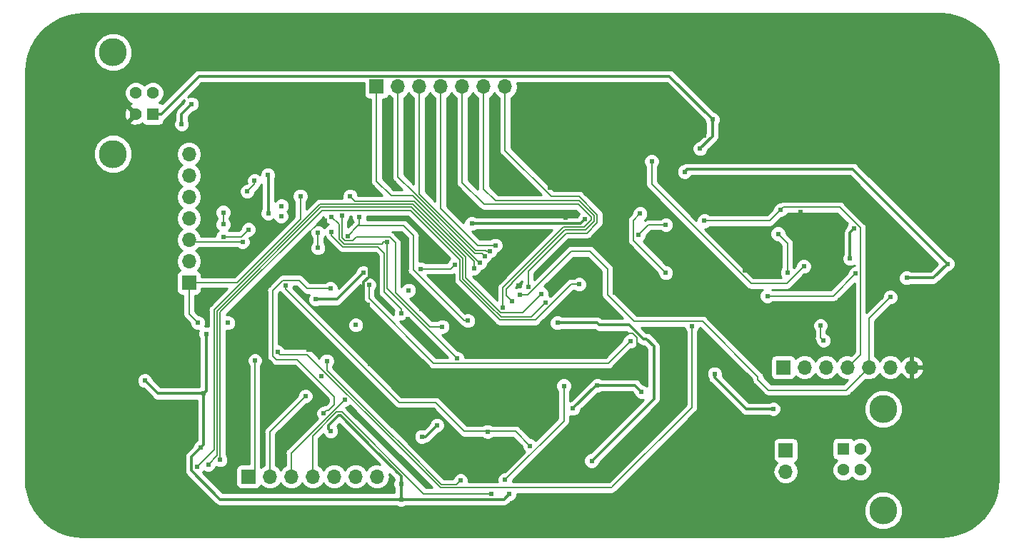
<source format=gbr>
%TF.GenerationSoftware,KiCad,Pcbnew,(5.0.1)-4*%
%TF.CreationDate,2019-11-11T16:36:49-05:00*%
%TF.ProjectId,new_synth_transistor,6E65775F73796E74685F7472616E7369,rev?*%
%TF.SameCoordinates,Original*%
%TF.FileFunction,Copper,L2,Bot,Signal*%
%TF.FilePolarity,Positive*%
%FSLAX46Y46*%
G04 Gerber Fmt 4.6, Leading zero omitted, Abs format (unit mm)*
G04 Created by KiCad (PCBNEW (5.0.1)-4) date 11/11/2019 4:36:49 PM*
%MOMM*%
%LPD*%
G01*
G04 APERTURE LIST*
%ADD10R,1.700000X1.700000*%
%ADD11O,1.700000X1.700000*%
%ADD12R,1.428000X1.428000*%
%ADD13C,1.428000*%
%ADD14C,3.316000*%
%ADD15C,0.609600*%
%ADD16C,0.152400*%
%ADD17C,0.304800*%
%ADD18C,0.254000*%
G04 APERTURE END LIST*
D10*
X202336400Y-85852000D03*
D11*
X204876400Y-85852000D03*
X207416400Y-85852000D03*
X209956400Y-85852000D03*
X212496400Y-85852000D03*
X215036400Y-85852000D03*
X217576400Y-85852000D03*
D10*
X154127200Y-52527200D03*
D11*
X156667200Y-52527200D03*
X159207200Y-52527200D03*
X161747200Y-52527200D03*
X164287200Y-52527200D03*
X166827200Y-52527200D03*
X169367200Y-52527200D03*
X154178000Y-98806000D03*
X151638000Y-98806000D03*
X149098000Y-98806000D03*
X146558000Y-98806000D03*
X144018000Y-98806000D03*
X141478000Y-98806000D03*
D10*
X138938000Y-98806000D03*
X131876800Y-75793600D03*
D11*
X131876800Y-73253600D03*
X131876800Y-70713600D03*
X131876800Y-68173600D03*
X131876800Y-65633600D03*
X131876800Y-63093600D03*
X131876800Y-60553600D03*
D12*
X127577600Y-55789200D03*
D13*
X127577600Y-53289200D03*
X125577600Y-53289200D03*
X125577600Y-55789200D03*
D14*
X122867600Y-48479200D03*
X122867600Y-60519200D03*
D10*
X202628500Y-95661480D03*
D11*
X202628500Y-98201480D03*
D12*
X209487980Y-95511940D03*
D13*
X209487980Y-98011940D03*
X211487980Y-98011940D03*
X211487980Y-95511940D03*
D14*
X214197980Y-102821940D03*
X214197980Y-90781940D03*
D15*
X204774800Y-73863200D03*
X186740800Y-61417200D03*
X201726800Y-70002400D03*
X202844400Y-74625200D03*
X147218400Y-74320400D03*
X134264400Y-76657200D03*
X204419200Y-67411600D03*
X196646800Y-66040000D03*
X196646800Y-63246000D03*
X215493600Y-75641200D03*
X215239600Y-73050400D03*
X204724000Y-72542400D03*
X205079600Y-80772000D03*
X191922400Y-74269600D03*
X197815200Y-74320400D03*
X192379600Y-71120000D03*
X205943200Y-75895200D03*
X207721200Y-79603600D03*
X209296000Y-82499200D03*
X217932000Y-79756000D03*
X219506800Y-78181200D03*
X221640400Y-75946000D03*
X200202800Y-63906400D03*
X214630000Y-69088000D03*
X174701200Y-64566800D03*
X174650400Y-67767200D03*
X176580800Y-63550800D03*
X176530000Y-68072000D03*
X178257200Y-64465200D03*
X177342800Y-74777600D03*
X182372000Y-76962000D03*
X192379600Y-79146400D03*
X168097200Y-89916000D03*
X181559200Y-79146400D03*
X129133600Y-83566000D03*
X157835600Y-80111600D03*
X160832800Y-84124800D03*
X159207200Y-85344000D03*
X153365200Y-85445600D03*
X146050000Y-83718400D03*
X154940000Y-81635600D03*
X147574000Y-86918800D03*
X156972000Y-87020400D03*
X153111200Y-78435200D03*
X148336000Y-95453200D03*
X158140400Y-97840800D03*
X185318400Y-83870800D03*
X191973200Y-94030800D03*
X173278800Y-83972400D03*
X166674800Y-70510400D03*
X192989200Y-58318400D03*
X170942000Y-76098400D03*
X155600400Y-54914800D03*
X157988000Y-54864000D03*
X160680400Y-54864000D03*
X163220400Y-54813200D03*
X165811200Y-54813200D03*
X168249600Y-54813200D03*
X147980400Y-68427600D03*
X158902400Y-69342000D03*
X177698400Y-97586800D03*
X183642000Y-96164400D03*
X186486800Y-92100400D03*
X187401200Y-81940400D03*
X131419600Y-80975200D03*
X163880800Y-81838800D03*
X137312400Y-61620400D03*
X143662400Y-61976000D03*
X126644400Y-80721200D03*
X128524000Y-87528400D03*
X148590000Y-72694800D03*
X160985200Y-96570800D03*
X171450000Y-91948000D03*
X125323600Y-89154000D03*
X143357600Y-89204800D03*
X148082000Y-65735200D03*
X145389600Y-71983600D03*
X151028400Y-68732400D03*
X138379200Y-78333600D03*
X134467600Y-74879200D03*
X134467600Y-72288400D03*
X134467600Y-66294000D03*
X134366000Y-69189600D03*
X123291600Y-91033600D03*
X128320800Y-71932800D03*
X147624800Y-79095600D03*
X153365200Y-63906400D03*
X149910800Y-63754000D03*
X153162000Y-73101200D03*
X179374800Y-70967600D03*
X159359010Y-77013390D03*
X159461200Y-78943200D03*
X185369200Y-65430400D03*
X174345600Y-73558400D03*
X165252400Y-89712800D03*
X167284400Y-94894400D03*
X179628800Y-76758800D03*
X196545200Y-92557600D03*
X170180000Y-82854800D03*
X165963600Y-86360000D03*
X205902560Y-97259140D03*
X147167600Y-71678800D03*
X147167600Y-69850000D03*
X191516000Y-80975200D03*
X142392400Y-84023200D03*
X148640800Y-76504800D03*
X147828000Y-91287600D03*
X184200800Y-82753200D03*
X153212800Y-76059600D03*
X131013200Y-56997600D03*
X175564800Y-80568800D03*
X165404800Y-68783200D03*
X178816000Y-68275200D03*
X179628800Y-96926400D03*
X194208400Y-86614000D03*
X201168000Y-90779600D03*
X157937200Y-76708000D03*
X132181600Y-54610000D03*
X163423600Y-73660000D03*
X159308800Y-74168000D03*
X172313600Y-95148400D03*
X143306800Y-76098400D03*
X167284400Y-93472000D03*
X210261200Y-72936800D03*
X210718400Y-69392800D03*
X200456800Y-77368400D03*
X210921600Y-74710000D03*
X136499600Y-80568800D03*
X132943600Y-80568800D03*
X161899600Y-81026000D03*
X150012400Y-67868800D03*
X145084800Y-65532000D03*
X157073600Y-79400400D03*
X148793200Y-69748400D03*
X151657000Y-80822800D03*
X142849600Y-66700400D03*
X138226800Y-70967600D03*
X164947600Y-80314800D03*
X150672800Y-70256400D03*
X152095200Y-67970400D03*
X139649200Y-63703200D03*
X138785600Y-64973200D03*
X135940800Y-67462400D03*
X135940800Y-70358000D03*
X142798800Y-67919600D03*
X138938000Y-69494400D03*
X135940800Y-68884800D03*
X163677600Y-84785200D03*
X155397200Y-70967600D03*
X148793200Y-68021200D03*
X148234400Y-85090000D03*
X164084000Y-99263200D03*
X157022800Y-101498400D03*
X133908800Y-81889600D03*
X148691600Y-93421200D03*
X161290000Y-92710000D03*
X159485200Y-94056200D03*
X177393600Y-90728800D03*
X180289200Y-87985600D03*
X185521600Y-88747600D03*
X126644400Y-87408003D03*
X133604000Y-88950800D03*
X157022800Y-99669600D03*
X169824400Y-100888800D03*
X133248400Y-95381400D03*
X192989200Y-68465700D03*
X202031600Y-67157600D03*
X215036400Y-77520800D03*
X171094400Y-77216000D03*
X166370000Y-73456800D03*
X166951001Y-72666201D03*
X167589200Y-72034400D03*
X168198800Y-71374000D03*
X169113200Y-78740000D03*
X170180000Y-78028800D03*
X172110400Y-76301600D03*
X178132500Y-75996800D03*
X135585200Y-96824800D03*
X173634400Y-77114400D03*
X132842000Y-97637600D03*
X174143600Y-78180000D03*
X134166518Y-97383600D03*
X169367200Y-99161600D03*
X176326800Y-88036400D03*
X167697181Y-100831619D03*
X150368000Y-89662000D03*
X145694400Y-89255600D03*
X139700000Y-85039200D03*
X146913600Y-77774800D03*
X141274800Y-67564000D03*
X193954400Y-56438800D03*
X216966800Y-75234800D03*
X221792800Y-73558400D03*
X190652400Y-62636400D03*
X192481200Y-59893200D03*
X141224000Y-62992000D03*
X152552400Y-74625200D03*
X165658800Y-74066400D03*
X150977600Y-65532000D03*
X206756000Y-80873600D03*
X207111600Y-82651600D03*
X188417200Y-74625200D03*
X185369200Y-67614800D03*
X185166000Y-70154800D03*
X188417200Y-68935600D03*
D16*
X186740800Y-64105882D02*
X198530118Y-75895200D01*
X186740800Y-61417200D02*
X186740800Y-64105882D01*
X202742800Y-75895200D02*
X204774800Y-73863200D01*
X198530118Y-75895200D02*
X202742800Y-75895200D01*
X202844400Y-71120000D02*
X201726800Y-70002400D01*
X202844400Y-74625200D02*
X202844400Y-71120000D01*
X173709852Y-83972400D02*
X175843452Y-81838800D01*
X173278800Y-83972400D02*
X173709852Y-83972400D01*
X175843452Y-81838800D02*
X184505600Y-81838800D01*
X185013601Y-83566001D02*
X185318400Y-83870800D01*
X185013600Y-82346800D02*
X185013601Y-83566001D01*
X184505600Y-81838800D02*
X185013600Y-82346800D01*
D17*
X170129200Y-91948000D02*
X168097200Y-89916000D01*
X171450000Y-91948000D02*
X170129200Y-91948000D01*
X128524000Y-84175600D02*
X129133600Y-83566000D01*
X128524000Y-87528400D02*
X128524000Y-84175600D01*
X126644400Y-81076800D02*
X126644400Y-80721200D01*
X129133600Y-83566000D02*
X126644400Y-81076800D01*
X126644400Y-80721200D02*
X126644400Y-85191600D01*
D16*
X145389600Y-71552548D02*
X145389600Y-71983600D01*
X145389600Y-70587348D02*
X145389600Y-71552548D01*
X147549348Y-68427600D02*
X145389600Y-70587348D01*
X147980400Y-68427600D02*
X147549348Y-68427600D01*
X148158948Y-72694800D02*
X148590000Y-72694800D01*
X145669748Y-72694800D02*
X148158948Y-72694800D01*
X145389600Y-72414652D02*
X145669748Y-72694800D01*
X145389600Y-71983600D02*
X145389600Y-72414652D01*
X134366000Y-66395600D02*
X134467600Y-66294000D01*
X134366000Y-69189600D02*
X134366000Y-66395600D01*
X134467600Y-74879200D02*
X134467600Y-72288400D01*
D17*
X137312400Y-63449200D02*
X137312400Y-61620400D01*
X134467600Y-66294000D02*
X137312400Y-63449200D01*
X123444000Y-91033600D02*
X125323600Y-89154000D01*
X123291600Y-91033600D02*
X123444000Y-91033600D01*
X150063200Y-63906400D02*
X149910800Y-63754000D01*
X153365200Y-63906400D02*
X150063200Y-63906400D01*
X152806401Y-78130401D02*
X153111200Y-78435200D01*
X152555599Y-77879599D02*
X152806401Y-78130401D01*
X152555599Y-75744143D02*
X152555599Y-77879599D01*
X153209601Y-75090141D02*
X152555599Y-75744143D01*
X153209601Y-73148801D02*
X153209601Y-75090141D01*
X153162000Y-73101200D02*
X153209601Y-73148801D01*
X159461200Y-77115580D02*
X159359010Y-77013390D01*
X159461200Y-78943200D02*
X159461200Y-77115580D01*
X184912000Y-65430400D02*
X185369200Y-65430400D01*
X179374800Y-70967600D02*
X184912000Y-65430400D01*
X176936400Y-70967600D02*
X174345600Y-73558400D01*
X179374800Y-70967600D02*
X176936400Y-70967600D01*
D16*
X147167600Y-71678800D02*
X147167600Y-69850000D01*
X191516000Y-80975200D02*
X191516000Y-81406252D01*
X191516000Y-90576400D02*
X191516000Y-80975200D01*
X142697199Y-84327999D02*
X145893881Y-84327999D01*
X142392400Y-84023200D02*
X142697199Y-84327999D01*
X145893881Y-84327999D02*
X157295283Y-95729401D01*
X157295283Y-95729401D02*
X157299001Y-95729401D01*
X157299001Y-95729401D02*
X161696400Y-100126800D01*
X182067200Y-100025200D02*
X191516000Y-90576400D01*
X182067200Y-100025200D02*
X181965600Y-100126800D01*
X161696400Y-100126800D02*
X181965600Y-100126800D01*
X143027919Y-75517399D02*
X144910199Y-75517399D01*
X141811399Y-76733919D02*
X143027919Y-75517399D01*
X141811399Y-84484347D02*
X141811399Y-76733919D01*
X145897600Y-76504800D02*
X144910199Y-75517399D01*
X148640800Y-76504800D02*
X145897600Y-76504800D01*
X149101718Y-89306400D02*
X144732918Y-84937600D01*
X142264652Y-84937600D02*
X141811399Y-84484347D01*
X144732918Y-84937600D02*
X142264652Y-84937600D01*
X148132799Y-90982801D02*
X148386799Y-90982801D01*
X147828000Y-91287600D02*
X148132799Y-90982801D01*
X149101718Y-90267882D02*
X149101718Y-89306400D01*
X148386799Y-90982801D02*
X149101718Y-90267882D01*
X183896001Y-83057999D02*
X184200800Y-82753200D01*
X181587799Y-85366201D02*
X183896001Y-83057999D01*
X160902083Y-85366201D02*
X181587799Y-85366201D01*
X153212800Y-77676918D02*
X160902083Y-85366201D01*
X153212800Y-76059600D02*
X153212800Y-77676918D01*
D17*
X178308000Y-68783200D02*
X178816000Y-68275200D01*
X165404800Y-68783200D02*
X178308000Y-68783200D01*
X175564800Y-80568800D02*
X180289200Y-80568800D01*
X180543208Y-80822808D02*
X184095754Y-80822808D01*
X180289200Y-80568800D02*
X180543208Y-80822808D01*
X184095754Y-80822808D02*
X184683137Y-81410191D01*
X184683137Y-81410191D02*
X185773873Y-82500927D01*
X186991601Y-83352143D02*
X186991601Y-89563599D01*
X185773873Y-82500927D02*
X186140385Y-82500927D01*
X186140385Y-82500927D02*
X186991601Y-83352143D01*
X186991601Y-89563599D02*
X179628800Y-96926400D01*
X179628800Y-96926400D02*
X179628800Y-96926400D01*
X194208400Y-87045052D02*
X197942948Y-90779600D01*
X194208400Y-86614000D02*
X194208400Y-87045052D01*
X197942948Y-90779600D02*
X201168000Y-90779600D01*
X131013200Y-55778400D02*
X132181600Y-54610000D01*
X131013200Y-56997600D02*
X131013200Y-55778400D01*
D16*
X162915600Y-74168000D02*
X163423600Y-73660000D01*
X159308800Y-74168000D02*
X162915600Y-74168000D01*
X170586400Y-93421200D02*
X172313600Y-95148400D01*
X166471600Y-93421200D02*
X167284400Y-93421200D01*
X167284400Y-93421200D02*
X170586400Y-93421200D01*
X167284400Y-93421200D02*
X164541200Y-93421200D01*
X143306800Y-76529452D02*
X156794948Y-90017600D01*
X143306800Y-76098400D02*
X143306800Y-76529452D01*
X161137600Y-90017600D02*
X163169600Y-92049600D01*
X156794948Y-90017600D02*
X161137600Y-90017600D01*
X163169600Y-92049600D02*
X164541200Y-93421200D01*
D17*
X210261200Y-69850000D02*
X210718400Y-69392800D01*
X210261200Y-72936800D02*
X210261200Y-69850000D01*
D16*
X208263200Y-77368400D02*
X210921600Y-74710000D01*
X200456800Y-77368400D02*
X208263200Y-77368400D01*
X131876800Y-79502000D02*
X132943600Y-80568800D01*
X131876800Y-75793600D02*
X131876800Y-79502000D01*
X160416782Y-81026000D02*
X161899600Y-81026000D01*
X156362400Y-76971618D02*
X160416782Y-81026000D01*
X150012400Y-67868800D02*
X150012400Y-70455882D01*
X156362400Y-71072918D02*
X156362400Y-76971618D01*
X150012400Y-70455882D02*
X150393919Y-70837401D01*
X150393919Y-70837401D02*
X151310999Y-70837401D01*
X151310999Y-70837401D02*
X151761801Y-70386599D01*
X151761801Y-70386599D02*
X155676081Y-70386599D01*
X155676081Y-70386599D02*
X156362400Y-71072918D01*
X145084800Y-67462400D02*
X145084800Y-65532000D01*
X145084800Y-68275200D02*
X145084800Y-67462400D01*
X137566400Y-75793600D02*
X145084800Y-68275200D01*
X131876800Y-75793600D02*
X137566400Y-75793600D01*
X157073600Y-78969348D02*
X155041600Y-76937348D01*
X157073600Y-79400400D02*
X157073600Y-78969348D01*
X155041600Y-72288400D02*
X154295421Y-71542221D01*
X155041600Y-76937348D02*
X155041600Y-72288400D01*
X148793200Y-70179452D02*
X148793200Y-69748400D01*
X148793200Y-70233448D02*
X148793200Y-70179452D01*
X150101973Y-71542221D02*
X148793200Y-70233448D01*
X154295421Y-71542221D02*
X150101973Y-71542221D01*
X132130800Y-70967600D02*
X131876800Y-70713600D01*
X138226800Y-70967600D02*
X132130800Y-70967600D01*
X164516548Y-80314800D02*
X164947600Y-80314800D01*
X158496000Y-74294252D02*
X164516548Y-80314800D01*
X158496000Y-70205600D02*
X158496000Y-74294252D01*
X157327600Y-69037200D02*
X158496000Y-70205600D01*
X151892000Y-69037200D02*
X157327600Y-69037200D01*
X150672800Y-70256400D02*
X151892000Y-69037200D01*
X152095200Y-68834000D02*
X152095200Y-67970400D01*
X151892000Y-69037200D02*
X152095200Y-68834000D01*
X139649200Y-64109600D02*
X139649200Y-63703200D01*
X138785600Y-64973200D02*
X139649200Y-64109600D01*
X138074400Y-70358000D02*
X138938000Y-69494400D01*
X135940800Y-70358000D02*
X138074400Y-70358000D01*
X135940800Y-68884800D02*
X135940800Y-67462400D01*
X155397200Y-76504800D02*
X156464000Y-77571600D01*
X155397200Y-70967600D02*
X155397200Y-76504800D01*
X156108400Y-77216000D02*
X156464000Y-77571600D01*
X156464000Y-77571600D02*
X163677600Y-84785200D01*
X150247946Y-71189811D02*
X149656800Y-70598665D01*
X154743937Y-71189811D02*
X150247946Y-71189811D01*
X155397200Y-70967600D02*
X154966148Y-70967600D01*
X154966148Y-70967600D02*
X154743937Y-71189811D01*
X149656800Y-68884800D02*
X148793200Y-68021200D01*
X149656800Y-70598665D02*
X149656800Y-68884800D01*
X148234400Y-85090000D02*
X148234400Y-86170136D01*
X148234400Y-86170136D02*
X150361332Y-88297068D01*
X150361332Y-88297068D02*
X153231532Y-91167268D01*
X153231532Y-91167268D02*
X155314332Y-93250068D01*
X155318050Y-93250068D02*
X157444974Y-95376992D01*
X155314332Y-93250068D02*
X155318050Y-93250068D01*
X157444974Y-95376992D02*
X161818591Y-99750609D01*
X161818591Y-99750609D02*
X161839182Y-99771200D01*
X161839182Y-99771200D02*
X163576000Y-99771200D01*
X163576000Y-99771200D02*
X164084000Y-99263200D01*
D17*
X159943800Y-94056200D02*
X161290000Y-92710000D01*
X159485200Y-94056200D02*
X159943800Y-94056200D01*
X180136800Y-87985600D02*
X180289200Y-87985600D01*
X177393600Y-90728800D02*
X180136800Y-87985600D01*
X184759600Y-87985600D02*
X185521600Y-88747600D01*
X180289200Y-87985600D02*
X184759600Y-87985600D01*
X148386801Y-93116401D02*
X148386801Y-92747727D01*
X148691600Y-93421200D02*
X148386801Y-93116401D01*
X148386801Y-92747727D02*
X149570718Y-91563810D01*
X149831410Y-91563810D02*
X153873200Y-95605600D01*
X149570718Y-91563810D02*
X149831410Y-91563810D01*
X153416000Y-95148400D02*
X153873200Y-95605600D01*
X133908799Y-88646001D02*
X133604000Y-88950800D01*
X133908800Y-81889600D02*
X133908799Y-88646001D01*
X128187197Y-88950800D02*
X126644400Y-87408003D01*
X133604000Y-88950800D02*
X128187197Y-88950800D01*
X157022800Y-101498400D02*
X157022800Y-99669600D01*
X157022800Y-98755200D02*
X156362400Y-98094800D01*
X157022800Y-99669600D02*
X157022800Y-98755200D01*
X153873200Y-95605600D02*
X156362400Y-98094800D01*
X156362400Y-98094800D02*
X156565600Y-98298000D01*
X169214800Y-101498400D02*
X157226000Y-101498400D01*
X169824400Y-100888800D02*
X169214800Y-101498400D01*
X157226000Y-101498400D02*
X157022800Y-101498400D01*
X157022800Y-101498400D02*
X135585200Y-101498400D01*
X132943601Y-95686199D02*
X133248400Y-95381400D01*
X132184799Y-96445001D02*
X132943601Y-95686199D01*
X132184799Y-98097999D02*
X132184799Y-96445001D01*
X135585200Y-101498400D02*
X132184799Y-98097999D01*
X133604000Y-95025800D02*
X133248400Y-95381400D01*
X133604000Y-88950800D02*
X133604000Y-95025800D01*
D16*
X200723500Y-68465700D02*
X202031600Y-67157600D01*
X192989200Y-68465700D02*
X200723500Y-68465700D01*
X210806399Y-85002001D02*
X209956400Y-85852000D01*
X211502601Y-84305799D02*
X210806399Y-85002001D01*
X211502601Y-69317119D02*
X211502601Y-84305799D01*
X209016081Y-66830599D02*
X211502601Y-69317119D01*
X202358601Y-66830599D02*
X209016081Y-66830599D01*
X202031600Y-67157600D02*
X202358601Y-66830599D01*
X212496400Y-80060800D02*
X212496400Y-85852000D01*
X215036400Y-77520800D02*
X212496400Y-80060800D01*
X184690317Y-80394199D02*
X192763799Y-80394199D01*
X181512118Y-77216000D02*
X184690317Y-80394199D01*
X211646401Y-86701999D02*
X212496400Y-85852000D01*
X211370199Y-86978201D02*
X211646401Y-86701999D01*
X192763799Y-80394199D02*
X199347801Y-86978201D01*
X199347801Y-86978201D02*
X199347801Y-87283001D01*
X199347801Y-87283001D02*
X200609200Y-88544400D01*
X209804000Y-88544400D02*
X212496400Y-85852000D01*
X200609200Y-88544400D02*
X209804000Y-88544400D01*
X172055882Y-77216000D02*
X177186682Y-72085200D01*
X171094400Y-77216000D02*
X172055882Y-77216000D01*
X177186682Y-72085200D02*
X179425600Y-72085200D01*
X181512118Y-74171718D02*
X181512118Y-77216000D01*
X179425600Y-72085200D02*
X181512118Y-74171718D01*
X166065201Y-73139671D02*
X158406730Y-65481200D01*
X166370000Y-73456800D02*
X166065201Y-73152001D01*
X166065201Y-73152001D02*
X166065201Y-73139671D01*
X158406730Y-65481200D02*
X155854400Y-65481200D01*
X154127200Y-63754000D02*
X154127200Y-52527200D01*
X155854400Y-65481200D02*
X154127200Y-63754000D01*
X166646202Y-72361402D02*
X165785314Y-72361402D01*
X166951001Y-72666201D02*
X166646202Y-72361402D01*
X165785314Y-72361402D02*
X158498712Y-65074800D01*
X158496000Y-65074800D02*
X156667200Y-63246000D01*
X158498712Y-65074800D02*
X158496000Y-65074800D01*
X156667200Y-63246000D02*
X156667200Y-52527200D01*
X159207200Y-65284906D02*
X159207200Y-52527200D01*
X165905894Y-71983600D02*
X159207200Y-65284906D01*
X167107348Y-71983600D02*
X165905894Y-71983600D01*
X167589200Y-72034400D02*
X167158148Y-72034400D01*
X167158148Y-72034400D02*
X167107348Y-71983600D01*
X168198800Y-71374000D02*
X166116000Y-71374000D01*
X161747200Y-67005200D02*
X161747200Y-52527200D01*
X166116000Y-71374000D02*
X161747200Y-67005200D01*
X178739272Y-69211810D02*
X179578000Y-68373082D01*
X176300872Y-69211810D02*
X178739272Y-69211810D01*
X169113200Y-78740000D02*
X169113200Y-76399482D01*
X169113200Y-76399482D02*
X176300872Y-69211810D01*
X179578000Y-68373082D02*
X179578000Y-68021200D01*
X178054000Y-66497200D02*
X166878000Y-66497200D01*
X179578000Y-68021200D02*
X178054000Y-66497200D01*
X164287200Y-63906400D02*
X164287200Y-52527200D01*
X166878000Y-66497200D02*
X164287200Y-63906400D01*
X178885245Y-69564220D02*
X179930410Y-68519055D01*
X170180000Y-75831064D02*
X176446844Y-69564220D01*
X176446844Y-69564220D02*
X178885245Y-69564220D01*
X170180000Y-78028800D02*
X169465610Y-77314410D01*
X169465610Y-77314410D02*
X169465610Y-76545454D01*
X169465610Y-76545454D02*
X170249532Y-75761532D01*
X179930410Y-67875227D02*
X178145983Y-66090800D01*
X179930410Y-68519055D02*
X179930410Y-67875227D01*
X178145983Y-66090800D02*
X168249600Y-66090800D01*
X166827200Y-64668400D02*
X166827200Y-52527200D01*
X168249600Y-66090800D02*
X166827200Y-64668400D01*
X176615770Y-69916630D02*
X179031217Y-69916630D01*
X179031217Y-69916630D02*
X179031218Y-69916629D01*
X172110400Y-76301600D02*
X172110400Y-74399046D01*
X172110400Y-74399046D02*
X176592816Y-69916630D01*
X180282820Y-67729255D02*
X178136365Y-65582800D01*
X180282820Y-68665028D02*
X180282820Y-67729255D01*
X179031217Y-69916630D02*
X179031218Y-69916630D01*
X179031218Y-69916630D02*
X180282820Y-68665028D01*
X169367200Y-53729281D02*
X169367200Y-52527200D01*
X169367200Y-60092682D02*
X169367200Y-53729281D01*
X174857318Y-65582800D02*
X169367200Y-60092682D01*
X178136365Y-65582800D02*
X174857318Y-65582800D01*
X164004601Y-73072601D02*
X158140400Y-67208400D01*
X164004601Y-75488048D02*
X164004601Y-73072601D01*
X135585200Y-79302518D02*
X135585200Y-96824800D01*
X168726563Y-80210010D02*
X164004601Y-75488048D01*
X172973472Y-80210010D02*
X168726563Y-80210010D01*
X178132500Y-75996800D02*
X177186682Y-75996800D01*
X177186682Y-75996800D02*
X172973472Y-80210010D01*
X158140400Y-67208400D02*
X147679318Y-67208400D01*
X147679318Y-67208400D02*
X135585200Y-79302518D01*
X168834319Y-79321001D02*
X168148000Y-78634682D01*
X173634400Y-77114400D02*
X171427799Y-79321001D01*
X171427799Y-79321001D02*
X168834319Y-79321001D01*
X168148000Y-78634682D02*
X167735172Y-78221855D01*
X167735172Y-78221855D02*
X164709421Y-75196104D01*
X147387372Y-66503580D02*
X134874000Y-79016952D01*
X158432346Y-66503580D02*
X147387372Y-66503580D01*
X164709421Y-75196104D02*
X164709421Y-72780655D01*
X164709421Y-72780655D02*
X158432346Y-66503580D01*
X134874000Y-79016952D02*
X134874000Y-95402400D01*
X134874000Y-95402400D02*
X134874000Y-95605600D01*
X134874000Y-95605600D02*
X132842000Y-97637600D01*
X168872536Y-79857600D02*
X167589200Y-78574264D01*
X174143600Y-78180000D02*
X172466000Y-79857600D01*
X172466000Y-79857600D02*
X168872536Y-79857600D01*
X167589200Y-78574264D02*
X167589199Y-78574264D01*
X164357011Y-75342076D02*
X164357011Y-72926628D01*
X167589199Y-78574264D02*
X164357011Y-75342076D01*
X147533345Y-66855990D02*
X135229600Y-79159735D01*
X164357011Y-72926628D02*
X158286373Y-66855990D01*
X158286373Y-66855990D02*
X147533345Y-66855990D01*
X135229600Y-79159735D02*
X135229600Y-95046800D01*
X135229600Y-96320518D02*
X134166518Y-97383600D01*
X135229600Y-95046800D02*
X135229600Y-96320518D01*
X176326800Y-92202000D02*
X169367200Y-99161600D01*
X176326800Y-88036400D02*
X176326800Y-92202000D01*
X167697181Y-100831619D02*
X159708819Y-100831619D01*
X146558000Y-93970382D02*
X146558000Y-98806000D01*
X149393182Y-91135200D02*
X146558000Y-93970382D01*
X150012400Y-91135200D02*
X149393182Y-91135200D01*
X159708819Y-100831619D02*
X150012400Y-91135200D01*
X144018000Y-96012000D02*
X150368000Y-89662000D01*
X144018000Y-98806000D02*
X144018000Y-96012000D01*
X141478000Y-93472000D02*
X141478000Y-98806000D01*
X145694400Y-89255600D02*
X141478000Y-93472000D01*
X139700000Y-98044000D02*
X138938000Y-98806000D01*
X139700000Y-85039200D02*
X139700000Y-98044000D01*
D17*
X220116400Y-75234800D02*
X221792800Y-73558400D01*
X216966800Y-75234800D02*
X220116400Y-75234800D01*
X190957199Y-62331601D02*
X190652400Y-62636400D01*
X210566001Y-62331601D02*
X190957199Y-62331601D01*
X221792800Y-73558400D02*
X210566001Y-62331601D01*
X141274800Y-63042800D02*
X141224000Y-62992000D01*
X141274800Y-67564000D02*
X141274800Y-63042800D01*
X128596400Y-55789200D02*
X133060801Y-51324799D01*
X127577600Y-55789200D02*
X128596400Y-55789200D01*
X193954400Y-58420000D02*
X193954400Y-56438800D01*
X192481200Y-59893200D02*
X193954400Y-58420000D01*
X188840399Y-51324799D02*
X188468000Y-51324799D01*
X193954400Y-56438800D02*
X188840399Y-51324799D01*
X133060801Y-51324799D02*
X188468000Y-51324799D01*
X188468000Y-51324799D02*
X188738799Y-51324799D01*
X149402800Y-77774800D02*
X152552400Y-74625200D01*
X146913600Y-77774800D02*
X149402800Y-77774800D01*
D16*
X165658800Y-74066400D02*
X165658800Y-73231652D01*
X158578318Y-66151170D02*
X158670348Y-66243200D01*
X151596770Y-66151170D02*
X158578318Y-66151170D01*
X150977600Y-65532000D02*
X151596770Y-66151170D01*
X165658800Y-73231652D02*
X158670348Y-66243200D01*
X206756000Y-82296000D02*
X207111600Y-82651600D01*
X206756000Y-80873600D02*
X206756000Y-82296000D01*
X188112401Y-74320401D02*
X188417200Y-74625200D01*
X184584999Y-70792999D02*
X188112401Y-74320401D01*
X184584999Y-68399001D02*
X184584999Y-70792999D01*
X185369200Y-67614800D02*
X184584999Y-68399001D01*
X186385200Y-68935600D02*
X185166000Y-70154800D01*
X188417200Y-68935600D02*
X186385200Y-68935600D01*
D18*
G36*
X221973615Y-43989027D02*
X222946413Y-44203801D01*
X223878018Y-44556754D01*
X224748916Y-45040495D01*
X225540857Y-45644885D01*
X226237257Y-46357267D01*
X226823529Y-47162722D01*
X227287388Y-48044373D01*
X227619115Y-48983743D01*
X227812573Y-49965274D01*
X227865001Y-50822471D01*
X227865000Y-99033368D01*
X227790973Y-100053615D01*
X227576199Y-101026413D01*
X227223246Y-101958018D01*
X226739507Y-102828913D01*
X226135115Y-103620858D01*
X225422729Y-104317260D01*
X224617274Y-104903530D01*
X223735628Y-105367388D01*
X222796255Y-105699115D01*
X221814727Y-105892573D01*
X220957546Y-105945000D01*
X119406632Y-105945000D01*
X118386385Y-105870973D01*
X117413587Y-105656199D01*
X116481982Y-105303246D01*
X115611087Y-104819507D01*
X114819142Y-104215115D01*
X114122740Y-103502729D01*
X113536470Y-102697274D01*
X113072612Y-101815628D01*
X112740885Y-100876255D01*
X112547427Y-99894727D01*
X112495000Y-99037546D01*
X112495000Y-60063094D01*
X120574600Y-60063094D01*
X120574600Y-60975306D01*
X120923688Y-61818080D01*
X121568720Y-62463112D01*
X122411494Y-62812200D01*
X123323706Y-62812200D01*
X124166480Y-62463112D01*
X124811512Y-61818080D01*
X125160600Y-60975306D01*
X125160600Y-60063094D01*
X124811512Y-59220320D01*
X124166480Y-58575288D01*
X123323706Y-58226200D01*
X122411494Y-58226200D01*
X121568720Y-58575288D01*
X120923688Y-59220320D01*
X120574600Y-60063094D01*
X112495000Y-60063094D01*
X112495000Y-55592976D01*
X124216241Y-55592976D01*
X124244777Y-56128883D01*
X124394960Y-56491457D01*
X124632176Y-56555019D01*
X125397995Y-55789200D01*
X124632176Y-55023381D01*
X124394960Y-55086943D01*
X124216241Y-55592976D01*
X112495000Y-55592976D01*
X112495000Y-53020867D01*
X124228600Y-53020867D01*
X124228600Y-53557533D01*
X124433973Y-54053347D01*
X124813453Y-54432827D01*
X125054112Y-54532511D01*
X124875343Y-54606560D01*
X124811781Y-54843776D01*
X125577600Y-55609595D01*
X125591743Y-55595453D01*
X125771348Y-55775058D01*
X125757205Y-55789200D01*
X125771348Y-55803343D01*
X125591743Y-55982948D01*
X125577600Y-55968805D01*
X124811781Y-56734624D01*
X124875343Y-56971840D01*
X125381376Y-57150559D01*
X125917283Y-57122023D01*
X126279857Y-56971840D01*
X126317975Y-56829584D01*
X126405791Y-56961009D01*
X126615835Y-57101357D01*
X126863600Y-57150640D01*
X128291600Y-57150640D01*
X128539365Y-57101357D01*
X128749409Y-56961009D01*
X128889757Y-56750965D01*
X128938110Y-56507875D01*
X129164084Y-56356884D01*
X129208016Y-56291135D01*
X131358975Y-54140176D01*
X131241800Y-54423062D01*
X131241800Y-54436248D01*
X130511263Y-55166786D01*
X130445517Y-55210716D01*
X130401587Y-55276462D01*
X130271486Y-55471172D01*
X130210374Y-55778400D01*
X130225801Y-55855955D01*
X130225800Y-56455922D01*
X130216476Y-56465246D01*
X130073400Y-56810662D01*
X130073400Y-57184538D01*
X130216476Y-57529954D01*
X130480846Y-57794324D01*
X130826262Y-57937400D01*
X131200138Y-57937400D01*
X131545554Y-57794324D01*
X131809924Y-57529954D01*
X131953000Y-57184538D01*
X131953000Y-56810662D01*
X131809924Y-56465246D01*
X131800600Y-56455922D01*
X131800600Y-56104551D01*
X132355352Y-55549800D01*
X132368538Y-55549800D01*
X132713954Y-55406724D01*
X132978324Y-55142354D01*
X133121400Y-54796938D01*
X133121400Y-54423062D01*
X132978324Y-54077646D01*
X132713954Y-53813276D01*
X132368538Y-53670200D01*
X131994662Y-53670200D01*
X131711777Y-53787375D01*
X133386953Y-52112199D01*
X152629760Y-52112199D01*
X152629760Y-53377200D01*
X152679043Y-53624965D01*
X152819391Y-53835009D01*
X153029435Y-53975357D01*
X153277200Y-54024640D01*
X153416001Y-54024640D01*
X153416000Y-63683959D01*
X153402068Y-63754000D01*
X153416000Y-63824041D01*
X153416000Y-63824045D01*
X153457264Y-64031495D01*
X153457265Y-64031496D01*
X153574776Y-64207364D01*
X153574778Y-64207366D01*
X153614454Y-64266745D01*
X153673834Y-64306422D01*
X154807381Y-65439970D01*
X151917400Y-65439970D01*
X151917400Y-65345062D01*
X151774324Y-64999646D01*
X151509954Y-64735276D01*
X151164538Y-64592200D01*
X150790662Y-64592200D01*
X150445246Y-64735276D01*
X150180876Y-64999646D01*
X150037800Y-65345062D01*
X150037800Y-65718938D01*
X150068221Y-65792380D01*
X147457413Y-65792380D01*
X147387371Y-65778448D01*
X147317329Y-65792380D01*
X147317326Y-65792380D01*
X147109876Y-65833644D01*
X147109875Y-65833645D01*
X147109874Y-65833645D01*
X146934007Y-65951156D01*
X146934005Y-65951158D01*
X146874626Y-65990834D01*
X146834950Y-66050213D01*
X145796000Y-67089163D01*
X145796000Y-66149878D01*
X145881524Y-66064354D01*
X146024600Y-65718938D01*
X146024600Y-65345062D01*
X145881524Y-64999646D01*
X145617154Y-64735276D01*
X145271738Y-64592200D01*
X144897862Y-64592200D01*
X144552446Y-64735276D01*
X144288076Y-64999646D01*
X144145000Y-65345062D01*
X144145000Y-65718938D01*
X144288076Y-66064354D01*
X144373601Y-66149879D01*
X144373600Y-67392354D01*
X144373600Y-67980611D01*
X137271812Y-75082400D01*
X133374240Y-75082400D01*
X133374240Y-74943600D01*
X133324957Y-74695835D01*
X133184609Y-74485791D01*
X132974565Y-74345443D01*
X132929181Y-74336416D01*
X132947425Y-74324225D01*
X133275639Y-73833018D01*
X133390892Y-73253600D01*
X133275639Y-72674182D01*
X132947425Y-72182975D01*
X132649039Y-71983600D01*
X132947425Y-71784225D01*
X133017868Y-71678800D01*
X137608922Y-71678800D01*
X137694446Y-71764324D01*
X138039862Y-71907400D01*
X138413738Y-71907400D01*
X138759154Y-71764324D01*
X139023524Y-71499954D01*
X139166600Y-71154538D01*
X139166600Y-70780662D01*
X139023524Y-70435246D01*
X139022478Y-70434200D01*
X139124938Y-70434200D01*
X139470354Y-70291124D01*
X139734724Y-70026754D01*
X139877800Y-69681338D01*
X139877800Y-69307462D01*
X139734724Y-68962046D01*
X139470354Y-68697676D01*
X139124938Y-68554600D01*
X138751062Y-68554600D01*
X138405646Y-68697676D01*
X138141276Y-68962046D01*
X137998200Y-69307462D01*
X137998200Y-69428412D01*
X137779812Y-69646800D01*
X136558678Y-69646800D01*
X136533278Y-69621400D01*
X136737524Y-69417154D01*
X136880600Y-69071738D01*
X136880600Y-68697862D01*
X136737524Y-68352446D01*
X136652000Y-68266922D01*
X136652000Y-68080278D01*
X136737524Y-67994754D01*
X136880600Y-67649338D01*
X136880600Y-67275462D01*
X136737524Y-66930046D01*
X136473154Y-66665676D01*
X136127738Y-66522600D01*
X135753862Y-66522600D01*
X135408446Y-66665676D01*
X135144076Y-66930046D01*
X135001000Y-67275462D01*
X135001000Y-67649338D01*
X135144076Y-67994754D01*
X135229601Y-68080279D01*
X135229600Y-68266922D01*
X135144076Y-68352446D01*
X135001000Y-68697862D01*
X135001000Y-69071738D01*
X135144076Y-69417154D01*
X135348322Y-69621400D01*
X135144076Y-69825646D01*
X135001000Y-70171062D01*
X135001000Y-70256400D01*
X133299950Y-70256400D01*
X133275639Y-70134182D01*
X132947425Y-69642975D01*
X132649039Y-69443600D01*
X132947425Y-69244225D01*
X133275639Y-68753018D01*
X133390892Y-68173600D01*
X133275639Y-67594182D01*
X132947425Y-67102975D01*
X132649039Y-66903600D01*
X132947425Y-66704225D01*
X133275639Y-66213018D01*
X133390892Y-65633600D01*
X133275639Y-65054182D01*
X133096621Y-64786262D01*
X137845800Y-64786262D01*
X137845800Y-65160138D01*
X137988876Y-65505554D01*
X138253246Y-65769924D01*
X138598662Y-65913000D01*
X138972538Y-65913000D01*
X139317954Y-65769924D01*
X139582324Y-65505554D01*
X139725400Y-65160138D01*
X139725400Y-65039189D01*
X140102569Y-64662020D01*
X140161945Y-64622346D01*
X140201620Y-64562969D01*
X140201624Y-64562965D01*
X140307263Y-64404865D01*
X140319136Y-64387096D01*
X140325282Y-64356196D01*
X140445924Y-64235554D01*
X140487401Y-64135420D01*
X140487400Y-67022322D01*
X140478076Y-67031646D01*
X140335000Y-67377062D01*
X140335000Y-67750938D01*
X140478076Y-68096354D01*
X140742446Y-68360724D01*
X141087862Y-68503800D01*
X141461738Y-68503800D01*
X141807154Y-68360724D01*
X141918264Y-68249614D01*
X142002076Y-68451954D01*
X142266446Y-68716324D01*
X142611862Y-68859400D01*
X142985738Y-68859400D01*
X143331154Y-68716324D01*
X143595524Y-68451954D01*
X143738600Y-68106538D01*
X143738600Y-67732662D01*
X143595524Y-67387246D01*
X143543678Y-67335400D01*
X143646324Y-67232754D01*
X143789400Y-66887338D01*
X143789400Y-66513462D01*
X143646324Y-66168046D01*
X143381954Y-65903676D01*
X143036538Y-65760600D01*
X142662662Y-65760600D01*
X142317246Y-65903676D01*
X142062200Y-66158722D01*
X142062200Y-63424222D01*
X142163800Y-63178938D01*
X142163800Y-62805062D01*
X142020724Y-62459646D01*
X141756354Y-62195276D01*
X141410938Y-62052200D01*
X141037062Y-62052200D01*
X140691646Y-62195276D01*
X140427276Y-62459646D01*
X140284200Y-62805062D01*
X140284200Y-63009122D01*
X140181554Y-62906476D01*
X139836138Y-62763400D01*
X139462262Y-62763400D01*
X139116846Y-62906476D01*
X138852476Y-63170846D01*
X138709400Y-63516262D01*
X138709400Y-63890138D01*
X138754351Y-63998660D01*
X138719611Y-64033400D01*
X138598662Y-64033400D01*
X138253246Y-64176476D01*
X137988876Y-64440846D01*
X137845800Y-64786262D01*
X133096621Y-64786262D01*
X132947425Y-64562975D01*
X132649039Y-64363600D01*
X132947425Y-64164225D01*
X133275639Y-63673018D01*
X133390892Y-63093600D01*
X133275639Y-62514182D01*
X132947425Y-62022975D01*
X132649039Y-61823600D01*
X132947425Y-61624225D01*
X133275639Y-61133018D01*
X133390892Y-60553600D01*
X133275639Y-59974182D01*
X132947425Y-59482975D01*
X132456218Y-59154761D01*
X132023056Y-59068600D01*
X131730544Y-59068600D01*
X131297382Y-59154761D01*
X130806175Y-59482975D01*
X130477961Y-59974182D01*
X130362708Y-60553600D01*
X130477961Y-61133018D01*
X130806175Y-61624225D01*
X131104561Y-61823600D01*
X130806175Y-62022975D01*
X130477961Y-62514182D01*
X130362708Y-63093600D01*
X130477961Y-63673018D01*
X130806175Y-64164225D01*
X131104561Y-64363600D01*
X130806175Y-64562975D01*
X130477961Y-65054182D01*
X130362708Y-65633600D01*
X130477961Y-66213018D01*
X130806175Y-66704225D01*
X131104561Y-66903600D01*
X130806175Y-67102975D01*
X130477961Y-67594182D01*
X130362708Y-68173600D01*
X130477961Y-68753018D01*
X130806175Y-69244225D01*
X131104561Y-69443600D01*
X130806175Y-69642975D01*
X130477961Y-70134182D01*
X130362708Y-70713600D01*
X130477961Y-71293018D01*
X130806175Y-71784225D01*
X131104561Y-71983600D01*
X130806175Y-72182975D01*
X130477961Y-72674182D01*
X130362708Y-73253600D01*
X130477961Y-73833018D01*
X130806175Y-74324225D01*
X130824419Y-74336416D01*
X130779035Y-74345443D01*
X130568991Y-74485791D01*
X130428643Y-74695835D01*
X130379360Y-74943600D01*
X130379360Y-76643600D01*
X130428643Y-76891365D01*
X130568991Y-77101409D01*
X130779035Y-77241757D01*
X131026800Y-77291040D01*
X131165600Y-77291040D01*
X131165601Y-79431954D01*
X131151668Y-79502000D01*
X131206865Y-79779496D01*
X131324376Y-79955364D01*
X131324379Y-79955367D01*
X131364055Y-80014746D01*
X131423434Y-80054422D01*
X132003800Y-80634789D01*
X132003800Y-80755738D01*
X132146876Y-81101154D01*
X132411246Y-81365524D01*
X132756662Y-81508600D01*
X133049383Y-81508600D01*
X132969000Y-81702662D01*
X132969000Y-82076538D01*
X133112076Y-82421954D01*
X133121401Y-82431279D01*
X133121399Y-88133468D01*
X133071646Y-88154076D01*
X133062322Y-88163400D01*
X128513349Y-88163400D01*
X127584200Y-87234252D01*
X127584200Y-87221065D01*
X127441124Y-86875649D01*
X127176754Y-86611279D01*
X126831338Y-86468203D01*
X126457462Y-86468203D01*
X126112046Y-86611279D01*
X125847676Y-86875649D01*
X125704600Y-87221065D01*
X125704600Y-87594941D01*
X125847676Y-87940357D01*
X126112046Y-88204727D01*
X126457462Y-88347803D01*
X126470649Y-88347803D01*
X127575583Y-89452738D01*
X127619513Y-89518484D01*
X127717409Y-89583896D01*
X127879967Y-89692514D01*
X127879968Y-89692514D01*
X127879969Y-89692515D01*
X128109645Y-89738200D01*
X128187196Y-89753626D01*
X128264747Y-89738200D01*
X132816600Y-89738200D01*
X132816601Y-94543025D01*
X132716046Y-94584676D01*
X132451676Y-94849046D01*
X132308600Y-95194462D01*
X132308600Y-95207648D01*
X131682862Y-95833387D01*
X131617116Y-95877317D01*
X131527124Y-96012000D01*
X131443085Y-96137773D01*
X131381973Y-96445001D01*
X131397400Y-96522557D01*
X131397399Y-98020448D01*
X131381973Y-98097999D01*
X131397399Y-98175550D01*
X131443084Y-98405226D01*
X131617115Y-98665683D01*
X131682864Y-98709615D01*
X134973586Y-102000338D01*
X135017516Y-102066084D01*
X135277972Y-102240115D01*
X135507648Y-102285800D01*
X135585199Y-102301226D01*
X135662750Y-102285800D01*
X156481122Y-102285800D01*
X156490446Y-102295124D01*
X156835862Y-102438200D01*
X157209738Y-102438200D01*
X157384444Y-102365834D01*
X211904980Y-102365834D01*
X211904980Y-103278046D01*
X212254068Y-104120820D01*
X212899100Y-104765852D01*
X213741874Y-105114940D01*
X214654086Y-105114940D01*
X215496860Y-104765852D01*
X216141892Y-104120820D01*
X216490980Y-103278046D01*
X216490980Y-102365834D01*
X216141892Y-101523060D01*
X215496860Y-100878028D01*
X214654086Y-100528940D01*
X213741874Y-100528940D01*
X212899100Y-100878028D01*
X212254068Y-101523060D01*
X211904980Y-102365834D01*
X157384444Y-102365834D01*
X157555154Y-102295124D01*
X157564478Y-102285800D01*
X169137249Y-102285800D01*
X169214800Y-102301226D01*
X169292351Y-102285800D01*
X169292352Y-102285800D01*
X169522028Y-102240115D01*
X169782484Y-102066084D01*
X169826416Y-102000335D01*
X169998151Y-101828600D01*
X170011338Y-101828600D01*
X170356754Y-101685524D01*
X170621124Y-101421154D01*
X170764200Y-101075738D01*
X170764200Y-100838000D01*
X181895559Y-100838000D01*
X181965600Y-100851932D01*
X182035641Y-100838000D01*
X182035646Y-100838000D01*
X182243096Y-100796736D01*
X182478346Y-100639546D01*
X182518024Y-100580164D01*
X182619624Y-100478564D01*
X184896708Y-98201480D01*
X201114408Y-98201480D01*
X201229661Y-98780898D01*
X201557875Y-99272105D01*
X202049082Y-99600319D01*
X202482244Y-99686480D01*
X202774756Y-99686480D01*
X203207918Y-99600319D01*
X203699125Y-99272105D01*
X204027339Y-98780898D01*
X204142592Y-98201480D01*
X204027339Y-97622062D01*
X203699125Y-97130855D01*
X203680881Y-97118664D01*
X203726265Y-97109637D01*
X203936309Y-96969289D01*
X204076657Y-96759245D01*
X204125940Y-96511480D01*
X204125940Y-94811480D01*
X204123247Y-94797940D01*
X208126540Y-94797940D01*
X208126540Y-96225940D01*
X208175823Y-96473705D01*
X208316171Y-96683749D01*
X208526215Y-96824097D01*
X208731838Y-96864997D01*
X208723833Y-96868313D01*
X208344353Y-97247793D01*
X208138980Y-97743607D01*
X208138980Y-98280273D01*
X208344353Y-98776087D01*
X208723833Y-99155567D01*
X209219647Y-99360940D01*
X209756313Y-99360940D01*
X210252127Y-99155567D01*
X210487980Y-98919714D01*
X210723833Y-99155567D01*
X211219647Y-99360940D01*
X211756313Y-99360940D01*
X212252127Y-99155567D01*
X212631607Y-98776087D01*
X212836980Y-98280273D01*
X212836980Y-97743607D01*
X212631607Y-97247793D01*
X212252127Y-96868313D01*
X211995320Y-96761940D01*
X212252127Y-96655567D01*
X212631607Y-96276087D01*
X212836980Y-95780273D01*
X212836980Y-95243607D01*
X212631607Y-94747793D01*
X212252127Y-94368313D01*
X211756313Y-94162940D01*
X211219647Y-94162940D01*
X210723833Y-94368313D01*
X210696730Y-94395416D01*
X210659789Y-94340131D01*
X210449745Y-94199783D01*
X210201980Y-94150500D01*
X208773980Y-94150500D01*
X208526215Y-94199783D01*
X208316171Y-94340131D01*
X208175823Y-94550175D01*
X208126540Y-94797940D01*
X204123247Y-94797940D01*
X204076657Y-94563715D01*
X203936309Y-94353671D01*
X203726265Y-94213323D01*
X203478500Y-94164040D01*
X201778500Y-94164040D01*
X201530735Y-94213323D01*
X201320691Y-94353671D01*
X201180343Y-94563715D01*
X201131060Y-94811480D01*
X201131060Y-96511480D01*
X201180343Y-96759245D01*
X201320691Y-96969289D01*
X201530735Y-97109637D01*
X201576119Y-97118664D01*
X201557875Y-97130855D01*
X201229661Y-97622062D01*
X201114408Y-98201480D01*
X184896708Y-98201480D01*
X191969369Y-91128820D01*
X192028745Y-91089146D01*
X192068420Y-91029769D01*
X192068424Y-91029765D01*
X192185935Y-90853898D01*
X192185935Y-90853897D01*
X192185936Y-90853896D01*
X192227200Y-90646446D01*
X192227200Y-90646443D01*
X192241132Y-90576401D01*
X192227200Y-90506359D01*
X192227200Y-86427062D01*
X193268600Y-86427062D01*
X193268600Y-86800938D01*
X193411676Y-87146354D01*
X193429212Y-87163890D01*
X193466685Y-87352280D01*
X193640717Y-87612736D01*
X193706463Y-87656666D01*
X197331334Y-91281538D01*
X197375264Y-91347284D01*
X197473160Y-91412696D01*
X197635718Y-91521314D01*
X197635719Y-91521314D01*
X197635720Y-91521315D01*
X197865396Y-91567000D01*
X197942947Y-91582426D01*
X198020498Y-91567000D01*
X200626322Y-91567000D01*
X200635646Y-91576324D01*
X200981062Y-91719400D01*
X201354938Y-91719400D01*
X201700354Y-91576324D01*
X201964724Y-91311954D01*
X202107800Y-90966538D01*
X202107800Y-90592662D01*
X201997277Y-90325834D01*
X211904980Y-90325834D01*
X211904980Y-91238046D01*
X212254068Y-92080820D01*
X212899100Y-92725852D01*
X213741874Y-93074940D01*
X214654086Y-93074940D01*
X215496860Y-92725852D01*
X216141892Y-92080820D01*
X216490980Y-91238046D01*
X216490980Y-90325834D01*
X216141892Y-89483060D01*
X215496860Y-88838028D01*
X214654086Y-88488940D01*
X213741874Y-88488940D01*
X212899100Y-88838028D01*
X212254068Y-89483060D01*
X211904980Y-90325834D01*
X201997277Y-90325834D01*
X201964724Y-90247246D01*
X201700354Y-89982876D01*
X201354938Y-89839800D01*
X200981062Y-89839800D01*
X200635646Y-89982876D01*
X200626322Y-89992200D01*
X198269100Y-89992200D01*
X195127591Y-86850692D01*
X195148200Y-86800938D01*
X195148200Y-86427062D01*
X195005124Y-86081646D01*
X194740754Y-85817276D01*
X194395338Y-85674200D01*
X194021462Y-85674200D01*
X193676046Y-85817276D01*
X193411676Y-86081646D01*
X193268600Y-86427062D01*
X192227200Y-86427062D01*
X192227200Y-81593078D01*
X192312724Y-81507554D01*
X192455800Y-81162138D01*
X192455800Y-81105399D01*
X192469211Y-81105399D01*
X198626675Y-87262864D01*
X198622669Y-87283001D01*
X198636601Y-87353042D01*
X198636601Y-87353047D01*
X198677865Y-87560497D01*
X198736424Y-87648136D01*
X198795377Y-87736365D01*
X198795379Y-87736367D01*
X198835056Y-87795747D01*
X198894435Y-87835423D01*
X200056778Y-88997767D01*
X200096454Y-89057146D01*
X200155833Y-89096822D01*
X200155835Y-89096824D01*
X200271536Y-89174133D01*
X200331704Y-89214336D01*
X200539154Y-89255600D01*
X200539158Y-89255600D01*
X200609200Y-89269532D01*
X200679242Y-89255600D01*
X209733959Y-89255600D01*
X209804000Y-89269532D01*
X209874041Y-89255600D01*
X209874046Y-89255600D01*
X210081496Y-89214336D01*
X210316746Y-89057146D01*
X210356424Y-88997764D01*
X212072429Y-87281759D01*
X212350144Y-87337000D01*
X212642656Y-87337000D01*
X213075818Y-87250839D01*
X213567025Y-86922625D01*
X213766400Y-86624239D01*
X213965775Y-86922625D01*
X214456982Y-87250839D01*
X214890144Y-87337000D01*
X215182656Y-87337000D01*
X215615818Y-87250839D01*
X216107025Y-86922625D01*
X216320243Y-86603522D01*
X216381217Y-86733358D01*
X216809476Y-87123645D01*
X217219510Y-87293476D01*
X217449400Y-87172155D01*
X217449400Y-85979000D01*
X217703400Y-85979000D01*
X217703400Y-87172155D01*
X217933290Y-87293476D01*
X218343324Y-87123645D01*
X218771583Y-86733358D01*
X219017886Y-86208892D01*
X218897219Y-85979000D01*
X217703400Y-85979000D01*
X217449400Y-85979000D01*
X217429400Y-85979000D01*
X217429400Y-85725000D01*
X217449400Y-85725000D01*
X217449400Y-84531845D01*
X217703400Y-84531845D01*
X217703400Y-85725000D01*
X218897219Y-85725000D01*
X219017886Y-85495108D01*
X218771583Y-84970642D01*
X218343324Y-84580355D01*
X217933290Y-84410524D01*
X217703400Y-84531845D01*
X217449400Y-84531845D01*
X217219510Y-84410524D01*
X216809476Y-84580355D01*
X216381217Y-84970642D01*
X216320243Y-85100478D01*
X216107025Y-84781375D01*
X215615818Y-84453161D01*
X215182656Y-84367000D01*
X214890144Y-84367000D01*
X214456982Y-84453161D01*
X213965775Y-84781375D01*
X213766400Y-85079761D01*
X213567025Y-84781375D01*
X213207600Y-84541215D01*
X213207600Y-80355388D01*
X215102389Y-78460600D01*
X215223338Y-78460600D01*
X215568754Y-78317524D01*
X215833124Y-78053154D01*
X215976200Y-77707738D01*
X215976200Y-77333862D01*
X215833124Y-76988446D01*
X215568754Y-76724076D01*
X215223338Y-76581000D01*
X214849462Y-76581000D01*
X214504046Y-76724076D01*
X214239676Y-76988446D01*
X214096600Y-77333862D01*
X214096600Y-77454811D01*
X212213801Y-79337611D01*
X212213801Y-69387160D01*
X212227733Y-69317118D01*
X212213801Y-69247074D01*
X212213801Y-69247073D01*
X212172537Y-69039623D01*
X212170918Y-69037200D01*
X212055025Y-68863754D01*
X212055021Y-68863750D01*
X212015346Y-68804373D01*
X211955970Y-68764699D01*
X209568505Y-66377235D01*
X209528827Y-66317853D01*
X209293577Y-66160663D01*
X209086127Y-66119399D01*
X209086122Y-66119399D01*
X209016081Y-66105467D01*
X208946040Y-66119399D01*
X202428642Y-66119399D01*
X202358600Y-66105467D01*
X202288558Y-66119399D01*
X202288555Y-66119399D01*
X202081105Y-66160663D01*
X202081104Y-66160664D01*
X202081103Y-66160664D01*
X201995594Y-66217800D01*
X201844662Y-66217800D01*
X201499246Y-66360876D01*
X201234876Y-66625246D01*
X201091800Y-66970662D01*
X201091800Y-67091611D01*
X200428912Y-67754500D01*
X193607078Y-67754500D01*
X193521554Y-67668976D01*
X193176138Y-67525900D01*
X192802262Y-67525900D01*
X192456846Y-67668976D01*
X192192476Y-67933346D01*
X192049400Y-68278762D01*
X192049400Y-68408694D01*
X187452000Y-63811294D01*
X187452000Y-62449462D01*
X189712600Y-62449462D01*
X189712600Y-62823338D01*
X189855676Y-63168754D01*
X190120046Y-63433124D01*
X190465462Y-63576200D01*
X190839338Y-63576200D01*
X191184754Y-63433124D01*
X191449124Y-63168754D01*
X191469732Y-63119001D01*
X210239850Y-63119001D01*
X220679248Y-73558400D01*
X219790249Y-74447400D01*
X217508478Y-74447400D01*
X217499154Y-74438076D01*
X217153738Y-74295000D01*
X216779862Y-74295000D01*
X216434446Y-74438076D01*
X216170076Y-74702446D01*
X216027000Y-75047862D01*
X216027000Y-75421738D01*
X216170076Y-75767154D01*
X216434446Y-76031524D01*
X216779862Y-76174600D01*
X217153738Y-76174600D01*
X217499154Y-76031524D01*
X217508478Y-76022200D01*
X220038849Y-76022200D01*
X220116400Y-76037626D01*
X220193951Y-76022200D01*
X220193952Y-76022200D01*
X220423628Y-75976515D01*
X220684084Y-75802484D01*
X220728016Y-75736735D01*
X221966552Y-74498200D01*
X221979738Y-74498200D01*
X222325154Y-74355124D01*
X222589524Y-74090754D01*
X222732600Y-73745338D01*
X222732600Y-73371462D01*
X222589524Y-73026046D01*
X222325154Y-72761676D01*
X221979738Y-72618600D01*
X221966552Y-72618600D01*
X211177617Y-61829666D01*
X211133685Y-61763917D01*
X210873229Y-61589886D01*
X210643553Y-61544201D01*
X210643552Y-61544201D01*
X210566001Y-61528775D01*
X210488450Y-61544201D01*
X191034750Y-61544201D01*
X190957199Y-61528775D01*
X190879648Y-61544201D01*
X190879647Y-61544201D01*
X190649971Y-61589886D01*
X190490262Y-61696600D01*
X190465462Y-61696600D01*
X190120046Y-61839676D01*
X189855676Y-62104046D01*
X189712600Y-62449462D01*
X187452000Y-62449462D01*
X187452000Y-62035078D01*
X187537524Y-61949554D01*
X187680600Y-61604138D01*
X187680600Y-61230262D01*
X187537524Y-60884846D01*
X187273154Y-60620476D01*
X186927738Y-60477400D01*
X186553862Y-60477400D01*
X186208446Y-60620476D01*
X185944076Y-60884846D01*
X185801000Y-61230262D01*
X185801000Y-61604138D01*
X185944076Y-61949554D01*
X186029600Y-62035078D01*
X186029601Y-64035836D01*
X186015668Y-64105882D01*
X186070865Y-64383378D01*
X186188376Y-64559246D01*
X186188379Y-64559249D01*
X186228055Y-64618628D01*
X186287434Y-64658304D01*
X197977696Y-76348567D01*
X198017372Y-76407946D01*
X198076751Y-76447622D01*
X198076753Y-76447624D01*
X198252620Y-76565135D01*
X198252621Y-76565135D01*
X198252622Y-76565136D01*
X198460072Y-76606400D01*
X198460075Y-76606400D01*
X198530117Y-76620332D01*
X198600159Y-76606400D01*
X199889722Y-76606400D01*
X199660076Y-76836046D01*
X199517000Y-77181462D01*
X199517000Y-77555338D01*
X199660076Y-77900754D01*
X199924446Y-78165124D01*
X200269862Y-78308200D01*
X200643738Y-78308200D01*
X200989154Y-78165124D01*
X201074678Y-78079600D01*
X208193159Y-78079600D01*
X208263200Y-78093532D01*
X208333241Y-78079600D01*
X208333246Y-78079600D01*
X208540696Y-78038336D01*
X208775946Y-77881146D01*
X208815624Y-77821764D01*
X210791401Y-75845987D01*
X210791402Y-84011209D01*
X210380371Y-84422241D01*
X210102656Y-84367000D01*
X209810144Y-84367000D01*
X209376982Y-84453161D01*
X208885775Y-84781375D01*
X208686400Y-85079761D01*
X208487025Y-84781375D01*
X207995818Y-84453161D01*
X207562656Y-84367000D01*
X207270144Y-84367000D01*
X206836982Y-84453161D01*
X206345775Y-84781375D01*
X206146400Y-85079761D01*
X205947025Y-84781375D01*
X205455818Y-84453161D01*
X205022656Y-84367000D01*
X204730144Y-84367000D01*
X204296982Y-84453161D01*
X203805775Y-84781375D01*
X203793584Y-84799619D01*
X203784557Y-84754235D01*
X203644209Y-84544191D01*
X203434165Y-84403843D01*
X203186400Y-84354560D01*
X201486400Y-84354560D01*
X201238635Y-84403843D01*
X201028591Y-84544191D01*
X200888243Y-84754235D01*
X200838960Y-85002000D01*
X200838960Y-86702000D01*
X200888243Y-86949765D01*
X201028591Y-87159809D01*
X201238635Y-87300157D01*
X201486400Y-87349440D01*
X203186400Y-87349440D01*
X203434165Y-87300157D01*
X203644209Y-87159809D01*
X203784557Y-86949765D01*
X203793584Y-86904381D01*
X203805775Y-86922625D01*
X204296982Y-87250839D01*
X204730144Y-87337000D01*
X205022656Y-87337000D01*
X205455818Y-87250839D01*
X205947025Y-86922625D01*
X206146400Y-86624239D01*
X206345775Y-86922625D01*
X206836982Y-87250839D01*
X207270144Y-87337000D01*
X207562656Y-87337000D01*
X207995818Y-87250839D01*
X208487025Y-86922625D01*
X208686400Y-86624239D01*
X208885775Y-86922625D01*
X209376982Y-87250839D01*
X209810144Y-87337000D01*
X210005612Y-87337000D01*
X209509412Y-87833200D01*
X200903789Y-87833200D01*
X200068927Y-86998339D01*
X200072933Y-86978201D01*
X200059001Y-86908159D01*
X200059001Y-86908155D01*
X200017737Y-86700705D01*
X199957984Y-86611279D01*
X199900225Y-86524836D01*
X199900221Y-86524832D01*
X199860546Y-86465455D01*
X199801170Y-86425781D01*
X194062051Y-80686662D01*
X205816200Y-80686662D01*
X205816200Y-81060538D01*
X205959276Y-81405954D01*
X206044800Y-81491478D01*
X206044801Y-82225954D01*
X206030868Y-82296000D01*
X206086065Y-82573496D01*
X206171800Y-82701808D01*
X206171800Y-82838538D01*
X206314876Y-83183954D01*
X206579246Y-83448324D01*
X206924662Y-83591400D01*
X207298538Y-83591400D01*
X207643954Y-83448324D01*
X207908324Y-83183954D01*
X208051400Y-82838538D01*
X208051400Y-82464662D01*
X207908324Y-82119246D01*
X207643954Y-81854876D01*
X207467200Y-81781662D01*
X207467200Y-81491478D01*
X207552724Y-81405954D01*
X207695800Y-81060538D01*
X207695800Y-80686662D01*
X207552724Y-80341246D01*
X207288354Y-80076876D01*
X206942938Y-79933800D01*
X206569062Y-79933800D01*
X206223646Y-80076876D01*
X205959276Y-80341246D01*
X205816200Y-80686662D01*
X194062051Y-80686662D01*
X193316222Y-79940834D01*
X193276545Y-79881453D01*
X193041295Y-79724263D01*
X192833845Y-79682999D01*
X192833840Y-79682999D01*
X192763799Y-79669067D01*
X192693758Y-79682999D01*
X184984906Y-79682999D01*
X182223318Y-76921412D01*
X182223318Y-74241759D01*
X182237250Y-74171717D01*
X182223318Y-74101673D01*
X182223318Y-74101672D01*
X182182054Y-73894222D01*
X182176761Y-73886300D01*
X182064542Y-73718353D01*
X182064538Y-73718349D01*
X182024863Y-73658972D01*
X181965487Y-73619298D01*
X179978024Y-71631836D01*
X179938346Y-71572454D01*
X179703096Y-71415264D01*
X179495646Y-71374000D01*
X179495641Y-71374000D01*
X179425600Y-71360068D01*
X179355559Y-71374000D01*
X177256724Y-71374000D01*
X177186682Y-71360068D01*
X177116640Y-71374000D01*
X177116636Y-71374000D01*
X176909186Y-71415264D01*
X176885372Y-71431176D01*
X176733317Y-71532776D01*
X176733315Y-71532778D01*
X176673936Y-71572454D01*
X176634260Y-71631833D01*
X172821600Y-75444494D01*
X172821600Y-74693634D01*
X176887404Y-70627830D01*
X178961176Y-70627830D01*
X179031217Y-70641762D01*
X179031218Y-70641762D01*
X179101259Y-70627830D01*
X179101264Y-70627830D01*
X179308714Y-70586566D01*
X179543964Y-70429376D01*
X179583643Y-70369993D01*
X180736189Y-69217448D01*
X180795565Y-69177774D01*
X180835240Y-69118397D01*
X180835244Y-69118393D01*
X180939712Y-68962046D01*
X180952756Y-68942524D01*
X180994020Y-68735074D01*
X180994020Y-68735070D01*
X181007952Y-68665028D01*
X180994020Y-68594986D01*
X180994020Y-68399001D01*
X183859867Y-68399001D01*
X183873799Y-68469043D01*
X183873800Y-70722953D01*
X183859867Y-70792999D01*
X183915064Y-71070495D01*
X184032575Y-71246363D01*
X184032578Y-71246366D01*
X184072254Y-71305745D01*
X184131633Y-71345421D01*
X187477400Y-74691189D01*
X187477400Y-74812138D01*
X187620476Y-75157554D01*
X187884846Y-75421924D01*
X188230262Y-75565000D01*
X188604138Y-75565000D01*
X188949554Y-75421924D01*
X189213924Y-75157554D01*
X189357000Y-74812138D01*
X189357000Y-74438262D01*
X189213924Y-74092846D01*
X188949554Y-73828476D01*
X188604138Y-73685400D01*
X188483189Y-73685400D01*
X185723833Y-70926045D01*
X185962724Y-70687154D01*
X186105800Y-70341738D01*
X186105800Y-70220788D01*
X186679789Y-69646800D01*
X187799322Y-69646800D01*
X187884846Y-69732324D01*
X188230262Y-69875400D01*
X188604138Y-69875400D01*
X188949554Y-69732324D01*
X189213924Y-69467954D01*
X189357000Y-69122538D01*
X189357000Y-68748662D01*
X189213924Y-68403246D01*
X188949554Y-68138876D01*
X188604138Y-67995800D01*
X188230262Y-67995800D01*
X187884846Y-68138876D01*
X187799322Y-68224400D01*
X186455241Y-68224400D01*
X186385199Y-68210468D01*
X186315157Y-68224400D01*
X186315154Y-68224400D01*
X186107704Y-68265664D01*
X186107703Y-68265665D01*
X186107702Y-68265665D01*
X185931835Y-68383176D01*
X185931833Y-68383178D01*
X185926008Y-68387070D01*
X186165924Y-68147154D01*
X186309000Y-67801738D01*
X186309000Y-67427862D01*
X186165924Y-67082446D01*
X185901554Y-66818076D01*
X185556138Y-66675000D01*
X185182262Y-66675000D01*
X184836846Y-66818076D01*
X184572476Y-67082446D01*
X184429400Y-67427862D01*
X184429400Y-67548812D01*
X184131632Y-67846579D01*
X184072253Y-67886256D01*
X184032577Y-67945635D01*
X184032575Y-67945637D01*
X183982086Y-68021199D01*
X183915063Y-68121506D01*
X183873799Y-68328956D01*
X183873799Y-68328960D01*
X183859867Y-68399001D01*
X180994020Y-68399001D01*
X180994020Y-67799297D01*
X181007952Y-67729255D01*
X180994020Y-67659213D01*
X180994020Y-67659209D01*
X180952756Y-67451759D01*
X180902845Y-67377062D01*
X180835244Y-67275890D01*
X180835242Y-67275888D01*
X180795566Y-67216509D01*
X180736187Y-67176833D01*
X178688788Y-65129435D01*
X178649111Y-65070054D01*
X178413861Y-64912864D01*
X178206411Y-64871600D01*
X178206406Y-64871600D01*
X178136365Y-64857668D01*
X178066324Y-64871600D01*
X175151907Y-64871600D01*
X170078400Y-59798094D01*
X170078400Y-53837985D01*
X170437825Y-53597825D01*
X170766039Y-53106618D01*
X170881292Y-52527200D01*
X170798743Y-52112199D01*
X188514248Y-52112199D01*
X193014600Y-56612552D01*
X193014600Y-56625738D01*
X193157676Y-56971154D01*
X193167001Y-56980479D01*
X193167000Y-58093848D01*
X192307449Y-58953400D01*
X192294262Y-58953400D01*
X191948846Y-59096476D01*
X191684476Y-59360846D01*
X191541400Y-59706262D01*
X191541400Y-60080138D01*
X191684476Y-60425554D01*
X191948846Y-60689924D01*
X192294262Y-60833000D01*
X192668138Y-60833000D01*
X193013554Y-60689924D01*
X193277924Y-60425554D01*
X193421000Y-60080138D01*
X193421000Y-60066951D01*
X194456338Y-59031614D01*
X194522084Y-58987684D01*
X194696115Y-58727228D01*
X194741800Y-58497552D01*
X194741800Y-58497551D01*
X194757226Y-58420001D01*
X194741800Y-58342450D01*
X194741800Y-56980478D01*
X194751124Y-56971154D01*
X194894200Y-56625738D01*
X194894200Y-56251862D01*
X194751124Y-55906446D01*
X194486754Y-55642076D01*
X194141338Y-55499000D01*
X194128152Y-55499000D01*
X189452015Y-50822864D01*
X189408083Y-50757115D01*
X189147627Y-50583084D01*
X188917951Y-50537399D01*
X188917950Y-50537399D01*
X188840399Y-50521973D01*
X188762848Y-50537399D01*
X133138351Y-50537399D01*
X133060800Y-50521973D01*
X132983249Y-50537399D01*
X132753573Y-50583084D01*
X132753572Y-50583085D01*
X132753571Y-50583085D01*
X132721628Y-50604429D01*
X132493117Y-50757115D01*
X132449187Y-50822861D01*
X128692610Y-54579439D01*
X128539365Y-54477043D01*
X128333742Y-54436143D01*
X128341747Y-54432827D01*
X128721227Y-54053347D01*
X128926600Y-53557533D01*
X128926600Y-53020867D01*
X128721227Y-52525053D01*
X128341747Y-52145573D01*
X127845933Y-51940200D01*
X127309267Y-51940200D01*
X126813453Y-52145573D01*
X126577600Y-52381426D01*
X126341747Y-52145573D01*
X125845933Y-51940200D01*
X125309267Y-51940200D01*
X124813453Y-52145573D01*
X124433973Y-52525053D01*
X124228600Y-53020867D01*
X112495000Y-53020867D01*
X112495000Y-50826632D01*
X112569027Y-49806385D01*
X112783801Y-48833587D01*
X113090868Y-48023094D01*
X120574600Y-48023094D01*
X120574600Y-48935306D01*
X120923688Y-49778080D01*
X121568720Y-50423112D01*
X122411494Y-50772200D01*
X123323706Y-50772200D01*
X124166480Y-50423112D01*
X124811512Y-49778080D01*
X125160600Y-48935306D01*
X125160600Y-48023094D01*
X124811512Y-47180320D01*
X124166480Y-46535288D01*
X123323706Y-46186200D01*
X122411494Y-46186200D01*
X121568720Y-46535288D01*
X120923688Y-47180320D01*
X120574600Y-48023094D01*
X113090868Y-48023094D01*
X113136754Y-47901982D01*
X113620495Y-47031084D01*
X114224885Y-46239143D01*
X114937267Y-45542743D01*
X115742722Y-44956471D01*
X116624373Y-44492612D01*
X117563743Y-44160885D01*
X118545274Y-43967427D01*
X119402454Y-43915000D01*
X220953368Y-43915000D01*
X221973615Y-43989027D01*
X221973615Y-43989027D01*
G37*
X221973615Y-43989027D02*
X222946413Y-44203801D01*
X223878018Y-44556754D01*
X224748916Y-45040495D01*
X225540857Y-45644885D01*
X226237257Y-46357267D01*
X226823529Y-47162722D01*
X227287388Y-48044373D01*
X227619115Y-48983743D01*
X227812573Y-49965274D01*
X227865001Y-50822471D01*
X227865000Y-99033368D01*
X227790973Y-100053615D01*
X227576199Y-101026413D01*
X227223246Y-101958018D01*
X226739507Y-102828913D01*
X226135115Y-103620858D01*
X225422729Y-104317260D01*
X224617274Y-104903530D01*
X223735628Y-105367388D01*
X222796255Y-105699115D01*
X221814727Y-105892573D01*
X220957546Y-105945000D01*
X119406632Y-105945000D01*
X118386385Y-105870973D01*
X117413587Y-105656199D01*
X116481982Y-105303246D01*
X115611087Y-104819507D01*
X114819142Y-104215115D01*
X114122740Y-103502729D01*
X113536470Y-102697274D01*
X113072612Y-101815628D01*
X112740885Y-100876255D01*
X112547427Y-99894727D01*
X112495000Y-99037546D01*
X112495000Y-60063094D01*
X120574600Y-60063094D01*
X120574600Y-60975306D01*
X120923688Y-61818080D01*
X121568720Y-62463112D01*
X122411494Y-62812200D01*
X123323706Y-62812200D01*
X124166480Y-62463112D01*
X124811512Y-61818080D01*
X125160600Y-60975306D01*
X125160600Y-60063094D01*
X124811512Y-59220320D01*
X124166480Y-58575288D01*
X123323706Y-58226200D01*
X122411494Y-58226200D01*
X121568720Y-58575288D01*
X120923688Y-59220320D01*
X120574600Y-60063094D01*
X112495000Y-60063094D01*
X112495000Y-55592976D01*
X124216241Y-55592976D01*
X124244777Y-56128883D01*
X124394960Y-56491457D01*
X124632176Y-56555019D01*
X125397995Y-55789200D01*
X124632176Y-55023381D01*
X124394960Y-55086943D01*
X124216241Y-55592976D01*
X112495000Y-55592976D01*
X112495000Y-53020867D01*
X124228600Y-53020867D01*
X124228600Y-53557533D01*
X124433973Y-54053347D01*
X124813453Y-54432827D01*
X125054112Y-54532511D01*
X124875343Y-54606560D01*
X124811781Y-54843776D01*
X125577600Y-55609595D01*
X125591743Y-55595453D01*
X125771348Y-55775058D01*
X125757205Y-55789200D01*
X125771348Y-55803343D01*
X125591743Y-55982948D01*
X125577600Y-55968805D01*
X124811781Y-56734624D01*
X124875343Y-56971840D01*
X125381376Y-57150559D01*
X125917283Y-57122023D01*
X126279857Y-56971840D01*
X126317975Y-56829584D01*
X126405791Y-56961009D01*
X126615835Y-57101357D01*
X126863600Y-57150640D01*
X128291600Y-57150640D01*
X128539365Y-57101357D01*
X128749409Y-56961009D01*
X128889757Y-56750965D01*
X128938110Y-56507875D01*
X129164084Y-56356884D01*
X129208016Y-56291135D01*
X131358975Y-54140176D01*
X131241800Y-54423062D01*
X131241800Y-54436248D01*
X130511263Y-55166786D01*
X130445517Y-55210716D01*
X130401587Y-55276462D01*
X130271486Y-55471172D01*
X130210374Y-55778400D01*
X130225801Y-55855955D01*
X130225800Y-56455922D01*
X130216476Y-56465246D01*
X130073400Y-56810662D01*
X130073400Y-57184538D01*
X130216476Y-57529954D01*
X130480846Y-57794324D01*
X130826262Y-57937400D01*
X131200138Y-57937400D01*
X131545554Y-57794324D01*
X131809924Y-57529954D01*
X131953000Y-57184538D01*
X131953000Y-56810662D01*
X131809924Y-56465246D01*
X131800600Y-56455922D01*
X131800600Y-56104551D01*
X132355352Y-55549800D01*
X132368538Y-55549800D01*
X132713954Y-55406724D01*
X132978324Y-55142354D01*
X133121400Y-54796938D01*
X133121400Y-54423062D01*
X132978324Y-54077646D01*
X132713954Y-53813276D01*
X132368538Y-53670200D01*
X131994662Y-53670200D01*
X131711777Y-53787375D01*
X133386953Y-52112199D01*
X152629760Y-52112199D01*
X152629760Y-53377200D01*
X152679043Y-53624965D01*
X152819391Y-53835009D01*
X153029435Y-53975357D01*
X153277200Y-54024640D01*
X153416001Y-54024640D01*
X153416000Y-63683959D01*
X153402068Y-63754000D01*
X153416000Y-63824041D01*
X153416000Y-63824045D01*
X153457264Y-64031495D01*
X153457265Y-64031496D01*
X153574776Y-64207364D01*
X153574778Y-64207366D01*
X153614454Y-64266745D01*
X153673834Y-64306422D01*
X154807381Y-65439970D01*
X151917400Y-65439970D01*
X151917400Y-65345062D01*
X151774324Y-64999646D01*
X151509954Y-64735276D01*
X151164538Y-64592200D01*
X150790662Y-64592200D01*
X150445246Y-64735276D01*
X150180876Y-64999646D01*
X150037800Y-65345062D01*
X150037800Y-65718938D01*
X150068221Y-65792380D01*
X147457413Y-65792380D01*
X147387371Y-65778448D01*
X147317329Y-65792380D01*
X147317326Y-65792380D01*
X147109876Y-65833644D01*
X147109875Y-65833645D01*
X147109874Y-65833645D01*
X146934007Y-65951156D01*
X146934005Y-65951158D01*
X146874626Y-65990834D01*
X146834950Y-66050213D01*
X145796000Y-67089163D01*
X145796000Y-66149878D01*
X145881524Y-66064354D01*
X146024600Y-65718938D01*
X146024600Y-65345062D01*
X145881524Y-64999646D01*
X145617154Y-64735276D01*
X145271738Y-64592200D01*
X144897862Y-64592200D01*
X144552446Y-64735276D01*
X144288076Y-64999646D01*
X144145000Y-65345062D01*
X144145000Y-65718938D01*
X144288076Y-66064354D01*
X144373601Y-66149879D01*
X144373600Y-67392354D01*
X144373600Y-67980611D01*
X137271812Y-75082400D01*
X133374240Y-75082400D01*
X133374240Y-74943600D01*
X133324957Y-74695835D01*
X133184609Y-74485791D01*
X132974565Y-74345443D01*
X132929181Y-74336416D01*
X132947425Y-74324225D01*
X133275639Y-73833018D01*
X133390892Y-73253600D01*
X133275639Y-72674182D01*
X132947425Y-72182975D01*
X132649039Y-71983600D01*
X132947425Y-71784225D01*
X133017868Y-71678800D01*
X137608922Y-71678800D01*
X137694446Y-71764324D01*
X138039862Y-71907400D01*
X138413738Y-71907400D01*
X138759154Y-71764324D01*
X139023524Y-71499954D01*
X139166600Y-71154538D01*
X139166600Y-70780662D01*
X139023524Y-70435246D01*
X139022478Y-70434200D01*
X139124938Y-70434200D01*
X139470354Y-70291124D01*
X139734724Y-70026754D01*
X139877800Y-69681338D01*
X139877800Y-69307462D01*
X139734724Y-68962046D01*
X139470354Y-68697676D01*
X139124938Y-68554600D01*
X138751062Y-68554600D01*
X138405646Y-68697676D01*
X138141276Y-68962046D01*
X137998200Y-69307462D01*
X137998200Y-69428412D01*
X137779812Y-69646800D01*
X136558678Y-69646800D01*
X136533278Y-69621400D01*
X136737524Y-69417154D01*
X136880600Y-69071738D01*
X136880600Y-68697862D01*
X136737524Y-68352446D01*
X136652000Y-68266922D01*
X136652000Y-68080278D01*
X136737524Y-67994754D01*
X136880600Y-67649338D01*
X136880600Y-67275462D01*
X136737524Y-66930046D01*
X136473154Y-66665676D01*
X136127738Y-66522600D01*
X135753862Y-66522600D01*
X135408446Y-66665676D01*
X135144076Y-66930046D01*
X135001000Y-67275462D01*
X135001000Y-67649338D01*
X135144076Y-67994754D01*
X135229601Y-68080279D01*
X135229600Y-68266922D01*
X135144076Y-68352446D01*
X135001000Y-68697862D01*
X135001000Y-69071738D01*
X135144076Y-69417154D01*
X135348322Y-69621400D01*
X135144076Y-69825646D01*
X135001000Y-70171062D01*
X135001000Y-70256400D01*
X133299950Y-70256400D01*
X133275639Y-70134182D01*
X132947425Y-69642975D01*
X132649039Y-69443600D01*
X132947425Y-69244225D01*
X133275639Y-68753018D01*
X133390892Y-68173600D01*
X133275639Y-67594182D01*
X132947425Y-67102975D01*
X132649039Y-66903600D01*
X132947425Y-66704225D01*
X133275639Y-66213018D01*
X133390892Y-65633600D01*
X133275639Y-65054182D01*
X133096621Y-64786262D01*
X137845800Y-64786262D01*
X137845800Y-65160138D01*
X137988876Y-65505554D01*
X138253246Y-65769924D01*
X138598662Y-65913000D01*
X138972538Y-65913000D01*
X139317954Y-65769924D01*
X139582324Y-65505554D01*
X139725400Y-65160138D01*
X139725400Y-65039189D01*
X140102569Y-64662020D01*
X140161945Y-64622346D01*
X140201620Y-64562969D01*
X140201624Y-64562965D01*
X140307263Y-64404865D01*
X140319136Y-64387096D01*
X140325282Y-64356196D01*
X140445924Y-64235554D01*
X140487401Y-64135420D01*
X140487400Y-67022322D01*
X140478076Y-67031646D01*
X140335000Y-67377062D01*
X140335000Y-67750938D01*
X140478076Y-68096354D01*
X140742446Y-68360724D01*
X141087862Y-68503800D01*
X141461738Y-68503800D01*
X141807154Y-68360724D01*
X141918264Y-68249614D01*
X142002076Y-68451954D01*
X142266446Y-68716324D01*
X142611862Y-68859400D01*
X142985738Y-68859400D01*
X143331154Y-68716324D01*
X143595524Y-68451954D01*
X143738600Y-68106538D01*
X143738600Y-67732662D01*
X143595524Y-67387246D01*
X143543678Y-67335400D01*
X143646324Y-67232754D01*
X143789400Y-66887338D01*
X143789400Y-66513462D01*
X143646324Y-66168046D01*
X143381954Y-65903676D01*
X143036538Y-65760600D01*
X142662662Y-65760600D01*
X142317246Y-65903676D01*
X142062200Y-66158722D01*
X142062200Y-63424222D01*
X142163800Y-63178938D01*
X142163800Y-62805062D01*
X142020724Y-62459646D01*
X141756354Y-62195276D01*
X141410938Y-62052200D01*
X141037062Y-62052200D01*
X140691646Y-62195276D01*
X140427276Y-62459646D01*
X140284200Y-62805062D01*
X140284200Y-63009122D01*
X140181554Y-62906476D01*
X139836138Y-62763400D01*
X139462262Y-62763400D01*
X139116846Y-62906476D01*
X138852476Y-63170846D01*
X138709400Y-63516262D01*
X138709400Y-63890138D01*
X138754351Y-63998660D01*
X138719611Y-64033400D01*
X138598662Y-64033400D01*
X138253246Y-64176476D01*
X137988876Y-64440846D01*
X137845800Y-64786262D01*
X133096621Y-64786262D01*
X132947425Y-64562975D01*
X132649039Y-64363600D01*
X132947425Y-64164225D01*
X133275639Y-63673018D01*
X133390892Y-63093600D01*
X133275639Y-62514182D01*
X132947425Y-62022975D01*
X132649039Y-61823600D01*
X132947425Y-61624225D01*
X133275639Y-61133018D01*
X133390892Y-60553600D01*
X133275639Y-59974182D01*
X132947425Y-59482975D01*
X132456218Y-59154761D01*
X132023056Y-59068600D01*
X131730544Y-59068600D01*
X131297382Y-59154761D01*
X130806175Y-59482975D01*
X130477961Y-59974182D01*
X130362708Y-60553600D01*
X130477961Y-61133018D01*
X130806175Y-61624225D01*
X131104561Y-61823600D01*
X130806175Y-62022975D01*
X130477961Y-62514182D01*
X130362708Y-63093600D01*
X130477961Y-63673018D01*
X130806175Y-64164225D01*
X131104561Y-64363600D01*
X130806175Y-64562975D01*
X130477961Y-65054182D01*
X130362708Y-65633600D01*
X130477961Y-66213018D01*
X130806175Y-66704225D01*
X131104561Y-66903600D01*
X130806175Y-67102975D01*
X130477961Y-67594182D01*
X130362708Y-68173600D01*
X130477961Y-68753018D01*
X130806175Y-69244225D01*
X131104561Y-69443600D01*
X130806175Y-69642975D01*
X130477961Y-70134182D01*
X130362708Y-70713600D01*
X130477961Y-71293018D01*
X130806175Y-71784225D01*
X131104561Y-71983600D01*
X130806175Y-72182975D01*
X130477961Y-72674182D01*
X130362708Y-73253600D01*
X130477961Y-73833018D01*
X130806175Y-74324225D01*
X130824419Y-74336416D01*
X130779035Y-74345443D01*
X130568991Y-74485791D01*
X130428643Y-74695835D01*
X130379360Y-74943600D01*
X130379360Y-76643600D01*
X130428643Y-76891365D01*
X130568991Y-77101409D01*
X130779035Y-77241757D01*
X131026800Y-77291040D01*
X131165600Y-77291040D01*
X131165601Y-79431954D01*
X131151668Y-79502000D01*
X131206865Y-79779496D01*
X131324376Y-79955364D01*
X131324379Y-79955367D01*
X131364055Y-80014746D01*
X131423434Y-80054422D01*
X132003800Y-80634789D01*
X132003800Y-80755738D01*
X132146876Y-81101154D01*
X132411246Y-81365524D01*
X132756662Y-81508600D01*
X133049383Y-81508600D01*
X132969000Y-81702662D01*
X132969000Y-82076538D01*
X133112076Y-82421954D01*
X133121401Y-82431279D01*
X133121399Y-88133468D01*
X133071646Y-88154076D01*
X133062322Y-88163400D01*
X128513349Y-88163400D01*
X127584200Y-87234252D01*
X127584200Y-87221065D01*
X127441124Y-86875649D01*
X127176754Y-86611279D01*
X126831338Y-86468203D01*
X126457462Y-86468203D01*
X126112046Y-86611279D01*
X125847676Y-86875649D01*
X125704600Y-87221065D01*
X125704600Y-87594941D01*
X125847676Y-87940357D01*
X126112046Y-88204727D01*
X126457462Y-88347803D01*
X126470649Y-88347803D01*
X127575583Y-89452738D01*
X127619513Y-89518484D01*
X127717409Y-89583896D01*
X127879967Y-89692514D01*
X127879968Y-89692514D01*
X127879969Y-89692515D01*
X128109645Y-89738200D01*
X128187196Y-89753626D01*
X128264747Y-89738200D01*
X132816600Y-89738200D01*
X132816601Y-94543025D01*
X132716046Y-94584676D01*
X132451676Y-94849046D01*
X132308600Y-95194462D01*
X132308600Y-95207648D01*
X131682862Y-95833387D01*
X131617116Y-95877317D01*
X131527124Y-96012000D01*
X131443085Y-96137773D01*
X131381973Y-96445001D01*
X131397400Y-96522557D01*
X131397399Y-98020448D01*
X131381973Y-98097999D01*
X131397399Y-98175550D01*
X131443084Y-98405226D01*
X131617115Y-98665683D01*
X131682864Y-98709615D01*
X134973586Y-102000338D01*
X135017516Y-102066084D01*
X135277972Y-102240115D01*
X135507648Y-102285800D01*
X135585199Y-102301226D01*
X135662750Y-102285800D01*
X156481122Y-102285800D01*
X156490446Y-102295124D01*
X156835862Y-102438200D01*
X157209738Y-102438200D01*
X157384444Y-102365834D01*
X211904980Y-102365834D01*
X211904980Y-103278046D01*
X212254068Y-104120820D01*
X212899100Y-104765852D01*
X213741874Y-105114940D01*
X214654086Y-105114940D01*
X215496860Y-104765852D01*
X216141892Y-104120820D01*
X216490980Y-103278046D01*
X216490980Y-102365834D01*
X216141892Y-101523060D01*
X215496860Y-100878028D01*
X214654086Y-100528940D01*
X213741874Y-100528940D01*
X212899100Y-100878028D01*
X212254068Y-101523060D01*
X211904980Y-102365834D01*
X157384444Y-102365834D01*
X157555154Y-102295124D01*
X157564478Y-102285800D01*
X169137249Y-102285800D01*
X169214800Y-102301226D01*
X169292351Y-102285800D01*
X169292352Y-102285800D01*
X169522028Y-102240115D01*
X169782484Y-102066084D01*
X169826416Y-102000335D01*
X169998151Y-101828600D01*
X170011338Y-101828600D01*
X170356754Y-101685524D01*
X170621124Y-101421154D01*
X170764200Y-101075738D01*
X170764200Y-100838000D01*
X181895559Y-100838000D01*
X181965600Y-100851932D01*
X182035641Y-100838000D01*
X182035646Y-100838000D01*
X182243096Y-100796736D01*
X182478346Y-100639546D01*
X182518024Y-100580164D01*
X182619624Y-100478564D01*
X184896708Y-98201480D01*
X201114408Y-98201480D01*
X201229661Y-98780898D01*
X201557875Y-99272105D01*
X202049082Y-99600319D01*
X202482244Y-99686480D01*
X202774756Y-99686480D01*
X203207918Y-99600319D01*
X203699125Y-99272105D01*
X204027339Y-98780898D01*
X204142592Y-98201480D01*
X204027339Y-97622062D01*
X203699125Y-97130855D01*
X203680881Y-97118664D01*
X203726265Y-97109637D01*
X203936309Y-96969289D01*
X204076657Y-96759245D01*
X204125940Y-96511480D01*
X204125940Y-94811480D01*
X204123247Y-94797940D01*
X208126540Y-94797940D01*
X208126540Y-96225940D01*
X208175823Y-96473705D01*
X208316171Y-96683749D01*
X208526215Y-96824097D01*
X208731838Y-96864997D01*
X208723833Y-96868313D01*
X208344353Y-97247793D01*
X208138980Y-97743607D01*
X208138980Y-98280273D01*
X208344353Y-98776087D01*
X208723833Y-99155567D01*
X209219647Y-99360940D01*
X209756313Y-99360940D01*
X210252127Y-99155567D01*
X210487980Y-98919714D01*
X210723833Y-99155567D01*
X211219647Y-99360940D01*
X211756313Y-99360940D01*
X212252127Y-99155567D01*
X212631607Y-98776087D01*
X212836980Y-98280273D01*
X212836980Y-97743607D01*
X212631607Y-97247793D01*
X212252127Y-96868313D01*
X211995320Y-96761940D01*
X212252127Y-96655567D01*
X212631607Y-96276087D01*
X212836980Y-95780273D01*
X212836980Y-95243607D01*
X212631607Y-94747793D01*
X212252127Y-94368313D01*
X211756313Y-94162940D01*
X211219647Y-94162940D01*
X210723833Y-94368313D01*
X210696730Y-94395416D01*
X210659789Y-94340131D01*
X210449745Y-94199783D01*
X210201980Y-94150500D01*
X208773980Y-94150500D01*
X208526215Y-94199783D01*
X208316171Y-94340131D01*
X208175823Y-94550175D01*
X208126540Y-94797940D01*
X204123247Y-94797940D01*
X204076657Y-94563715D01*
X203936309Y-94353671D01*
X203726265Y-94213323D01*
X203478500Y-94164040D01*
X201778500Y-94164040D01*
X201530735Y-94213323D01*
X201320691Y-94353671D01*
X201180343Y-94563715D01*
X201131060Y-94811480D01*
X201131060Y-96511480D01*
X201180343Y-96759245D01*
X201320691Y-96969289D01*
X201530735Y-97109637D01*
X201576119Y-97118664D01*
X201557875Y-97130855D01*
X201229661Y-97622062D01*
X201114408Y-98201480D01*
X184896708Y-98201480D01*
X191969369Y-91128820D01*
X192028745Y-91089146D01*
X192068420Y-91029769D01*
X192068424Y-91029765D01*
X192185935Y-90853898D01*
X192185935Y-90853897D01*
X192185936Y-90853896D01*
X192227200Y-90646446D01*
X192227200Y-90646443D01*
X192241132Y-90576401D01*
X192227200Y-90506359D01*
X192227200Y-86427062D01*
X193268600Y-86427062D01*
X193268600Y-86800938D01*
X193411676Y-87146354D01*
X193429212Y-87163890D01*
X193466685Y-87352280D01*
X193640717Y-87612736D01*
X193706463Y-87656666D01*
X197331334Y-91281538D01*
X197375264Y-91347284D01*
X197473160Y-91412696D01*
X197635718Y-91521314D01*
X197635719Y-91521314D01*
X197635720Y-91521315D01*
X197865396Y-91567000D01*
X197942947Y-91582426D01*
X198020498Y-91567000D01*
X200626322Y-91567000D01*
X200635646Y-91576324D01*
X200981062Y-91719400D01*
X201354938Y-91719400D01*
X201700354Y-91576324D01*
X201964724Y-91311954D01*
X202107800Y-90966538D01*
X202107800Y-90592662D01*
X201997277Y-90325834D01*
X211904980Y-90325834D01*
X211904980Y-91238046D01*
X212254068Y-92080820D01*
X212899100Y-92725852D01*
X213741874Y-93074940D01*
X214654086Y-93074940D01*
X215496860Y-92725852D01*
X216141892Y-92080820D01*
X216490980Y-91238046D01*
X216490980Y-90325834D01*
X216141892Y-89483060D01*
X215496860Y-88838028D01*
X214654086Y-88488940D01*
X213741874Y-88488940D01*
X212899100Y-88838028D01*
X212254068Y-89483060D01*
X211904980Y-90325834D01*
X201997277Y-90325834D01*
X201964724Y-90247246D01*
X201700354Y-89982876D01*
X201354938Y-89839800D01*
X200981062Y-89839800D01*
X200635646Y-89982876D01*
X200626322Y-89992200D01*
X198269100Y-89992200D01*
X195127591Y-86850692D01*
X195148200Y-86800938D01*
X195148200Y-86427062D01*
X195005124Y-86081646D01*
X194740754Y-85817276D01*
X194395338Y-85674200D01*
X194021462Y-85674200D01*
X193676046Y-85817276D01*
X193411676Y-86081646D01*
X193268600Y-86427062D01*
X192227200Y-86427062D01*
X192227200Y-81593078D01*
X192312724Y-81507554D01*
X192455800Y-81162138D01*
X192455800Y-81105399D01*
X192469211Y-81105399D01*
X198626675Y-87262864D01*
X198622669Y-87283001D01*
X198636601Y-87353042D01*
X198636601Y-87353047D01*
X198677865Y-87560497D01*
X198736424Y-87648136D01*
X198795377Y-87736365D01*
X198795379Y-87736367D01*
X198835056Y-87795747D01*
X198894435Y-87835423D01*
X200056778Y-88997767D01*
X200096454Y-89057146D01*
X200155833Y-89096822D01*
X200155835Y-89096824D01*
X200271536Y-89174133D01*
X200331704Y-89214336D01*
X200539154Y-89255600D01*
X200539158Y-89255600D01*
X200609200Y-89269532D01*
X200679242Y-89255600D01*
X209733959Y-89255600D01*
X209804000Y-89269532D01*
X209874041Y-89255600D01*
X209874046Y-89255600D01*
X210081496Y-89214336D01*
X210316746Y-89057146D01*
X210356424Y-88997764D01*
X212072429Y-87281759D01*
X212350144Y-87337000D01*
X212642656Y-87337000D01*
X213075818Y-87250839D01*
X213567025Y-86922625D01*
X213766400Y-86624239D01*
X213965775Y-86922625D01*
X214456982Y-87250839D01*
X214890144Y-87337000D01*
X215182656Y-87337000D01*
X215615818Y-87250839D01*
X216107025Y-86922625D01*
X216320243Y-86603522D01*
X216381217Y-86733358D01*
X216809476Y-87123645D01*
X217219510Y-87293476D01*
X217449400Y-87172155D01*
X217449400Y-85979000D01*
X217703400Y-85979000D01*
X217703400Y-87172155D01*
X217933290Y-87293476D01*
X218343324Y-87123645D01*
X218771583Y-86733358D01*
X219017886Y-86208892D01*
X218897219Y-85979000D01*
X217703400Y-85979000D01*
X217449400Y-85979000D01*
X217429400Y-85979000D01*
X217429400Y-85725000D01*
X217449400Y-85725000D01*
X217449400Y-84531845D01*
X217703400Y-84531845D01*
X217703400Y-85725000D01*
X218897219Y-85725000D01*
X219017886Y-85495108D01*
X218771583Y-84970642D01*
X218343324Y-84580355D01*
X217933290Y-84410524D01*
X217703400Y-84531845D01*
X217449400Y-84531845D01*
X217219510Y-84410524D01*
X216809476Y-84580355D01*
X216381217Y-84970642D01*
X216320243Y-85100478D01*
X216107025Y-84781375D01*
X215615818Y-84453161D01*
X215182656Y-84367000D01*
X214890144Y-84367000D01*
X214456982Y-84453161D01*
X213965775Y-84781375D01*
X213766400Y-85079761D01*
X213567025Y-84781375D01*
X213207600Y-84541215D01*
X213207600Y-80355388D01*
X215102389Y-78460600D01*
X215223338Y-78460600D01*
X215568754Y-78317524D01*
X215833124Y-78053154D01*
X215976200Y-77707738D01*
X215976200Y-77333862D01*
X215833124Y-76988446D01*
X215568754Y-76724076D01*
X215223338Y-76581000D01*
X214849462Y-76581000D01*
X214504046Y-76724076D01*
X214239676Y-76988446D01*
X214096600Y-77333862D01*
X214096600Y-77454811D01*
X212213801Y-79337611D01*
X212213801Y-69387160D01*
X212227733Y-69317118D01*
X212213801Y-69247074D01*
X212213801Y-69247073D01*
X212172537Y-69039623D01*
X212170918Y-69037200D01*
X212055025Y-68863754D01*
X212055021Y-68863750D01*
X212015346Y-68804373D01*
X211955970Y-68764699D01*
X209568505Y-66377235D01*
X209528827Y-66317853D01*
X209293577Y-66160663D01*
X209086127Y-66119399D01*
X209086122Y-66119399D01*
X209016081Y-66105467D01*
X208946040Y-66119399D01*
X202428642Y-66119399D01*
X202358600Y-66105467D01*
X202288558Y-66119399D01*
X202288555Y-66119399D01*
X202081105Y-66160663D01*
X202081104Y-66160664D01*
X202081103Y-66160664D01*
X201995594Y-66217800D01*
X201844662Y-66217800D01*
X201499246Y-66360876D01*
X201234876Y-66625246D01*
X201091800Y-66970662D01*
X201091800Y-67091611D01*
X200428912Y-67754500D01*
X193607078Y-67754500D01*
X193521554Y-67668976D01*
X193176138Y-67525900D01*
X192802262Y-67525900D01*
X192456846Y-67668976D01*
X192192476Y-67933346D01*
X192049400Y-68278762D01*
X192049400Y-68408694D01*
X187452000Y-63811294D01*
X187452000Y-62449462D01*
X189712600Y-62449462D01*
X189712600Y-62823338D01*
X189855676Y-63168754D01*
X190120046Y-63433124D01*
X190465462Y-63576200D01*
X190839338Y-63576200D01*
X191184754Y-63433124D01*
X191449124Y-63168754D01*
X191469732Y-63119001D01*
X210239850Y-63119001D01*
X220679248Y-73558400D01*
X219790249Y-74447400D01*
X217508478Y-74447400D01*
X217499154Y-74438076D01*
X217153738Y-74295000D01*
X216779862Y-74295000D01*
X216434446Y-74438076D01*
X216170076Y-74702446D01*
X216027000Y-75047862D01*
X216027000Y-75421738D01*
X216170076Y-75767154D01*
X216434446Y-76031524D01*
X216779862Y-76174600D01*
X217153738Y-76174600D01*
X217499154Y-76031524D01*
X217508478Y-76022200D01*
X220038849Y-76022200D01*
X220116400Y-76037626D01*
X220193951Y-76022200D01*
X220193952Y-76022200D01*
X220423628Y-75976515D01*
X220684084Y-75802484D01*
X220728016Y-75736735D01*
X221966552Y-74498200D01*
X221979738Y-74498200D01*
X222325154Y-74355124D01*
X222589524Y-74090754D01*
X222732600Y-73745338D01*
X222732600Y-73371462D01*
X222589524Y-73026046D01*
X222325154Y-72761676D01*
X221979738Y-72618600D01*
X221966552Y-72618600D01*
X211177617Y-61829666D01*
X211133685Y-61763917D01*
X210873229Y-61589886D01*
X210643553Y-61544201D01*
X210643552Y-61544201D01*
X210566001Y-61528775D01*
X210488450Y-61544201D01*
X191034750Y-61544201D01*
X190957199Y-61528775D01*
X190879648Y-61544201D01*
X190879647Y-61544201D01*
X190649971Y-61589886D01*
X190490262Y-61696600D01*
X190465462Y-61696600D01*
X190120046Y-61839676D01*
X189855676Y-62104046D01*
X189712600Y-62449462D01*
X187452000Y-62449462D01*
X187452000Y-62035078D01*
X187537524Y-61949554D01*
X187680600Y-61604138D01*
X187680600Y-61230262D01*
X187537524Y-60884846D01*
X187273154Y-60620476D01*
X186927738Y-60477400D01*
X186553862Y-60477400D01*
X186208446Y-60620476D01*
X185944076Y-60884846D01*
X185801000Y-61230262D01*
X185801000Y-61604138D01*
X185944076Y-61949554D01*
X186029600Y-62035078D01*
X186029601Y-64035836D01*
X186015668Y-64105882D01*
X186070865Y-64383378D01*
X186188376Y-64559246D01*
X186188379Y-64559249D01*
X186228055Y-64618628D01*
X186287434Y-64658304D01*
X197977696Y-76348567D01*
X198017372Y-76407946D01*
X198076751Y-76447622D01*
X198076753Y-76447624D01*
X198252620Y-76565135D01*
X198252621Y-76565135D01*
X198252622Y-76565136D01*
X198460072Y-76606400D01*
X198460075Y-76606400D01*
X198530117Y-76620332D01*
X198600159Y-76606400D01*
X199889722Y-76606400D01*
X199660076Y-76836046D01*
X199517000Y-77181462D01*
X199517000Y-77555338D01*
X199660076Y-77900754D01*
X199924446Y-78165124D01*
X200269862Y-78308200D01*
X200643738Y-78308200D01*
X200989154Y-78165124D01*
X201074678Y-78079600D01*
X208193159Y-78079600D01*
X208263200Y-78093532D01*
X208333241Y-78079600D01*
X208333246Y-78079600D01*
X208540696Y-78038336D01*
X208775946Y-77881146D01*
X208815624Y-77821764D01*
X210791401Y-75845987D01*
X210791402Y-84011209D01*
X210380371Y-84422241D01*
X210102656Y-84367000D01*
X209810144Y-84367000D01*
X209376982Y-84453161D01*
X208885775Y-84781375D01*
X208686400Y-85079761D01*
X208487025Y-84781375D01*
X207995818Y-84453161D01*
X207562656Y-84367000D01*
X207270144Y-84367000D01*
X206836982Y-84453161D01*
X206345775Y-84781375D01*
X206146400Y-85079761D01*
X205947025Y-84781375D01*
X205455818Y-84453161D01*
X205022656Y-84367000D01*
X204730144Y-84367000D01*
X204296982Y-84453161D01*
X203805775Y-84781375D01*
X203793584Y-84799619D01*
X203784557Y-84754235D01*
X203644209Y-84544191D01*
X203434165Y-84403843D01*
X203186400Y-84354560D01*
X201486400Y-84354560D01*
X201238635Y-84403843D01*
X201028591Y-84544191D01*
X200888243Y-84754235D01*
X200838960Y-85002000D01*
X200838960Y-86702000D01*
X200888243Y-86949765D01*
X201028591Y-87159809D01*
X201238635Y-87300157D01*
X201486400Y-87349440D01*
X203186400Y-87349440D01*
X203434165Y-87300157D01*
X203644209Y-87159809D01*
X203784557Y-86949765D01*
X203793584Y-86904381D01*
X203805775Y-86922625D01*
X204296982Y-87250839D01*
X204730144Y-87337000D01*
X205022656Y-87337000D01*
X205455818Y-87250839D01*
X205947025Y-86922625D01*
X206146400Y-86624239D01*
X206345775Y-86922625D01*
X206836982Y-87250839D01*
X207270144Y-87337000D01*
X207562656Y-87337000D01*
X207995818Y-87250839D01*
X208487025Y-86922625D01*
X208686400Y-86624239D01*
X208885775Y-86922625D01*
X209376982Y-87250839D01*
X209810144Y-87337000D01*
X210005612Y-87337000D01*
X209509412Y-87833200D01*
X200903789Y-87833200D01*
X200068927Y-86998339D01*
X200072933Y-86978201D01*
X200059001Y-86908159D01*
X200059001Y-86908155D01*
X200017737Y-86700705D01*
X199957984Y-86611279D01*
X199900225Y-86524836D01*
X199900221Y-86524832D01*
X199860546Y-86465455D01*
X199801170Y-86425781D01*
X194062051Y-80686662D01*
X205816200Y-80686662D01*
X205816200Y-81060538D01*
X205959276Y-81405954D01*
X206044800Y-81491478D01*
X206044801Y-82225954D01*
X206030868Y-82296000D01*
X206086065Y-82573496D01*
X206171800Y-82701808D01*
X206171800Y-82838538D01*
X206314876Y-83183954D01*
X206579246Y-83448324D01*
X206924662Y-83591400D01*
X207298538Y-83591400D01*
X207643954Y-83448324D01*
X207908324Y-83183954D01*
X208051400Y-82838538D01*
X208051400Y-82464662D01*
X207908324Y-82119246D01*
X207643954Y-81854876D01*
X207467200Y-81781662D01*
X207467200Y-81491478D01*
X207552724Y-81405954D01*
X207695800Y-81060538D01*
X207695800Y-80686662D01*
X207552724Y-80341246D01*
X207288354Y-80076876D01*
X206942938Y-79933800D01*
X206569062Y-79933800D01*
X206223646Y-80076876D01*
X205959276Y-80341246D01*
X205816200Y-80686662D01*
X194062051Y-80686662D01*
X193316222Y-79940834D01*
X193276545Y-79881453D01*
X193041295Y-79724263D01*
X192833845Y-79682999D01*
X192833840Y-79682999D01*
X192763799Y-79669067D01*
X192693758Y-79682999D01*
X184984906Y-79682999D01*
X182223318Y-76921412D01*
X182223318Y-74241759D01*
X182237250Y-74171717D01*
X182223318Y-74101673D01*
X182223318Y-74101672D01*
X182182054Y-73894222D01*
X182176761Y-73886300D01*
X182064542Y-73718353D01*
X182064538Y-73718349D01*
X182024863Y-73658972D01*
X181965487Y-73619298D01*
X179978024Y-71631836D01*
X179938346Y-71572454D01*
X179703096Y-71415264D01*
X179495646Y-71374000D01*
X179495641Y-71374000D01*
X179425600Y-71360068D01*
X179355559Y-71374000D01*
X177256724Y-71374000D01*
X177186682Y-71360068D01*
X177116640Y-71374000D01*
X177116636Y-71374000D01*
X176909186Y-71415264D01*
X176885372Y-71431176D01*
X176733317Y-71532776D01*
X176733315Y-71532778D01*
X176673936Y-71572454D01*
X176634260Y-71631833D01*
X172821600Y-75444494D01*
X172821600Y-74693634D01*
X176887404Y-70627830D01*
X178961176Y-70627830D01*
X179031217Y-70641762D01*
X179031218Y-70641762D01*
X179101259Y-70627830D01*
X179101264Y-70627830D01*
X179308714Y-70586566D01*
X179543964Y-70429376D01*
X179583643Y-70369993D01*
X180736189Y-69217448D01*
X180795565Y-69177774D01*
X180835240Y-69118397D01*
X180835244Y-69118393D01*
X180939712Y-68962046D01*
X180952756Y-68942524D01*
X180994020Y-68735074D01*
X180994020Y-68735070D01*
X181007952Y-68665028D01*
X180994020Y-68594986D01*
X180994020Y-68399001D01*
X183859867Y-68399001D01*
X183873799Y-68469043D01*
X183873800Y-70722953D01*
X183859867Y-70792999D01*
X183915064Y-71070495D01*
X184032575Y-71246363D01*
X184032578Y-71246366D01*
X184072254Y-71305745D01*
X184131633Y-71345421D01*
X187477400Y-74691189D01*
X187477400Y-74812138D01*
X187620476Y-75157554D01*
X187884846Y-75421924D01*
X188230262Y-75565000D01*
X188604138Y-75565000D01*
X188949554Y-75421924D01*
X189213924Y-75157554D01*
X189357000Y-74812138D01*
X189357000Y-74438262D01*
X189213924Y-74092846D01*
X188949554Y-73828476D01*
X188604138Y-73685400D01*
X188483189Y-73685400D01*
X185723833Y-70926045D01*
X185962724Y-70687154D01*
X186105800Y-70341738D01*
X186105800Y-70220788D01*
X186679789Y-69646800D01*
X187799322Y-69646800D01*
X187884846Y-69732324D01*
X188230262Y-69875400D01*
X188604138Y-69875400D01*
X188949554Y-69732324D01*
X189213924Y-69467954D01*
X189357000Y-69122538D01*
X189357000Y-68748662D01*
X189213924Y-68403246D01*
X188949554Y-68138876D01*
X188604138Y-67995800D01*
X188230262Y-67995800D01*
X187884846Y-68138876D01*
X187799322Y-68224400D01*
X186455241Y-68224400D01*
X186385199Y-68210468D01*
X186315157Y-68224400D01*
X186315154Y-68224400D01*
X186107704Y-68265664D01*
X186107703Y-68265665D01*
X186107702Y-68265665D01*
X185931835Y-68383176D01*
X185931833Y-68383178D01*
X185926008Y-68387070D01*
X186165924Y-68147154D01*
X186309000Y-67801738D01*
X186309000Y-67427862D01*
X186165924Y-67082446D01*
X185901554Y-66818076D01*
X185556138Y-66675000D01*
X185182262Y-66675000D01*
X184836846Y-66818076D01*
X184572476Y-67082446D01*
X184429400Y-67427862D01*
X184429400Y-67548812D01*
X184131632Y-67846579D01*
X184072253Y-67886256D01*
X184032577Y-67945635D01*
X184032575Y-67945637D01*
X183982086Y-68021199D01*
X183915063Y-68121506D01*
X183873799Y-68328956D01*
X183873799Y-68328960D01*
X183859867Y-68399001D01*
X180994020Y-68399001D01*
X180994020Y-67799297D01*
X181007952Y-67729255D01*
X180994020Y-67659213D01*
X180994020Y-67659209D01*
X180952756Y-67451759D01*
X180902845Y-67377062D01*
X180835244Y-67275890D01*
X180835242Y-67275888D01*
X180795566Y-67216509D01*
X180736187Y-67176833D01*
X178688788Y-65129435D01*
X178649111Y-65070054D01*
X178413861Y-64912864D01*
X178206411Y-64871600D01*
X178206406Y-64871600D01*
X178136365Y-64857668D01*
X178066324Y-64871600D01*
X175151907Y-64871600D01*
X170078400Y-59798094D01*
X170078400Y-53837985D01*
X170437825Y-53597825D01*
X170766039Y-53106618D01*
X170881292Y-52527200D01*
X170798743Y-52112199D01*
X188514248Y-52112199D01*
X193014600Y-56612552D01*
X193014600Y-56625738D01*
X193157676Y-56971154D01*
X193167001Y-56980479D01*
X193167000Y-58093848D01*
X192307449Y-58953400D01*
X192294262Y-58953400D01*
X191948846Y-59096476D01*
X191684476Y-59360846D01*
X191541400Y-59706262D01*
X191541400Y-60080138D01*
X191684476Y-60425554D01*
X191948846Y-60689924D01*
X192294262Y-60833000D01*
X192668138Y-60833000D01*
X193013554Y-60689924D01*
X193277924Y-60425554D01*
X193421000Y-60080138D01*
X193421000Y-60066951D01*
X194456338Y-59031614D01*
X194522084Y-58987684D01*
X194696115Y-58727228D01*
X194741800Y-58497552D01*
X194741800Y-58497551D01*
X194757226Y-58420001D01*
X194741800Y-58342450D01*
X194741800Y-56980478D01*
X194751124Y-56971154D01*
X194894200Y-56625738D01*
X194894200Y-56251862D01*
X194751124Y-55906446D01*
X194486754Y-55642076D01*
X194141338Y-55499000D01*
X194128152Y-55499000D01*
X189452015Y-50822864D01*
X189408083Y-50757115D01*
X189147627Y-50583084D01*
X188917951Y-50537399D01*
X188917950Y-50537399D01*
X188840399Y-50521973D01*
X188762848Y-50537399D01*
X133138351Y-50537399D01*
X133060800Y-50521973D01*
X132983249Y-50537399D01*
X132753573Y-50583084D01*
X132753572Y-50583085D01*
X132753571Y-50583085D01*
X132721628Y-50604429D01*
X132493117Y-50757115D01*
X132449187Y-50822861D01*
X128692610Y-54579439D01*
X128539365Y-54477043D01*
X128333742Y-54436143D01*
X128341747Y-54432827D01*
X128721227Y-54053347D01*
X128926600Y-53557533D01*
X128926600Y-53020867D01*
X128721227Y-52525053D01*
X128341747Y-52145573D01*
X127845933Y-51940200D01*
X127309267Y-51940200D01*
X126813453Y-52145573D01*
X126577600Y-52381426D01*
X126341747Y-52145573D01*
X125845933Y-51940200D01*
X125309267Y-51940200D01*
X124813453Y-52145573D01*
X124433973Y-52525053D01*
X124228600Y-53020867D01*
X112495000Y-53020867D01*
X112495000Y-50826632D01*
X112569027Y-49806385D01*
X112783801Y-48833587D01*
X113090868Y-48023094D01*
X120574600Y-48023094D01*
X120574600Y-48935306D01*
X120923688Y-49778080D01*
X121568720Y-50423112D01*
X122411494Y-50772200D01*
X123323706Y-50772200D01*
X124166480Y-50423112D01*
X124811512Y-49778080D01*
X125160600Y-48935306D01*
X125160600Y-48023094D01*
X124811512Y-47180320D01*
X124166480Y-46535288D01*
X123323706Y-46186200D01*
X122411494Y-46186200D01*
X121568720Y-46535288D01*
X120923688Y-47180320D01*
X120574600Y-48023094D01*
X113090868Y-48023094D01*
X113136754Y-47901982D01*
X113620495Y-47031084D01*
X114224885Y-46239143D01*
X114937267Y-45542743D01*
X115742722Y-44956471D01*
X116624373Y-44492612D01*
X117563743Y-44160885D01*
X118545274Y-43967427D01*
X119402454Y-43915000D01*
X220953368Y-43915000D01*
X221973615Y-43989027D01*
G36*
X146227800Y-70036938D02*
X146370876Y-70382354D01*
X146456401Y-70467879D01*
X146456400Y-71060922D01*
X146370876Y-71146446D01*
X146227800Y-71491862D01*
X146227800Y-71865738D01*
X146370876Y-72211154D01*
X146635246Y-72475524D01*
X146980662Y-72618600D01*
X147354538Y-72618600D01*
X147699954Y-72475524D01*
X147964324Y-72211154D01*
X148107400Y-71865738D01*
X148107400Y-71491862D01*
X147964324Y-71146446D01*
X147878800Y-71060922D01*
X147878800Y-70467878D01*
X147964324Y-70382354D01*
X148003499Y-70287777D01*
X148097590Y-70381868D01*
X148123264Y-70510943D01*
X148126311Y-70515503D01*
X148240776Y-70686812D01*
X148240778Y-70686814D01*
X148280454Y-70746193D01*
X148339834Y-70785870D01*
X149549551Y-71995588D01*
X149589227Y-72054967D01*
X149648606Y-72094643D01*
X149648608Y-72094645D01*
X149762469Y-72170724D01*
X149824477Y-72212157D01*
X150031927Y-72253421D01*
X150031931Y-72253421D01*
X150101973Y-72267353D01*
X150172015Y-72253421D01*
X154000833Y-72253421D01*
X154330401Y-72582990D01*
X154330400Y-76867306D01*
X154316468Y-76937348D01*
X154330400Y-77007389D01*
X154330400Y-77007393D01*
X154371664Y-77214843D01*
X154390108Y-77242446D01*
X154489176Y-77390712D01*
X154489178Y-77390714D01*
X154528854Y-77450093D01*
X154588234Y-77489770D01*
X156185972Y-79087508D01*
X156133800Y-79213462D01*
X156133800Y-79587338D01*
X156137188Y-79595518D01*
X153924000Y-77382330D01*
X153924000Y-76677478D01*
X154009524Y-76591954D01*
X154152600Y-76246538D01*
X154152600Y-75872662D01*
X154009524Y-75527246D01*
X153745154Y-75262876D01*
X153399738Y-75119800D01*
X153364762Y-75119800D01*
X153492200Y-74812138D01*
X153492200Y-74438262D01*
X153349124Y-74092846D01*
X153084754Y-73828476D01*
X152739338Y-73685400D01*
X152365462Y-73685400D01*
X152020046Y-73828476D01*
X151755676Y-74092846D01*
X151612600Y-74438262D01*
X151612600Y-74451448D01*
X149580600Y-76483449D01*
X149580600Y-76317862D01*
X149437524Y-75972446D01*
X149173154Y-75708076D01*
X148827738Y-75565000D01*
X148453862Y-75565000D01*
X148108446Y-75708076D01*
X148022922Y-75793600D01*
X146192189Y-75793600D01*
X145462623Y-75064035D01*
X145422945Y-75004653D01*
X145187695Y-74847463D01*
X144980245Y-74806199D01*
X144980240Y-74806199D01*
X144910199Y-74792267D01*
X144840158Y-74806199D01*
X143097960Y-74806199D01*
X143027918Y-74792267D01*
X142957876Y-74806199D01*
X142957873Y-74806199D01*
X142750423Y-74847463D01*
X142750422Y-74847464D01*
X142750421Y-74847464D01*
X142574554Y-74964975D01*
X142574552Y-74964977D01*
X142515173Y-75004653D01*
X142475497Y-75064032D01*
X141358033Y-76181497D01*
X141298654Y-76221173D01*
X141258978Y-76280552D01*
X141258975Y-76280555D01*
X141141464Y-76456423D01*
X141086267Y-76733919D01*
X141100200Y-76803965D01*
X141100199Y-84414306D01*
X141086267Y-84484347D01*
X141100199Y-84554388D01*
X141100199Y-84554392D01*
X141141463Y-84761842D01*
X141175315Y-84812505D01*
X141258975Y-84937711D01*
X141258977Y-84937713D01*
X141298653Y-84997092D01*
X141358033Y-85036769D01*
X141712228Y-85390964D01*
X141751906Y-85450346D01*
X141987156Y-85607536D01*
X142194606Y-85648800D01*
X142194610Y-85648800D01*
X142264652Y-85662732D01*
X142334694Y-85648800D01*
X144438330Y-85648800D01*
X148390519Y-89600990D01*
X148390518Y-89973293D01*
X148099524Y-90264288D01*
X148062757Y-90271601D01*
X148062753Y-90271601D01*
X147855303Y-90312865D01*
X147803019Y-90347800D01*
X147641062Y-90347800D01*
X147295646Y-90490876D01*
X147031276Y-90755246D01*
X146888200Y-91100662D01*
X146888200Y-91474538D01*
X147031276Y-91819954D01*
X147117767Y-91906445D01*
X143564634Y-95459578D01*
X143505255Y-95499254D01*
X143465579Y-95558633D01*
X143465576Y-95558636D01*
X143348065Y-95734504D01*
X143292868Y-96012000D01*
X143306801Y-96082046D01*
X143306800Y-97495215D01*
X142947375Y-97735375D01*
X142748000Y-98033761D01*
X142548625Y-97735375D01*
X142189200Y-97495215D01*
X142189200Y-93766588D01*
X145760389Y-90195400D01*
X145881338Y-90195400D01*
X146226754Y-90052324D01*
X146491124Y-89787954D01*
X146634200Y-89442538D01*
X146634200Y-89068662D01*
X146491124Y-88723246D01*
X146226754Y-88458876D01*
X145881338Y-88315800D01*
X145507462Y-88315800D01*
X145162046Y-88458876D01*
X144897676Y-88723246D01*
X144754600Y-89068662D01*
X144754600Y-89189611D01*
X141024634Y-92919578D01*
X140965254Y-92959255D01*
X140925578Y-93018634D01*
X140925576Y-93018636D01*
X140887955Y-93074940D01*
X140808064Y-93194505D01*
X140766800Y-93401955D01*
X140766800Y-93401959D01*
X140752868Y-93472000D01*
X140766800Y-93542042D01*
X140766801Y-97495214D01*
X140411200Y-97732819D01*
X140411200Y-85657078D01*
X140496724Y-85571554D01*
X140639800Y-85226138D01*
X140639800Y-84852262D01*
X140496724Y-84506846D01*
X140232354Y-84242476D01*
X139886938Y-84099400D01*
X139513062Y-84099400D01*
X139167646Y-84242476D01*
X138903276Y-84506846D01*
X138760200Y-84852262D01*
X138760200Y-85226138D01*
X138903276Y-85571554D01*
X138988800Y-85657078D01*
X138988801Y-97308560D01*
X138088000Y-97308560D01*
X137840235Y-97357843D01*
X137630191Y-97498191D01*
X137489843Y-97708235D01*
X137440560Y-97956000D01*
X137440560Y-99656000D01*
X137489843Y-99903765D01*
X137630191Y-100113809D01*
X137840235Y-100254157D01*
X138088000Y-100303440D01*
X139788000Y-100303440D01*
X140035765Y-100254157D01*
X140245809Y-100113809D01*
X140386157Y-99903765D01*
X140395184Y-99858381D01*
X140407375Y-99876625D01*
X140898582Y-100204839D01*
X141331744Y-100291000D01*
X141624256Y-100291000D01*
X142057418Y-100204839D01*
X142548625Y-99876625D01*
X142748000Y-99578239D01*
X142947375Y-99876625D01*
X143438582Y-100204839D01*
X143871744Y-100291000D01*
X144164256Y-100291000D01*
X144597418Y-100204839D01*
X145088625Y-99876625D01*
X145288000Y-99578239D01*
X145487375Y-99876625D01*
X145978582Y-100204839D01*
X146411744Y-100291000D01*
X146704256Y-100291000D01*
X147137418Y-100204839D01*
X147628625Y-99876625D01*
X147828000Y-99578239D01*
X148027375Y-99876625D01*
X148518582Y-100204839D01*
X148951744Y-100291000D01*
X149244256Y-100291000D01*
X149677418Y-100204839D01*
X150168625Y-99876625D01*
X150368000Y-99578239D01*
X150567375Y-99876625D01*
X151058582Y-100204839D01*
X151491744Y-100291000D01*
X151784256Y-100291000D01*
X152217418Y-100204839D01*
X152708625Y-99876625D01*
X152908000Y-99578239D01*
X153107375Y-99876625D01*
X153598582Y-100204839D01*
X154031744Y-100291000D01*
X154324256Y-100291000D01*
X154757418Y-100204839D01*
X155248625Y-99876625D01*
X155576839Y-99385418D01*
X155692092Y-98806000D01*
X155625558Y-98471510D01*
X155860461Y-98706413D01*
X155860464Y-98706415D01*
X156235401Y-99081352D01*
X156235401Y-99127921D01*
X156226076Y-99137246D01*
X156083000Y-99482662D01*
X156083000Y-99856538D01*
X156226076Y-100201954D01*
X156235401Y-100211279D01*
X156235400Y-100711000D01*
X135911352Y-100711000D01*
X133504515Y-98304163D01*
X133631259Y-98177419D01*
X133634164Y-98180324D01*
X133979580Y-98323400D01*
X134353456Y-98323400D01*
X134698872Y-98180324D01*
X134963242Y-97915954D01*
X135080461Y-97632962D01*
X135398262Y-97764600D01*
X135772138Y-97764600D01*
X136117554Y-97621524D01*
X136381924Y-97357154D01*
X136525000Y-97011738D01*
X136525000Y-96637862D01*
X136381924Y-96292446D01*
X136296400Y-96206922D01*
X136296400Y-81501864D01*
X136312662Y-81508600D01*
X136686538Y-81508600D01*
X137031954Y-81365524D01*
X137296324Y-81101154D01*
X137439400Y-80755738D01*
X137439400Y-80381862D01*
X137296324Y-80036446D01*
X137031954Y-79772076D01*
X136686538Y-79629000D01*
X136312662Y-79629000D01*
X136296400Y-79635736D01*
X136296400Y-79597106D01*
X146227800Y-69665707D01*
X146227800Y-70036938D01*
X146227800Y-70036938D01*
G37*
X146227800Y-70036938D02*
X146370876Y-70382354D01*
X146456401Y-70467879D01*
X146456400Y-71060922D01*
X146370876Y-71146446D01*
X146227800Y-71491862D01*
X146227800Y-71865738D01*
X146370876Y-72211154D01*
X146635246Y-72475524D01*
X146980662Y-72618600D01*
X147354538Y-72618600D01*
X147699954Y-72475524D01*
X147964324Y-72211154D01*
X148107400Y-71865738D01*
X148107400Y-71491862D01*
X147964324Y-71146446D01*
X147878800Y-71060922D01*
X147878800Y-70467878D01*
X147964324Y-70382354D01*
X148003499Y-70287777D01*
X148097590Y-70381868D01*
X148123264Y-70510943D01*
X148126311Y-70515503D01*
X148240776Y-70686812D01*
X148240778Y-70686814D01*
X148280454Y-70746193D01*
X148339834Y-70785870D01*
X149549551Y-71995588D01*
X149589227Y-72054967D01*
X149648606Y-72094643D01*
X149648608Y-72094645D01*
X149762469Y-72170724D01*
X149824477Y-72212157D01*
X150031927Y-72253421D01*
X150031931Y-72253421D01*
X150101973Y-72267353D01*
X150172015Y-72253421D01*
X154000833Y-72253421D01*
X154330401Y-72582990D01*
X154330400Y-76867306D01*
X154316468Y-76937348D01*
X154330400Y-77007389D01*
X154330400Y-77007393D01*
X154371664Y-77214843D01*
X154390108Y-77242446D01*
X154489176Y-77390712D01*
X154489178Y-77390714D01*
X154528854Y-77450093D01*
X154588234Y-77489770D01*
X156185972Y-79087508D01*
X156133800Y-79213462D01*
X156133800Y-79587338D01*
X156137188Y-79595518D01*
X153924000Y-77382330D01*
X153924000Y-76677478D01*
X154009524Y-76591954D01*
X154152600Y-76246538D01*
X154152600Y-75872662D01*
X154009524Y-75527246D01*
X153745154Y-75262876D01*
X153399738Y-75119800D01*
X153364762Y-75119800D01*
X153492200Y-74812138D01*
X153492200Y-74438262D01*
X153349124Y-74092846D01*
X153084754Y-73828476D01*
X152739338Y-73685400D01*
X152365462Y-73685400D01*
X152020046Y-73828476D01*
X151755676Y-74092846D01*
X151612600Y-74438262D01*
X151612600Y-74451448D01*
X149580600Y-76483449D01*
X149580600Y-76317862D01*
X149437524Y-75972446D01*
X149173154Y-75708076D01*
X148827738Y-75565000D01*
X148453862Y-75565000D01*
X148108446Y-75708076D01*
X148022922Y-75793600D01*
X146192189Y-75793600D01*
X145462623Y-75064035D01*
X145422945Y-75004653D01*
X145187695Y-74847463D01*
X144980245Y-74806199D01*
X144980240Y-74806199D01*
X144910199Y-74792267D01*
X144840158Y-74806199D01*
X143097960Y-74806199D01*
X143027918Y-74792267D01*
X142957876Y-74806199D01*
X142957873Y-74806199D01*
X142750423Y-74847463D01*
X142750422Y-74847464D01*
X142750421Y-74847464D01*
X142574554Y-74964975D01*
X142574552Y-74964977D01*
X142515173Y-75004653D01*
X142475497Y-75064032D01*
X141358033Y-76181497D01*
X141298654Y-76221173D01*
X141258978Y-76280552D01*
X141258975Y-76280555D01*
X141141464Y-76456423D01*
X141086267Y-76733919D01*
X141100200Y-76803965D01*
X141100199Y-84414306D01*
X141086267Y-84484347D01*
X141100199Y-84554388D01*
X141100199Y-84554392D01*
X141141463Y-84761842D01*
X141175315Y-84812505D01*
X141258975Y-84937711D01*
X141258977Y-84937713D01*
X141298653Y-84997092D01*
X141358033Y-85036769D01*
X141712228Y-85390964D01*
X141751906Y-85450346D01*
X141987156Y-85607536D01*
X142194606Y-85648800D01*
X142194610Y-85648800D01*
X142264652Y-85662732D01*
X142334694Y-85648800D01*
X144438330Y-85648800D01*
X148390519Y-89600990D01*
X148390518Y-89973293D01*
X148099524Y-90264288D01*
X148062757Y-90271601D01*
X148062753Y-90271601D01*
X147855303Y-90312865D01*
X147803019Y-90347800D01*
X147641062Y-90347800D01*
X147295646Y-90490876D01*
X147031276Y-90755246D01*
X146888200Y-91100662D01*
X146888200Y-91474538D01*
X147031276Y-91819954D01*
X147117767Y-91906445D01*
X143564634Y-95459578D01*
X143505255Y-95499254D01*
X143465579Y-95558633D01*
X143465576Y-95558636D01*
X143348065Y-95734504D01*
X143292868Y-96012000D01*
X143306801Y-96082046D01*
X143306800Y-97495215D01*
X142947375Y-97735375D01*
X142748000Y-98033761D01*
X142548625Y-97735375D01*
X142189200Y-97495215D01*
X142189200Y-93766588D01*
X145760389Y-90195400D01*
X145881338Y-90195400D01*
X146226754Y-90052324D01*
X146491124Y-89787954D01*
X146634200Y-89442538D01*
X146634200Y-89068662D01*
X146491124Y-88723246D01*
X146226754Y-88458876D01*
X145881338Y-88315800D01*
X145507462Y-88315800D01*
X145162046Y-88458876D01*
X144897676Y-88723246D01*
X144754600Y-89068662D01*
X144754600Y-89189611D01*
X141024634Y-92919578D01*
X140965254Y-92959255D01*
X140925578Y-93018634D01*
X140925576Y-93018636D01*
X140887955Y-93074940D01*
X140808064Y-93194505D01*
X140766800Y-93401955D01*
X140766800Y-93401959D01*
X140752868Y-93472000D01*
X140766800Y-93542042D01*
X140766801Y-97495214D01*
X140411200Y-97732819D01*
X140411200Y-85657078D01*
X140496724Y-85571554D01*
X140639800Y-85226138D01*
X140639800Y-84852262D01*
X140496724Y-84506846D01*
X140232354Y-84242476D01*
X139886938Y-84099400D01*
X139513062Y-84099400D01*
X139167646Y-84242476D01*
X138903276Y-84506846D01*
X138760200Y-84852262D01*
X138760200Y-85226138D01*
X138903276Y-85571554D01*
X138988800Y-85657078D01*
X138988801Y-97308560D01*
X138088000Y-97308560D01*
X137840235Y-97357843D01*
X137630191Y-97498191D01*
X137489843Y-97708235D01*
X137440560Y-97956000D01*
X137440560Y-99656000D01*
X137489843Y-99903765D01*
X137630191Y-100113809D01*
X137840235Y-100254157D01*
X138088000Y-100303440D01*
X139788000Y-100303440D01*
X140035765Y-100254157D01*
X140245809Y-100113809D01*
X140386157Y-99903765D01*
X140395184Y-99858381D01*
X140407375Y-99876625D01*
X140898582Y-100204839D01*
X141331744Y-100291000D01*
X141624256Y-100291000D01*
X142057418Y-100204839D01*
X142548625Y-99876625D01*
X142748000Y-99578239D01*
X142947375Y-99876625D01*
X143438582Y-100204839D01*
X143871744Y-100291000D01*
X144164256Y-100291000D01*
X144597418Y-100204839D01*
X145088625Y-99876625D01*
X145288000Y-99578239D01*
X145487375Y-99876625D01*
X145978582Y-100204839D01*
X146411744Y-100291000D01*
X146704256Y-100291000D01*
X147137418Y-100204839D01*
X147628625Y-99876625D01*
X147828000Y-99578239D01*
X148027375Y-99876625D01*
X148518582Y-100204839D01*
X148951744Y-100291000D01*
X149244256Y-100291000D01*
X149677418Y-100204839D01*
X150168625Y-99876625D01*
X150368000Y-99578239D01*
X150567375Y-99876625D01*
X151058582Y-100204839D01*
X151491744Y-100291000D01*
X151784256Y-100291000D01*
X152217418Y-100204839D01*
X152708625Y-99876625D01*
X152908000Y-99578239D01*
X153107375Y-99876625D01*
X153598582Y-100204839D01*
X154031744Y-100291000D01*
X154324256Y-100291000D01*
X154757418Y-100204839D01*
X155248625Y-99876625D01*
X155576839Y-99385418D01*
X155692092Y-98806000D01*
X155625558Y-98471510D01*
X155860461Y-98706413D01*
X155860464Y-98706415D01*
X156235401Y-99081352D01*
X156235401Y-99127921D01*
X156226076Y-99137246D01*
X156083000Y-99482662D01*
X156083000Y-99856538D01*
X156226076Y-100201954D01*
X156235401Y-100211279D01*
X156235400Y-100711000D01*
X135911352Y-100711000D01*
X133504515Y-98304163D01*
X133631259Y-98177419D01*
X133634164Y-98180324D01*
X133979580Y-98323400D01*
X134353456Y-98323400D01*
X134698872Y-98180324D01*
X134963242Y-97915954D01*
X135080461Y-97632962D01*
X135398262Y-97764600D01*
X135772138Y-97764600D01*
X136117554Y-97621524D01*
X136381924Y-97357154D01*
X136525000Y-97011738D01*
X136525000Y-96637862D01*
X136381924Y-96292446D01*
X136296400Y-96206922D01*
X136296400Y-81501864D01*
X136312662Y-81508600D01*
X136686538Y-81508600D01*
X137031954Y-81365524D01*
X137296324Y-81101154D01*
X137439400Y-80755738D01*
X137439400Y-80381862D01*
X137296324Y-80036446D01*
X137031954Y-79772076D01*
X136686538Y-79629000D01*
X136312662Y-79629000D01*
X136296400Y-79635736D01*
X136296400Y-79597106D01*
X146227800Y-69665707D01*
X146227800Y-70036938D01*
G36*
X156742861Y-96182768D02*
X156782537Y-96242147D01*
X156841916Y-96281823D01*
X156841918Y-96281825D01*
X156853126Y-96289314D01*
X160684230Y-100120419D01*
X160003408Y-100120419D01*
X150564824Y-90681836D01*
X150525146Y-90622454D01*
X150494235Y-90601800D01*
X150554938Y-90601800D01*
X150900354Y-90458724D01*
X150959586Y-90399492D01*
X156742861Y-96182768D01*
X156742861Y-96182768D01*
G37*
X156742861Y-96182768D02*
X156782537Y-96242147D01*
X156841916Y-96281823D01*
X156841918Y-96281825D01*
X156853126Y-96289314D01*
X160684230Y-100120419D01*
X160003408Y-100120419D01*
X150564824Y-90681836D01*
X150525146Y-90622454D01*
X150494235Y-90601800D01*
X150554938Y-90601800D01*
X150900354Y-90458724D01*
X150959586Y-90399492D01*
X156742861Y-96182768D01*
G36*
X142695658Y-76894938D02*
X142754376Y-76982816D01*
X142754378Y-76982818D01*
X142794055Y-77042198D01*
X142853434Y-77081874D01*
X156242526Y-90470967D01*
X156282202Y-90530346D01*
X156341581Y-90570022D01*
X156341583Y-90570024D01*
X156455955Y-90646445D01*
X156517452Y-90687536D01*
X156724902Y-90728800D01*
X156724906Y-90728800D01*
X156794948Y-90742732D01*
X156864990Y-90728800D01*
X160843012Y-90728800D01*
X162716235Y-92602024D01*
X162716238Y-92602026D01*
X163988778Y-93874567D01*
X164028454Y-93933946D01*
X164087833Y-93973622D01*
X164087835Y-93973624D01*
X164263702Y-94091135D01*
X164263703Y-94091135D01*
X164263704Y-94091136D01*
X164471154Y-94132400D01*
X164471157Y-94132400D01*
X164541199Y-94146332D01*
X164611241Y-94132400D01*
X166615722Y-94132400D01*
X166752046Y-94268724D01*
X167097462Y-94411800D01*
X167471338Y-94411800D01*
X167816754Y-94268724D01*
X167953078Y-94132400D01*
X170291812Y-94132400D01*
X171373800Y-95214389D01*
X171373800Y-95335338D01*
X171516876Y-95680754D01*
X171679567Y-95843445D01*
X169301212Y-98221800D01*
X169180262Y-98221800D01*
X168834846Y-98364876D01*
X168570476Y-98629246D01*
X168427400Y-98974662D01*
X168427400Y-99348538D01*
X168455178Y-99415600D01*
X165023800Y-99415600D01*
X165023800Y-99076262D01*
X164880724Y-98730846D01*
X164616354Y-98466476D01*
X164270938Y-98323400D01*
X163897062Y-98323400D01*
X163551646Y-98466476D01*
X163287276Y-98730846D01*
X163150936Y-99060000D01*
X162133771Y-99060000D01*
X157997400Y-94923630D01*
X157997398Y-94923627D01*
X156943033Y-93869262D01*
X158545400Y-93869262D01*
X158545400Y-94243138D01*
X158688476Y-94588554D01*
X158952846Y-94852924D01*
X159298262Y-94996000D01*
X159672138Y-94996000D01*
X160017554Y-94852924D01*
X160028250Y-94842228D01*
X160251028Y-94797915D01*
X160511484Y-94623884D01*
X160555416Y-94558135D01*
X161463752Y-93649800D01*
X161476938Y-93649800D01*
X161822354Y-93506724D01*
X162086724Y-93242354D01*
X162229800Y-92896938D01*
X162229800Y-92523062D01*
X162086724Y-92177646D01*
X161822354Y-91913276D01*
X161476938Y-91770200D01*
X161103062Y-91770200D01*
X160757646Y-91913276D01*
X160493276Y-92177646D01*
X160350200Y-92523062D01*
X160350200Y-92536248D01*
X159741371Y-93145077D01*
X159672138Y-93116400D01*
X159298262Y-93116400D01*
X158952846Y-93259476D01*
X158688476Y-93523846D01*
X158545400Y-93869262D01*
X156943033Y-93869262D01*
X155870473Y-92796703D01*
X155830796Y-92737322D01*
X155760212Y-92690159D01*
X153783958Y-90713906D01*
X153783956Y-90713903D01*
X150913758Y-87843706D01*
X150913756Y-87843703D01*
X148945600Y-85875548D01*
X148945600Y-85707878D01*
X149031124Y-85622354D01*
X149174200Y-85276938D01*
X149174200Y-84903062D01*
X149031124Y-84557646D01*
X148766754Y-84293276D01*
X148421338Y-84150200D01*
X148047462Y-84150200D01*
X147702046Y-84293276D01*
X147437676Y-84557646D01*
X147347359Y-84775689D01*
X146446305Y-83874635D01*
X146406627Y-83815253D01*
X146171377Y-83658063D01*
X145963927Y-83616799D01*
X145963922Y-83616799D01*
X145893881Y-83602867D01*
X145823840Y-83616799D01*
X143241295Y-83616799D01*
X143189124Y-83490846D01*
X142924754Y-83226476D01*
X142579338Y-83083400D01*
X142522599Y-83083400D01*
X142522599Y-77028507D01*
X142679840Y-76871266D01*
X142695658Y-76894938D01*
X142695658Y-76894938D01*
G37*
X142695658Y-76894938D02*
X142754376Y-76982816D01*
X142754378Y-76982818D01*
X142794055Y-77042198D01*
X142853434Y-77081874D01*
X156242526Y-90470967D01*
X156282202Y-90530346D01*
X156341581Y-90570022D01*
X156341583Y-90570024D01*
X156455955Y-90646445D01*
X156517452Y-90687536D01*
X156724902Y-90728800D01*
X156724906Y-90728800D01*
X156794948Y-90742732D01*
X156864990Y-90728800D01*
X160843012Y-90728800D01*
X162716235Y-92602024D01*
X162716238Y-92602026D01*
X163988778Y-93874567D01*
X164028454Y-93933946D01*
X164087833Y-93973622D01*
X164087835Y-93973624D01*
X164263702Y-94091135D01*
X164263703Y-94091135D01*
X164263704Y-94091136D01*
X164471154Y-94132400D01*
X164471157Y-94132400D01*
X164541199Y-94146332D01*
X164611241Y-94132400D01*
X166615722Y-94132400D01*
X166752046Y-94268724D01*
X167097462Y-94411800D01*
X167471338Y-94411800D01*
X167816754Y-94268724D01*
X167953078Y-94132400D01*
X170291812Y-94132400D01*
X171373800Y-95214389D01*
X171373800Y-95335338D01*
X171516876Y-95680754D01*
X171679567Y-95843445D01*
X169301212Y-98221800D01*
X169180262Y-98221800D01*
X168834846Y-98364876D01*
X168570476Y-98629246D01*
X168427400Y-98974662D01*
X168427400Y-99348538D01*
X168455178Y-99415600D01*
X165023800Y-99415600D01*
X165023800Y-99076262D01*
X164880724Y-98730846D01*
X164616354Y-98466476D01*
X164270938Y-98323400D01*
X163897062Y-98323400D01*
X163551646Y-98466476D01*
X163287276Y-98730846D01*
X163150936Y-99060000D01*
X162133771Y-99060000D01*
X157997400Y-94923630D01*
X157997398Y-94923627D01*
X156943033Y-93869262D01*
X158545400Y-93869262D01*
X158545400Y-94243138D01*
X158688476Y-94588554D01*
X158952846Y-94852924D01*
X159298262Y-94996000D01*
X159672138Y-94996000D01*
X160017554Y-94852924D01*
X160028250Y-94842228D01*
X160251028Y-94797915D01*
X160511484Y-94623884D01*
X160555416Y-94558135D01*
X161463752Y-93649800D01*
X161476938Y-93649800D01*
X161822354Y-93506724D01*
X162086724Y-93242354D01*
X162229800Y-92896938D01*
X162229800Y-92523062D01*
X162086724Y-92177646D01*
X161822354Y-91913276D01*
X161476938Y-91770200D01*
X161103062Y-91770200D01*
X160757646Y-91913276D01*
X160493276Y-92177646D01*
X160350200Y-92523062D01*
X160350200Y-92536248D01*
X159741371Y-93145077D01*
X159672138Y-93116400D01*
X159298262Y-93116400D01*
X158952846Y-93259476D01*
X158688476Y-93523846D01*
X158545400Y-93869262D01*
X156943033Y-93869262D01*
X155870473Y-92796703D01*
X155830796Y-92737322D01*
X155760212Y-92690159D01*
X153783958Y-90713906D01*
X153783956Y-90713903D01*
X150913758Y-87843706D01*
X150913756Y-87843703D01*
X148945600Y-85875548D01*
X148945600Y-85707878D01*
X149031124Y-85622354D01*
X149174200Y-85276938D01*
X149174200Y-84903062D01*
X149031124Y-84557646D01*
X148766754Y-84293276D01*
X148421338Y-84150200D01*
X148047462Y-84150200D01*
X147702046Y-84293276D01*
X147437676Y-84557646D01*
X147347359Y-84775689D01*
X146446305Y-83874635D01*
X146406627Y-83815253D01*
X146171377Y-83658063D01*
X145963927Y-83616799D01*
X145963922Y-83616799D01*
X145893881Y-83602867D01*
X145823840Y-83616799D01*
X143241295Y-83616799D01*
X143189124Y-83490846D01*
X142924754Y-83226476D01*
X142579338Y-83083400D01*
X142522599Y-83083400D01*
X142522599Y-77028507D01*
X142679840Y-76871266D01*
X142695658Y-76894938D01*
G36*
X190576200Y-81162138D02*
X190719276Y-81507554D01*
X190804801Y-81593079D01*
X190804800Y-90281811D01*
X181671012Y-99415600D01*
X170279222Y-99415600D01*
X170307000Y-99348538D01*
X170307000Y-99227588D01*
X176780167Y-92754422D01*
X176839546Y-92714746D01*
X176879222Y-92655367D01*
X176879224Y-92655365D01*
X176981055Y-92502964D01*
X176996736Y-92479496D01*
X177038000Y-92272046D01*
X177038000Y-92272042D01*
X177051932Y-92202000D01*
X177038000Y-92131958D01*
X177038000Y-91598738D01*
X177206662Y-91668600D01*
X177580538Y-91668600D01*
X177925954Y-91525524D01*
X178190324Y-91261154D01*
X178333400Y-90915738D01*
X178333400Y-90902551D01*
X180310552Y-88925400D01*
X180476138Y-88925400D01*
X180821554Y-88782324D01*
X180830878Y-88773000D01*
X184433449Y-88773000D01*
X184581800Y-88921351D01*
X184581800Y-88934538D01*
X184724876Y-89279954D01*
X184989246Y-89544324D01*
X185334662Y-89687400D01*
X185708538Y-89687400D01*
X185786570Y-89655078D01*
X179455049Y-95986600D01*
X179441862Y-95986600D01*
X179096446Y-96129676D01*
X178832076Y-96394046D01*
X178689000Y-96739462D01*
X178689000Y-97113338D01*
X178832076Y-97458754D01*
X179096446Y-97723124D01*
X179441862Y-97866200D01*
X179815738Y-97866200D01*
X180161154Y-97723124D01*
X180425524Y-97458754D01*
X180568600Y-97113338D01*
X180568600Y-97100151D01*
X187493539Y-90175213D01*
X187559285Y-90131283D01*
X187733316Y-89870827D01*
X187779001Y-89641151D01*
X187794427Y-89563600D01*
X187779001Y-89486049D01*
X187779001Y-83429693D01*
X187794427Y-83352142D01*
X187769430Y-83226476D01*
X187733316Y-83044915D01*
X187559285Y-82784459D01*
X187493539Y-82740529D01*
X186752001Y-81998992D01*
X186708069Y-81933243D01*
X186447613Y-81759212D01*
X186217937Y-81713527D01*
X186217936Y-81713527D01*
X186140385Y-81698101D01*
X186093854Y-81707357D01*
X185491896Y-81105399D01*
X190576200Y-81105399D01*
X190576200Y-81162138D01*
X190576200Y-81162138D01*
G37*
X190576200Y-81162138D02*
X190719276Y-81507554D01*
X190804801Y-81593079D01*
X190804800Y-90281811D01*
X181671012Y-99415600D01*
X170279222Y-99415600D01*
X170307000Y-99348538D01*
X170307000Y-99227588D01*
X176780167Y-92754422D01*
X176839546Y-92714746D01*
X176879222Y-92655367D01*
X176879224Y-92655365D01*
X176981055Y-92502964D01*
X176996736Y-92479496D01*
X177038000Y-92272046D01*
X177038000Y-92272042D01*
X177051932Y-92202000D01*
X177038000Y-92131958D01*
X177038000Y-91598738D01*
X177206662Y-91668600D01*
X177580538Y-91668600D01*
X177925954Y-91525524D01*
X178190324Y-91261154D01*
X178333400Y-90915738D01*
X178333400Y-90902551D01*
X180310552Y-88925400D01*
X180476138Y-88925400D01*
X180821554Y-88782324D01*
X180830878Y-88773000D01*
X184433449Y-88773000D01*
X184581800Y-88921351D01*
X184581800Y-88934538D01*
X184724876Y-89279954D01*
X184989246Y-89544324D01*
X185334662Y-89687400D01*
X185708538Y-89687400D01*
X185786570Y-89655078D01*
X179455049Y-95986600D01*
X179441862Y-95986600D01*
X179096446Y-96129676D01*
X178832076Y-96394046D01*
X178689000Y-96739462D01*
X178689000Y-97113338D01*
X178832076Y-97458754D01*
X179096446Y-97723124D01*
X179441862Y-97866200D01*
X179815738Y-97866200D01*
X180161154Y-97723124D01*
X180425524Y-97458754D01*
X180568600Y-97113338D01*
X180568600Y-97100151D01*
X187493539Y-90175213D01*
X187559285Y-90131283D01*
X187733316Y-89870827D01*
X187779001Y-89641151D01*
X187794427Y-89563600D01*
X187779001Y-89486049D01*
X187779001Y-83429693D01*
X187794427Y-83352142D01*
X187769430Y-83226476D01*
X187733316Y-83044915D01*
X187559285Y-82784459D01*
X187493539Y-82740529D01*
X186752001Y-81998992D01*
X186708069Y-81933243D01*
X186447613Y-81759212D01*
X186217937Y-81713527D01*
X186217936Y-81713527D01*
X186140385Y-81698101D01*
X186093854Y-81707357D01*
X185491896Y-81105399D01*
X190576200Y-81105399D01*
X190576200Y-81162138D01*
G36*
X153371261Y-96217213D02*
X153371264Y-96217215D01*
X154512491Y-97358442D01*
X154324256Y-97321000D01*
X154031744Y-97321000D01*
X153598582Y-97407161D01*
X153107375Y-97735375D01*
X152908000Y-98033761D01*
X152708625Y-97735375D01*
X152217418Y-97407161D01*
X151784256Y-97321000D01*
X151491744Y-97321000D01*
X151058582Y-97407161D01*
X150567375Y-97735375D01*
X150368000Y-98033761D01*
X150168625Y-97735375D01*
X149677418Y-97407161D01*
X149244256Y-97321000D01*
X148951744Y-97321000D01*
X148518582Y-97407161D01*
X148027375Y-97735375D01*
X147828000Y-98033761D01*
X147628625Y-97735375D01*
X147269200Y-97495215D01*
X147269200Y-94264970D01*
X147802831Y-93731339D01*
X147894876Y-93953554D01*
X148159246Y-94217924D01*
X148504662Y-94361000D01*
X148878538Y-94361000D01*
X149223954Y-94217924D01*
X149488324Y-93953554D01*
X149631400Y-93608138D01*
X149631400Y-93234262D01*
X149488324Y-92888846D01*
X149423779Y-92824301D01*
X149701064Y-92547015D01*
X153371261Y-96217213D01*
X153371261Y-96217213D01*
G37*
X153371261Y-96217213D02*
X153371264Y-96217215D01*
X154512491Y-97358442D01*
X154324256Y-97321000D01*
X154031744Y-97321000D01*
X153598582Y-97407161D01*
X153107375Y-97735375D01*
X152908000Y-98033761D01*
X152708625Y-97735375D01*
X152217418Y-97407161D01*
X151784256Y-97321000D01*
X151491744Y-97321000D01*
X151058582Y-97407161D01*
X150567375Y-97735375D01*
X150368000Y-98033761D01*
X150168625Y-97735375D01*
X149677418Y-97407161D01*
X149244256Y-97321000D01*
X148951744Y-97321000D01*
X148518582Y-97407161D01*
X148027375Y-97735375D01*
X147828000Y-98033761D01*
X147628625Y-97735375D01*
X147269200Y-97495215D01*
X147269200Y-94264970D01*
X147802831Y-93731339D01*
X147894876Y-93953554D01*
X148159246Y-94217924D01*
X148504662Y-94361000D01*
X148878538Y-94361000D01*
X149223954Y-94217924D01*
X149488324Y-93953554D01*
X149631400Y-93608138D01*
X149631400Y-93234262D01*
X149488324Y-92888846D01*
X149423779Y-92824301D01*
X149701064Y-92547015D01*
X153371261Y-96217213D01*
G36*
X152273000Y-76246538D02*
X152416076Y-76591954D01*
X152501600Y-76677478D01*
X152501601Y-77606872D01*
X152487668Y-77676918D01*
X152542865Y-77954414D01*
X152660376Y-78130282D01*
X152660379Y-78130285D01*
X152700055Y-78189664D01*
X152759434Y-78229340D01*
X160349661Y-85819568D01*
X160389337Y-85878947D01*
X160448716Y-85918623D01*
X160448718Y-85918625D01*
X160624585Y-86036136D01*
X160624586Y-86036136D01*
X160624587Y-86036137D01*
X160832037Y-86077401D01*
X160832040Y-86077401D01*
X160902082Y-86091333D01*
X160972124Y-86077401D01*
X181517758Y-86077401D01*
X181587799Y-86091333D01*
X181657840Y-86077401D01*
X181657845Y-86077401D01*
X181865295Y-86036137D01*
X182100545Y-85878947D01*
X182140223Y-85819565D01*
X184266789Y-83693000D01*
X184387738Y-83693000D01*
X184733154Y-83549924D01*
X184997524Y-83285554D01*
X185128571Y-82969177D01*
X185162259Y-83002865D01*
X185206189Y-83068611D01*
X185466645Y-83242642D01*
X185696321Y-83288327D01*
X185696322Y-83288327D01*
X185773873Y-83303753D01*
X185820404Y-83294497D01*
X186204201Y-83678295D01*
X186204202Y-88101124D01*
X186053954Y-87950876D01*
X185708538Y-87807800D01*
X185695351Y-87807800D01*
X185371216Y-87483665D01*
X185327284Y-87417916D01*
X185066828Y-87243885D01*
X184837152Y-87198200D01*
X184837151Y-87198200D01*
X184759600Y-87182774D01*
X184682049Y-87198200D01*
X180830878Y-87198200D01*
X180821554Y-87188876D01*
X180476138Y-87045800D01*
X180102262Y-87045800D01*
X179756846Y-87188876D01*
X179492476Y-87453246D01*
X179447839Y-87561009D01*
X177219849Y-89789000D01*
X177206662Y-89789000D01*
X177038000Y-89858862D01*
X177038000Y-88654278D01*
X177123524Y-88568754D01*
X177266600Y-88223338D01*
X177266600Y-87849462D01*
X177123524Y-87504046D01*
X176859154Y-87239676D01*
X176513738Y-87096600D01*
X176139862Y-87096600D01*
X175794446Y-87239676D01*
X175530076Y-87504046D01*
X175387000Y-87849462D01*
X175387000Y-88223338D01*
X175530076Y-88568754D01*
X175615600Y-88654278D01*
X175615601Y-91907410D01*
X173008645Y-94514367D01*
X172845954Y-94351676D01*
X172500538Y-94208600D01*
X172379589Y-94208600D01*
X171138823Y-92967835D01*
X171099146Y-92908454D01*
X170863896Y-92751264D01*
X170656446Y-92710000D01*
X170656441Y-92710000D01*
X170586400Y-92696068D01*
X170516359Y-92710000D01*
X167851478Y-92710000D01*
X167816754Y-92675276D01*
X167471338Y-92532200D01*
X167097462Y-92532200D01*
X166752046Y-92675276D01*
X166717322Y-92710000D01*
X164835789Y-92710000D01*
X163722026Y-91596238D01*
X163722024Y-91596235D01*
X161690023Y-89564235D01*
X161650346Y-89504854D01*
X161415096Y-89347664D01*
X161207646Y-89306400D01*
X161207641Y-89306400D01*
X161137600Y-89292468D01*
X161067559Y-89306400D01*
X157089537Y-89306400D01*
X148418999Y-80635862D01*
X150717200Y-80635862D01*
X150717200Y-81009738D01*
X150860276Y-81355154D01*
X151124646Y-81619524D01*
X151470062Y-81762600D01*
X151843938Y-81762600D01*
X152189354Y-81619524D01*
X152453724Y-81355154D01*
X152596800Y-81009738D01*
X152596800Y-80635862D01*
X152453724Y-80290446D01*
X152189354Y-80026076D01*
X151843938Y-79883000D01*
X151470062Y-79883000D01*
X151124646Y-80026076D01*
X150860276Y-80290446D01*
X150717200Y-80635862D01*
X148418999Y-80635862D01*
X144194428Y-76411292D01*
X144246600Y-76285338D01*
X144246600Y-76228599D01*
X144615611Y-76228599D01*
X145345178Y-76958167D01*
X145384854Y-77017546D01*
X145444233Y-77057222D01*
X145444235Y-77057224D01*
X145559936Y-77134533D01*
X145620104Y-77174736D01*
X145827554Y-77216000D01*
X145827558Y-77216000D01*
X145897600Y-77229932D01*
X145967642Y-77216000D01*
X146143322Y-77216000D01*
X146116876Y-77242446D01*
X145973800Y-77587862D01*
X145973800Y-77961738D01*
X146116876Y-78307154D01*
X146381246Y-78571524D01*
X146726662Y-78714600D01*
X147100538Y-78714600D01*
X147445954Y-78571524D01*
X147455278Y-78562200D01*
X149325249Y-78562200D01*
X149402800Y-78577626D01*
X149480351Y-78562200D01*
X149480352Y-78562200D01*
X149710028Y-78516515D01*
X149970484Y-78342484D01*
X150014416Y-78276735D01*
X152273000Y-76018152D01*
X152273000Y-76246538D01*
X152273000Y-76246538D01*
G37*
X152273000Y-76246538D02*
X152416076Y-76591954D01*
X152501600Y-76677478D01*
X152501601Y-77606872D01*
X152487668Y-77676918D01*
X152542865Y-77954414D01*
X152660376Y-78130282D01*
X152660379Y-78130285D01*
X152700055Y-78189664D01*
X152759434Y-78229340D01*
X160349661Y-85819568D01*
X160389337Y-85878947D01*
X160448716Y-85918623D01*
X160448718Y-85918625D01*
X160624585Y-86036136D01*
X160624586Y-86036136D01*
X160624587Y-86036137D01*
X160832037Y-86077401D01*
X160832040Y-86077401D01*
X160902082Y-86091333D01*
X160972124Y-86077401D01*
X181517758Y-86077401D01*
X181587799Y-86091333D01*
X181657840Y-86077401D01*
X181657845Y-86077401D01*
X181865295Y-86036137D01*
X182100545Y-85878947D01*
X182140223Y-85819565D01*
X184266789Y-83693000D01*
X184387738Y-83693000D01*
X184733154Y-83549924D01*
X184997524Y-83285554D01*
X185128571Y-82969177D01*
X185162259Y-83002865D01*
X185206189Y-83068611D01*
X185466645Y-83242642D01*
X185696321Y-83288327D01*
X185696322Y-83288327D01*
X185773873Y-83303753D01*
X185820404Y-83294497D01*
X186204201Y-83678295D01*
X186204202Y-88101124D01*
X186053954Y-87950876D01*
X185708538Y-87807800D01*
X185695351Y-87807800D01*
X185371216Y-87483665D01*
X185327284Y-87417916D01*
X185066828Y-87243885D01*
X184837152Y-87198200D01*
X184837151Y-87198200D01*
X184759600Y-87182774D01*
X184682049Y-87198200D01*
X180830878Y-87198200D01*
X180821554Y-87188876D01*
X180476138Y-87045800D01*
X180102262Y-87045800D01*
X179756846Y-87188876D01*
X179492476Y-87453246D01*
X179447839Y-87561009D01*
X177219849Y-89789000D01*
X177206662Y-89789000D01*
X177038000Y-89858862D01*
X177038000Y-88654278D01*
X177123524Y-88568754D01*
X177266600Y-88223338D01*
X177266600Y-87849462D01*
X177123524Y-87504046D01*
X176859154Y-87239676D01*
X176513738Y-87096600D01*
X176139862Y-87096600D01*
X175794446Y-87239676D01*
X175530076Y-87504046D01*
X175387000Y-87849462D01*
X175387000Y-88223338D01*
X175530076Y-88568754D01*
X175615600Y-88654278D01*
X175615601Y-91907410D01*
X173008645Y-94514367D01*
X172845954Y-94351676D01*
X172500538Y-94208600D01*
X172379589Y-94208600D01*
X171138823Y-92967835D01*
X171099146Y-92908454D01*
X170863896Y-92751264D01*
X170656446Y-92710000D01*
X170656441Y-92710000D01*
X170586400Y-92696068D01*
X170516359Y-92710000D01*
X167851478Y-92710000D01*
X167816754Y-92675276D01*
X167471338Y-92532200D01*
X167097462Y-92532200D01*
X166752046Y-92675276D01*
X166717322Y-92710000D01*
X164835789Y-92710000D01*
X163722026Y-91596238D01*
X163722024Y-91596235D01*
X161690023Y-89564235D01*
X161650346Y-89504854D01*
X161415096Y-89347664D01*
X161207646Y-89306400D01*
X161207641Y-89306400D01*
X161137600Y-89292468D01*
X161067559Y-89306400D01*
X157089537Y-89306400D01*
X148418999Y-80635862D01*
X150717200Y-80635862D01*
X150717200Y-81009738D01*
X150860276Y-81355154D01*
X151124646Y-81619524D01*
X151470062Y-81762600D01*
X151843938Y-81762600D01*
X152189354Y-81619524D01*
X152453724Y-81355154D01*
X152596800Y-81009738D01*
X152596800Y-80635862D01*
X152453724Y-80290446D01*
X152189354Y-80026076D01*
X151843938Y-79883000D01*
X151470062Y-79883000D01*
X151124646Y-80026076D01*
X150860276Y-80290446D01*
X150717200Y-80635862D01*
X148418999Y-80635862D01*
X144194428Y-76411292D01*
X144246600Y-76285338D01*
X144246600Y-76228599D01*
X144615611Y-76228599D01*
X145345178Y-76958167D01*
X145384854Y-77017546D01*
X145444233Y-77057222D01*
X145444235Y-77057224D01*
X145559936Y-77134533D01*
X145620104Y-77174736D01*
X145827554Y-77216000D01*
X145827558Y-77216000D01*
X145897600Y-77229932D01*
X145967642Y-77216000D01*
X146143322Y-77216000D01*
X146116876Y-77242446D01*
X145973800Y-77587862D01*
X145973800Y-77961738D01*
X146116876Y-78307154D01*
X146381246Y-78571524D01*
X146726662Y-78714600D01*
X147100538Y-78714600D01*
X147445954Y-78571524D01*
X147455278Y-78562200D01*
X149325249Y-78562200D01*
X149402800Y-78577626D01*
X149480351Y-78562200D01*
X149480352Y-78562200D01*
X149710028Y-78516515D01*
X149970484Y-78342484D01*
X150014416Y-78276735D01*
X152273000Y-76018152D01*
X152273000Y-76246538D01*
G36*
X162541612Y-84655001D02*
X161196672Y-84655001D01*
X156878482Y-80336812D01*
X156886662Y-80340200D01*
X157260538Y-80340200D01*
X157605954Y-80197124D01*
X157844845Y-79958233D01*
X162541612Y-84655001D01*
X162541612Y-84655001D01*
G37*
X162541612Y-84655001D02*
X161196672Y-84655001D01*
X156878482Y-80336812D01*
X156886662Y-80340200D01*
X157260538Y-80340200D01*
X157605954Y-80197124D01*
X157844845Y-79958233D01*
X162541612Y-84655001D01*
G36*
X157784800Y-70500189D02*
X157784801Y-74224206D01*
X157770868Y-74294252D01*
X157826065Y-74571748D01*
X157943576Y-74747616D01*
X157943579Y-74747619D01*
X157983255Y-74806998D01*
X158042634Y-74846674D01*
X163964126Y-80768167D01*
X164003802Y-80827546D01*
X164063181Y-80867222D01*
X164063183Y-80867224D01*
X164119951Y-80905155D01*
X164239052Y-80984736D01*
X164300726Y-80997004D01*
X164415246Y-81111524D01*
X164760662Y-81254600D01*
X165134538Y-81254600D01*
X165479954Y-81111524D01*
X165744324Y-80847154D01*
X165887400Y-80501738D01*
X165887400Y-80127862D01*
X165744324Y-79782446D01*
X165479954Y-79518076D01*
X165134538Y-79375000D01*
X164760662Y-79375000D01*
X164634709Y-79427172D01*
X160086736Y-74879200D01*
X162845559Y-74879200D01*
X162915600Y-74893132D01*
X162985641Y-74879200D01*
X162985646Y-74879200D01*
X163193096Y-74837936D01*
X163293401Y-74770914D01*
X163293401Y-75418006D01*
X163279469Y-75488048D01*
X163293401Y-75558089D01*
X163293401Y-75558093D01*
X163334665Y-75765543D01*
X163353412Y-75793600D01*
X163452177Y-75941412D01*
X163452179Y-75941414D01*
X163491855Y-76000793D01*
X163551235Y-76040470D01*
X168174141Y-80663377D01*
X168213817Y-80722756D01*
X168273196Y-80762432D01*
X168273198Y-80762434D01*
X168334739Y-80803554D01*
X168449067Y-80879946D01*
X168656517Y-80921210D01*
X168656521Y-80921210D01*
X168726563Y-80935142D01*
X168796605Y-80921210D01*
X172903431Y-80921210D01*
X172973472Y-80935142D01*
X173043513Y-80921210D01*
X173043518Y-80921210D01*
X173250968Y-80879946D01*
X173486218Y-80722756D01*
X173525896Y-80663374D01*
X177481271Y-76708000D01*
X177514622Y-76708000D01*
X177600146Y-76793524D01*
X177945562Y-76936600D01*
X178319438Y-76936600D01*
X178664854Y-76793524D01*
X178929224Y-76529154D01*
X179072300Y-76183738D01*
X179072300Y-75809862D01*
X178929224Y-75464446D01*
X178664854Y-75200076D01*
X178319438Y-75057000D01*
X177945562Y-75057000D01*
X177600146Y-75200076D01*
X177514622Y-75285600D01*
X177256724Y-75285600D01*
X177186682Y-75271668D01*
X177116640Y-75285600D01*
X177116636Y-75285600D01*
X176909186Y-75326864D01*
X176856901Y-75361800D01*
X176733317Y-75444376D01*
X176733315Y-75444378D01*
X176673936Y-75484054D01*
X176634260Y-75543433D01*
X174735186Y-77442508D01*
X174675954Y-77383276D01*
X174560132Y-77335301D01*
X174574200Y-77301338D01*
X174574200Y-76927462D01*
X174431124Y-76582046D01*
X174166754Y-76317676D01*
X174020553Y-76257117D01*
X177481271Y-72796400D01*
X179131012Y-72796400D01*
X180800918Y-74466307D01*
X180800919Y-77145954D01*
X180786986Y-77216000D01*
X180842183Y-77493496D01*
X180959694Y-77669364D01*
X180959697Y-77669367D01*
X180999373Y-77728746D01*
X181058752Y-77768422D01*
X183325737Y-80035408D01*
X180879797Y-80035408D01*
X180856884Y-80001116D01*
X180596428Y-79827085D01*
X180366752Y-79781400D01*
X180366751Y-79781400D01*
X180289200Y-79765974D01*
X180211649Y-79781400D01*
X176106478Y-79781400D01*
X176097154Y-79772076D01*
X175751738Y-79629000D01*
X175377862Y-79629000D01*
X175032446Y-79772076D01*
X174768076Y-80036446D01*
X174625000Y-80381862D01*
X174625000Y-80755738D01*
X174768076Y-81101154D01*
X175032446Y-81365524D01*
X175377862Y-81508600D01*
X175751738Y-81508600D01*
X176097154Y-81365524D01*
X176106478Y-81356200D01*
X179952611Y-81356200D01*
X179975524Y-81390492D01*
X180235980Y-81564523D01*
X180543208Y-81625634D01*
X180620761Y-81610208D01*
X183769603Y-81610208D01*
X183984823Y-81825428D01*
X183668446Y-81956476D01*
X183404076Y-82220846D01*
X183261000Y-82566262D01*
X183261000Y-82687211D01*
X181293211Y-84655001D01*
X164617400Y-84655001D01*
X164617400Y-84598262D01*
X164474324Y-84252846D01*
X164209954Y-83988476D01*
X163864538Y-83845400D01*
X163743589Y-83845400D01*
X161863989Y-81965800D01*
X162086538Y-81965800D01*
X162431954Y-81822724D01*
X162696324Y-81558354D01*
X162839400Y-81212938D01*
X162839400Y-80839062D01*
X162696324Y-80493646D01*
X162431954Y-80229276D01*
X162086538Y-80086200D01*
X161712662Y-80086200D01*
X161367246Y-80229276D01*
X161281722Y-80314800D01*
X160711371Y-80314800D01*
X158044370Y-77647800D01*
X158124138Y-77647800D01*
X158469554Y-77504724D01*
X158733924Y-77240354D01*
X158877000Y-76894938D01*
X158877000Y-76521062D01*
X158733924Y-76175646D01*
X158469554Y-75911276D01*
X158124138Y-75768200D01*
X157750262Y-75768200D01*
X157404846Y-75911276D01*
X157140476Y-76175646D01*
X157073600Y-76337099D01*
X157073600Y-71142960D01*
X157087532Y-71072918D01*
X157073600Y-71002876D01*
X157073600Y-71002872D01*
X157032336Y-70795422D01*
X157007347Y-70758024D01*
X156914824Y-70619553D01*
X156914820Y-70619549D01*
X156875145Y-70560172D01*
X156815769Y-70520498D01*
X156228505Y-69933235D01*
X156188827Y-69873853D01*
X156001074Y-69748400D01*
X157033012Y-69748400D01*
X157784800Y-70500189D01*
X157784800Y-70500189D01*
G37*
X157784800Y-70500189D02*
X157784801Y-74224206D01*
X157770868Y-74294252D01*
X157826065Y-74571748D01*
X157943576Y-74747616D01*
X157943579Y-74747619D01*
X157983255Y-74806998D01*
X158042634Y-74846674D01*
X163964126Y-80768167D01*
X164003802Y-80827546D01*
X164063181Y-80867222D01*
X164063183Y-80867224D01*
X164119951Y-80905155D01*
X164239052Y-80984736D01*
X164300726Y-80997004D01*
X164415246Y-81111524D01*
X164760662Y-81254600D01*
X165134538Y-81254600D01*
X165479954Y-81111524D01*
X165744324Y-80847154D01*
X165887400Y-80501738D01*
X165887400Y-80127862D01*
X165744324Y-79782446D01*
X165479954Y-79518076D01*
X165134538Y-79375000D01*
X164760662Y-79375000D01*
X164634709Y-79427172D01*
X160086736Y-74879200D01*
X162845559Y-74879200D01*
X162915600Y-74893132D01*
X162985641Y-74879200D01*
X162985646Y-74879200D01*
X163193096Y-74837936D01*
X163293401Y-74770914D01*
X163293401Y-75418006D01*
X163279469Y-75488048D01*
X163293401Y-75558089D01*
X163293401Y-75558093D01*
X163334665Y-75765543D01*
X163353412Y-75793600D01*
X163452177Y-75941412D01*
X163452179Y-75941414D01*
X163491855Y-76000793D01*
X163551235Y-76040470D01*
X168174141Y-80663377D01*
X168213817Y-80722756D01*
X168273196Y-80762432D01*
X168273198Y-80762434D01*
X168334739Y-80803554D01*
X168449067Y-80879946D01*
X168656517Y-80921210D01*
X168656521Y-80921210D01*
X168726563Y-80935142D01*
X168796605Y-80921210D01*
X172903431Y-80921210D01*
X172973472Y-80935142D01*
X173043513Y-80921210D01*
X173043518Y-80921210D01*
X173250968Y-80879946D01*
X173486218Y-80722756D01*
X173525896Y-80663374D01*
X177481271Y-76708000D01*
X177514622Y-76708000D01*
X177600146Y-76793524D01*
X177945562Y-76936600D01*
X178319438Y-76936600D01*
X178664854Y-76793524D01*
X178929224Y-76529154D01*
X179072300Y-76183738D01*
X179072300Y-75809862D01*
X178929224Y-75464446D01*
X178664854Y-75200076D01*
X178319438Y-75057000D01*
X177945562Y-75057000D01*
X177600146Y-75200076D01*
X177514622Y-75285600D01*
X177256724Y-75285600D01*
X177186682Y-75271668D01*
X177116640Y-75285600D01*
X177116636Y-75285600D01*
X176909186Y-75326864D01*
X176856901Y-75361800D01*
X176733317Y-75444376D01*
X176733315Y-75444378D01*
X176673936Y-75484054D01*
X176634260Y-75543433D01*
X174735186Y-77442508D01*
X174675954Y-77383276D01*
X174560132Y-77335301D01*
X174574200Y-77301338D01*
X174574200Y-76927462D01*
X174431124Y-76582046D01*
X174166754Y-76317676D01*
X174020553Y-76257117D01*
X177481271Y-72796400D01*
X179131012Y-72796400D01*
X180800918Y-74466307D01*
X180800919Y-77145954D01*
X180786986Y-77216000D01*
X180842183Y-77493496D01*
X180959694Y-77669364D01*
X180959697Y-77669367D01*
X180999373Y-77728746D01*
X181058752Y-77768422D01*
X183325737Y-80035408D01*
X180879797Y-80035408D01*
X180856884Y-80001116D01*
X180596428Y-79827085D01*
X180366752Y-79781400D01*
X180366751Y-79781400D01*
X180289200Y-79765974D01*
X180211649Y-79781400D01*
X176106478Y-79781400D01*
X176097154Y-79772076D01*
X175751738Y-79629000D01*
X175377862Y-79629000D01*
X175032446Y-79772076D01*
X174768076Y-80036446D01*
X174625000Y-80381862D01*
X174625000Y-80755738D01*
X174768076Y-81101154D01*
X175032446Y-81365524D01*
X175377862Y-81508600D01*
X175751738Y-81508600D01*
X176097154Y-81365524D01*
X176106478Y-81356200D01*
X179952611Y-81356200D01*
X179975524Y-81390492D01*
X180235980Y-81564523D01*
X180543208Y-81625634D01*
X180620761Y-81610208D01*
X183769603Y-81610208D01*
X183984823Y-81825428D01*
X183668446Y-81956476D01*
X183404076Y-82220846D01*
X183261000Y-82566262D01*
X183261000Y-82687211D01*
X181293211Y-84655001D01*
X164617400Y-84655001D01*
X164617400Y-84598262D01*
X164474324Y-84252846D01*
X164209954Y-83988476D01*
X163864538Y-83845400D01*
X163743589Y-83845400D01*
X161863989Y-81965800D01*
X162086538Y-81965800D01*
X162431954Y-81822724D01*
X162696324Y-81558354D01*
X162839400Y-81212938D01*
X162839400Y-80839062D01*
X162696324Y-80493646D01*
X162431954Y-80229276D01*
X162086538Y-80086200D01*
X161712662Y-80086200D01*
X161367246Y-80229276D01*
X161281722Y-80314800D01*
X160711371Y-80314800D01*
X158044370Y-77647800D01*
X158124138Y-77647800D01*
X158469554Y-77504724D01*
X158733924Y-77240354D01*
X158877000Y-76894938D01*
X158877000Y-76521062D01*
X158733924Y-76175646D01*
X158469554Y-75911276D01*
X158124138Y-75768200D01*
X157750262Y-75768200D01*
X157404846Y-75911276D01*
X157140476Y-76175646D01*
X157073600Y-76337099D01*
X157073600Y-71142960D01*
X157087532Y-71072918D01*
X157073600Y-71002876D01*
X157073600Y-71002872D01*
X157032336Y-70795422D01*
X157007347Y-70758024D01*
X156914824Y-70619553D01*
X156914820Y-70619549D01*
X156875145Y-70560172D01*
X156815769Y-70520498D01*
X156228505Y-69933235D01*
X156188827Y-69873853D01*
X156001074Y-69748400D01*
X157033012Y-69748400D01*
X157784800Y-70500189D01*
G36*
X134420634Y-78464530D02*
X134361254Y-78504207D01*
X134321578Y-78563586D01*
X134321576Y-78563588D01*
X134265849Y-78646990D01*
X134204064Y-78739457D01*
X134162800Y-78946907D01*
X134162800Y-78946911D01*
X134148868Y-79016952D01*
X134162800Y-79086993D01*
X134162800Y-80977578D01*
X134095738Y-80949800D01*
X133803017Y-80949800D01*
X133883400Y-80755738D01*
X133883400Y-80381862D01*
X133740324Y-80036446D01*
X133475954Y-79772076D01*
X133130538Y-79629000D01*
X133009589Y-79629000D01*
X132588000Y-79207412D01*
X132588000Y-77291040D01*
X132726800Y-77291040D01*
X132974565Y-77241757D01*
X133184609Y-77101409D01*
X133324957Y-76891365D01*
X133374240Y-76643600D01*
X133374240Y-76504800D01*
X136380364Y-76504800D01*
X134420634Y-78464530D01*
X134420634Y-78464530D01*
G37*
X134420634Y-78464530D02*
X134361254Y-78504207D01*
X134321578Y-78563586D01*
X134321576Y-78563588D01*
X134265849Y-78646990D01*
X134204064Y-78739457D01*
X134162800Y-78946907D01*
X134162800Y-78946911D01*
X134148868Y-79016952D01*
X134162800Y-79086993D01*
X134162800Y-80977578D01*
X134095738Y-80949800D01*
X133803017Y-80949800D01*
X133883400Y-80755738D01*
X133883400Y-80381862D01*
X133740324Y-80036446D01*
X133475954Y-79772076D01*
X133130538Y-79629000D01*
X133009589Y-79629000D01*
X132588000Y-79207412D01*
X132588000Y-77291040D01*
X132726800Y-77291040D01*
X132974565Y-77241757D01*
X133184609Y-77101409D01*
X133324957Y-76891365D01*
X133374240Y-76643600D01*
X133374240Y-76504800D01*
X136380364Y-76504800D01*
X134420634Y-78464530D01*
G36*
X168659834Y-75847060D02*
X168600455Y-75886736D01*
X168560779Y-75946115D01*
X168560776Y-75946118D01*
X168443265Y-76121986D01*
X168388068Y-76399482D01*
X168402001Y-76469528D01*
X168402000Y-77882896D01*
X168287599Y-77768495D01*
X168287596Y-77768490D01*
X165525305Y-75006200D01*
X165845738Y-75006200D01*
X166191154Y-74863124D01*
X166455524Y-74598754D01*
X166539259Y-74396600D01*
X166556938Y-74396600D01*
X166902354Y-74253524D01*
X167166724Y-73989154D01*
X167309800Y-73643738D01*
X167309800Y-73534814D01*
X167483355Y-73462925D01*
X167747725Y-73198555D01*
X167854018Y-72941941D01*
X168121554Y-72831124D01*
X168385924Y-72566754D01*
X168512440Y-72261319D01*
X168731154Y-72170724D01*
X168995524Y-71906354D01*
X169138600Y-71560938D01*
X169138600Y-71187062D01*
X168995524Y-70841646D01*
X168731154Y-70577276D01*
X168385738Y-70434200D01*
X168011862Y-70434200D01*
X167666446Y-70577276D01*
X167580922Y-70662800D01*
X166410589Y-70662800D01*
X165470789Y-69723000D01*
X165591738Y-69723000D01*
X165937154Y-69579924D01*
X165946478Y-69570600D01*
X174936293Y-69570600D01*
X168659834Y-75847060D01*
X168659834Y-75847060D01*
G37*
X168659834Y-75847060D02*
X168600455Y-75886736D01*
X168560779Y-75946115D01*
X168560776Y-75946118D01*
X168443265Y-76121986D01*
X168388068Y-76399482D01*
X168402001Y-76469528D01*
X168402000Y-77882896D01*
X168287599Y-77768495D01*
X168287596Y-77768490D01*
X165525305Y-75006200D01*
X165845738Y-75006200D01*
X166191154Y-74863124D01*
X166455524Y-74598754D01*
X166539259Y-74396600D01*
X166556938Y-74396600D01*
X166902354Y-74253524D01*
X167166724Y-73989154D01*
X167309800Y-73643738D01*
X167309800Y-73534814D01*
X167483355Y-73462925D01*
X167747725Y-73198555D01*
X167854018Y-72941941D01*
X168121554Y-72831124D01*
X168385924Y-72566754D01*
X168512440Y-72261319D01*
X168731154Y-72170724D01*
X168995524Y-71906354D01*
X169138600Y-71560938D01*
X169138600Y-71187062D01*
X168995524Y-70841646D01*
X168731154Y-70577276D01*
X168385738Y-70434200D01*
X168011862Y-70434200D01*
X167666446Y-70577276D01*
X167580922Y-70662800D01*
X166410589Y-70662800D01*
X165470789Y-69723000D01*
X165591738Y-69723000D01*
X165937154Y-69579924D01*
X165946478Y-69570600D01*
X174936293Y-69570600D01*
X168659834Y-75847060D01*
G36*
X209980908Y-68801214D02*
X209921676Y-68860446D01*
X209778600Y-69205862D01*
X209778600Y-69219049D01*
X209759263Y-69238386D01*
X209693517Y-69282316D01*
X209621457Y-69390161D01*
X209519486Y-69542772D01*
X209458374Y-69850000D01*
X209473801Y-69927556D01*
X209473800Y-72395122D01*
X209464476Y-72404446D01*
X209321400Y-72749862D01*
X209321400Y-73123738D01*
X209464476Y-73469154D01*
X209728846Y-73733524D01*
X210074262Y-73876600D01*
X210448138Y-73876600D01*
X210791401Y-73734416D01*
X210791401Y-73770200D01*
X210734662Y-73770200D01*
X210389246Y-73913276D01*
X210124876Y-74177646D01*
X209981800Y-74523062D01*
X209981800Y-74644011D01*
X207968612Y-76657200D01*
X201074678Y-76657200D01*
X201023878Y-76606400D01*
X202672759Y-76606400D01*
X202742800Y-76620332D01*
X202812841Y-76606400D01*
X202812846Y-76606400D01*
X203020296Y-76565136D01*
X203255546Y-76407946D01*
X203295224Y-76348564D01*
X204840789Y-74803000D01*
X204961738Y-74803000D01*
X205307154Y-74659924D01*
X205571524Y-74395554D01*
X205714600Y-74050138D01*
X205714600Y-73676262D01*
X205571524Y-73330846D01*
X205307154Y-73066476D01*
X204961738Y-72923400D01*
X204587862Y-72923400D01*
X204242446Y-73066476D01*
X203978076Y-73330846D01*
X203835000Y-73676262D01*
X203835000Y-73797211D01*
X203590245Y-74041967D01*
X203555600Y-74007322D01*
X203555600Y-71190041D01*
X203569532Y-71119999D01*
X203555600Y-71049957D01*
X203555600Y-71049954D01*
X203514336Y-70842504D01*
X203512638Y-70839963D01*
X203396824Y-70666635D01*
X203396822Y-70666633D01*
X203357146Y-70607254D01*
X203297767Y-70567578D01*
X202666600Y-69936412D01*
X202666600Y-69815462D01*
X202523524Y-69470046D01*
X202259154Y-69205676D01*
X201913738Y-69062600D01*
X201539862Y-69062600D01*
X201194446Y-69205676D01*
X200930076Y-69470046D01*
X200787000Y-69815462D01*
X200787000Y-70189338D01*
X200930076Y-70534754D01*
X201194446Y-70799124D01*
X201539862Y-70942200D01*
X201660812Y-70942200D01*
X202133201Y-71414590D01*
X202133200Y-74007322D01*
X202047676Y-74092846D01*
X201904600Y-74438262D01*
X201904600Y-74812138D01*
X202047676Y-75157554D01*
X202074122Y-75184000D01*
X198824707Y-75184000D01*
X193046206Y-69405500D01*
X193176138Y-69405500D01*
X193521554Y-69262424D01*
X193607078Y-69176900D01*
X200653459Y-69176900D01*
X200723500Y-69190832D01*
X200793541Y-69176900D01*
X200793546Y-69176900D01*
X201000996Y-69135636D01*
X201236246Y-68978446D01*
X201275924Y-68919064D01*
X202097589Y-68097400D01*
X202218538Y-68097400D01*
X202563954Y-67954324D01*
X202828324Y-67689954D01*
X202889692Y-67541799D01*
X208721493Y-67541799D01*
X209980908Y-68801214D01*
X209980908Y-68801214D01*
G37*
X209980908Y-68801214D02*
X209921676Y-68860446D01*
X209778600Y-69205862D01*
X209778600Y-69219049D01*
X209759263Y-69238386D01*
X209693517Y-69282316D01*
X209621457Y-69390161D01*
X209519486Y-69542772D01*
X209458374Y-69850000D01*
X209473801Y-69927556D01*
X209473800Y-72395122D01*
X209464476Y-72404446D01*
X209321400Y-72749862D01*
X209321400Y-73123738D01*
X209464476Y-73469154D01*
X209728846Y-73733524D01*
X210074262Y-73876600D01*
X210448138Y-73876600D01*
X210791401Y-73734416D01*
X210791401Y-73770200D01*
X210734662Y-73770200D01*
X210389246Y-73913276D01*
X210124876Y-74177646D01*
X209981800Y-74523062D01*
X209981800Y-74644011D01*
X207968612Y-76657200D01*
X201074678Y-76657200D01*
X201023878Y-76606400D01*
X202672759Y-76606400D01*
X202742800Y-76620332D01*
X202812841Y-76606400D01*
X202812846Y-76606400D01*
X203020296Y-76565136D01*
X203255546Y-76407946D01*
X203295224Y-76348564D01*
X204840789Y-74803000D01*
X204961738Y-74803000D01*
X205307154Y-74659924D01*
X205571524Y-74395554D01*
X205714600Y-74050138D01*
X205714600Y-73676262D01*
X205571524Y-73330846D01*
X205307154Y-73066476D01*
X204961738Y-72923400D01*
X204587862Y-72923400D01*
X204242446Y-73066476D01*
X203978076Y-73330846D01*
X203835000Y-73676262D01*
X203835000Y-73797211D01*
X203590245Y-74041967D01*
X203555600Y-74007322D01*
X203555600Y-71190041D01*
X203569532Y-71119999D01*
X203555600Y-71049957D01*
X203555600Y-71049954D01*
X203514336Y-70842504D01*
X203512638Y-70839963D01*
X203396824Y-70666635D01*
X203396822Y-70666633D01*
X203357146Y-70607254D01*
X203297767Y-70567578D01*
X202666600Y-69936412D01*
X202666600Y-69815462D01*
X202523524Y-69470046D01*
X202259154Y-69205676D01*
X201913738Y-69062600D01*
X201539862Y-69062600D01*
X201194446Y-69205676D01*
X200930076Y-69470046D01*
X200787000Y-69815462D01*
X200787000Y-70189338D01*
X200930076Y-70534754D01*
X201194446Y-70799124D01*
X201539862Y-70942200D01*
X201660812Y-70942200D01*
X202133201Y-71414590D01*
X202133200Y-74007322D01*
X202047676Y-74092846D01*
X201904600Y-74438262D01*
X201904600Y-74812138D01*
X202047676Y-75157554D01*
X202074122Y-75184000D01*
X198824707Y-75184000D01*
X193046206Y-69405500D01*
X193176138Y-69405500D01*
X193521554Y-69262424D01*
X193607078Y-69176900D01*
X200653459Y-69176900D01*
X200723500Y-69190832D01*
X200793541Y-69176900D01*
X200793546Y-69176900D01*
X201000996Y-69135636D01*
X201236246Y-68978446D01*
X201275924Y-68919064D01*
X202097589Y-68097400D01*
X202218538Y-68097400D01*
X202563954Y-67954324D01*
X202828324Y-67689954D01*
X202889692Y-67541799D01*
X208721493Y-67541799D01*
X209980908Y-68801214D01*
G36*
X171399200Y-75683722D02*
X171313676Y-75769246D01*
X171170600Y-76114662D01*
X171170600Y-76276200D01*
X170907462Y-76276200D01*
X170622701Y-76394152D01*
X170801956Y-76214897D01*
X170801958Y-76214894D01*
X171399200Y-75617652D01*
X171399200Y-75683722D01*
X171399200Y-75683722D01*
G37*
X171399200Y-75683722D02*
X171313676Y-75769246D01*
X171170600Y-76114662D01*
X171170600Y-76276200D01*
X170907462Y-76276200D01*
X170622701Y-76394152D01*
X170801956Y-76214897D01*
X170801958Y-76214894D01*
X171399200Y-75617652D01*
X171399200Y-75683722D01*
G36*
X162840367Y-72914155D02*
X162626876Y-73127646D01*
X162490536Y-73456800D01*
X159926678Y-73456800D01*
X159841154Y-73371276D01*
X159495738Y-73228200D01*
X159207200Y-73228200D01*
X159207200Y-70275641D01*
X159221132Y-70205599D01*
X159207200Y-70135555D01*
X159207200Y-70135554D01*
X159165936Y-69928104D01*
X159163965Y-69925154D01*
X159048424Y-69752235D01*
X159048420Y-69752231D01*
X159008745Y-69692854D01*
X158949369Y-69653180D01*
X157880024Y-68583836D01*
X157840346Y-68524454D01*
X157605096Y-68367264D01*
X157397646Y-68326000D01*
X157397641Y-68326000D01*
X157327600Y-68312068D01*
X157257559Y-68326000D01*
X152965138Y-68326000D01*
X153035000Y-68157338D01*
X153035000Y-67919600D01*
X157845812Y-67919600D01*
X162840367Y-72914155D01*
X162840367Y-72914155D01*
G37*
X162840367Y-72914155D02*
X162626876Y-73127646D01*
X162490536Y-73456800D01*
X159926678Y-73456800D01*
X159841154Y-73371276D01*
X159495738Y-73228200D01*
X159207200Y-73228200D01*
X159207200Y-70275641D01*
X159221132Y-70205599D01*
X159207200Y-70135555D01*
X159207200Y-70135554D01*
X159165936Y-69928104D01*
X159163965Y-69925154D01*
X159048424Y-69752235D01*
X159048420Y-69752231D01*
X159008745Y-69692854D01*
X158949369Y-69653180D01*
X157880024Y-68583836D01*
X157840346Y-68524454D01*
X157605096Y-68367264D01*
X157397646Y-68326000D01*
X157397641Y-68326000D01*
X157327600Y-68312068D01*
X157257559Y-68326000D01*
X152965138Y-68326000D01*
X153035000Y-68157338D01*
X153035000Y-67919600D01*
X157845812Y-67919600D01*
X162840367Y-72914155D01*
G36*
X147853400Y-68208138D02*
X147996476Y-68553554D01*
X148260846Y-68817924D01*
X148422299Y-68884800D01*
X148260846Y-68951676D01*
X147996476Y-69216046D01*
X147957301Y-69310623D01*
X147699954Y-69053276D01*
X147354538Y-68910200D01*
X146983307Y-68910200D01*
X147853400Y-68040107D01*
X147853400Y-68208138D01*
X147853400Y-68208138D01*
G37*
X147853400Y-68208138D02*
X147996476Y-68553554D01*
X148260846Y-68817924D01*
X148422299Y-68884800D01*
X148260846Y-68951676D01*
X147996476Y-69216046D01*
X147957301Y-69310623D01*
X147699954Y-69053276D01*
X147354538Y-68910200D01*
X146983307Y-68910200D01*
X147853400Y-68040107D01*
X147853400Y-68208138D01*
G36*
X151155400Y-68157338D02*
X151298476Y-68502754D01*
X151355591Y-68559869D01*
X151339578Y-68583833D01*
X150723600Y-69199812D01*
X150723600Y-68486678D01*
X150809124Y-68401154D01*
X150952200Y-68055738D01*
X150952200Y-67919600D01*
X151155400Y-67919600D01*
X151155400Y-68157338D01*
X151155400Y-68157338D01*
G37*
X151155400Y-68157338D02*
X151298476Y-68502754D01*
X151355591Y-68559869D01*
X151339578Y-68583833D01*
X150723600Y-69199812D01*
X150723600Y-68486678D01*
X150809124Y-68401154D01*
X150952200Y-68055738D01*
X150952200Y-67919600D01*
X151155400Y-67919600D01*
X151155400Y-68157338D01*
G36*
X163216575Y-53597825D02*
X163576001Y-53837986D01*
X163576000Y-63836359D01*
X163562068Y-63906400D01*
X163576000Y-63976441D01*
X163576000Y-63976445D01*
X163617264Y-64183895D01*
X163617265Y-64183896D01*
X163734776Y-64359764D01*
X163734778Y-64359766D01*
X163774454Y-64419145D01*
X163833834Y-64458822D01*
X166325576Y-66950564D01*
X166365254Y-67009946D01*
X166462982Y-67075246D01*
X166600502Y-67167135D01*
X166600503Y-67167135D01*
X166600504Y-67167136D01*
X166807954Y-67208400D01*
X166807961Y-67208400D01*
X166877999Y-67222331D01*
X166948037Y-67208400D01*
X177759412Y-67208400D01*
X178156567Y-67605555D01*
X178019276Y-67742846D01*
X177914499Y-67995800D01*
X165946478Y-67995800D01*
X165937154Y-67986476D01*
X165591738Y-67843400D01*
X165217862Y-67843400D01*
X164872446Y-67986476D01*
X164608076Y-68250846D01*
X164465000Y-68596262D01*
X164465000Y-68717211D01*
X162458400Y-66710612D01*
X162458400Y-53837985D01*
X162817825Y-53597825D01*
X163017200Y-53299439D01*
X163216575Y-53597825D01*
X163216575Y-53597825D01*
G37*
X163216575Y-53597825D02*
X163576001Y-53837986D01*
X163576000Y-63836359D01*
X163562068Y-63906400D01*
X163576000Y-63976441D01*
X163576000Y-63976445D01*
X163617264Y-64183895D01*
X163617265Y-64183896D01*
X163734776Y-64359764D01*
X163734778Y-64359766D01*
X163774454Y-64419145D01*
X163833834Y-64458822D01*
X166325576Y-66950564D01*
X166365254Y-67009946D01*
X166462982Y-67075246D01*
X166600502Y-67167135D01*
X166600503Y-67167135D01*
X166600504Y-67167136D01*
X166807954Y-67208400D01*
X166807961Y-67208400D01*
X166877999Y-67222331D01*
X166948037Y-67208400D01*
X177759412Y-67208400D01*
X178156567Y-67605555D01*
X178019276Y-67742846D01*
X177914499Y-67995800D01*
X165946478Y-67995800D01*
X165937154Y-67986476D01*
X165591738Y-67843400D01*
X165217862Y-67843400D01*
X164872446Y-67986476D01*
X164608076Y-68250846D01*
X164465000Y-68596262D01*
X164465000Y-68717211D01*
X162458400Y-66710612D01*
X162458400Y-53837985D01*
X162817825Y-53597825D01*
X163017200Y-53299439D01*
X163216575Y-53597825D01*
G36*
X160676575Y-53597825D02*
X161036001Y-53837986D01*
X161036000Y-66107918D01*
X159918400Y-64990318D01*
X159918400Y-53837985D01*
X160277825Y-53597825D01*
X160477200Y-53299439D01*
X160676575Y-53597825D01*
X160676575Y-53597825D01*
G37*
X160676575Y-53597825D02*
X161036001Y-53837986D01*
X161036000Y-66107918D01*
X159918400Y-64990318D01*
X159918400Y-53837985D01*
X160277825Y-53597825D01*
X160477200Y-53299439D01*
X160676575Y-53597825D01*
G36*
X168296575Y-53597825D02*
X168656001Y-53837986D01*
X168656000Y-60022641D01*
X168642068Y-60092682D01*
X168656000Y-60162723D01*
X168656000Y-60162727D01*
X168697264Y-60370177D01*
X168697265Y-60370178D01*
X168814776Y-60546046D01*
X168814778Y-60546048D01*
X168854454Y-60605427D01*
X168913834Y-60645104D01*
X173648329Y-65379600D01*
X168544189Y-65379600D01*
X167538400Y-64373812D01*
X167538400Y-53837985D01*
X167897825Y-53597825D01*
X168097200Y-53299439D01*
X168296575Y-53597825D01*
X168296575Y-53597825D01*
G37*
X168296575Y-53597825D02*
X168656001Y-53837986D01*
X168656000Y-60022641D01*
X168642068Y-60092682D01*
X168656000Y-60162723D01*
X168656000Y-60162727D01*
X168697264Y-60370177D01*
X168697265Y-60370178D01*
X168814776Y-60546046D01*
X168814778Y-60546048D01*
X168854454Y-60605427D01*
X168913834Y-60645104D01*
X173648329Y-65379600D01*
X168544189Y-65379600D01*
X167538400Y-64373812D01*
X167538400Y-53837985D01*
X167897825Y-53597825D01*
X168097200Y-53299439D01*
X168296575Y-53597825D01*
G36*
X155596575Y-53597825D02*
X155956001Y-53837986D01*
X155956000Y-63175959D01*
X155942068Y-63246000D01*
X155956000Y-63316041D01*
X155956000Y-63316045D01*
X155997264Y-63523495D01*
X155997265Y-63523496D01*
X156114776Y-63699364D01*
X156114778Y-63699366D01*
X156154454Y-63758745D01*
X156213834Y-63798422D01*
X157185411Y-64770000D01*
X156148989Y-64770000D01*
X154838400Y-63459412D01*
X154838400Y-54024640D01*
X154977200Y-54024640D01*
X155224965Y-53975357D01*
X155435009Y-53835009D01*
X155575357Y-53624965D01*
X155584384Y-53579581D01*
X155596575Y-53597825D01*
X155596575Y-53597825D01*
G37*
X155596575Y-53597825D02*
X155956001Y-53837986D01*
X155956000Y-63175959D01*
X155942068Y-63246000D01*
X155956000Y-63316041D01*
X155956000Y-63316045D01*
X155997264Y-63523495D01*
X155997265Y-63523496D01*
X156114776Y-63699364D01*
X156114778Y-63699366D01*
X156154454Y-63758745D01*
X156213834Y-63798422D01*
X157185411Y-64770000D01*
X156148989Y-64770000D01*
X154838400Y-63459412D01*
X154838400Y-54024640D01*
X154977200Y-54024640D01*
X155224965Y-53975357D01*
X155435009Y-53835009D01*
X155575357Y-53624965D01*
X155584384Y-53579581D01*
X155596575Y-53597825D01*
G36*
X165756575Y-53597825D02*
X166116001Y-53837986D01*
X166116000Y-64598359D01*
X166102068Y-64668400D01*
X166113758Y-64727170D01*
X164998400Y-63611812D01*
X164998400Y-53837985D01*
X165357825Y-53597825D01*
X165557200Y-53299439D01*
X165756575Y-53597825D01*
X165756575Y-53597825D01*
G37*
X165756575Y-53597825D02*
X166116001Y-53837986D01*
X166116000Y-64598359D01*
X166102068Y-64668400D01*
X166113758Y-64727170D01*
X164998400Y-63611812D01*
X164998400Y-53837985D01*
X165357825Y-53597825D01*
X165557200Y-53299439D01*
X165756575Y-53597825D01*
G36*
X158136575Y-53597825D02*
X158496001Y-53837986D01*
X158496000Y-64069011D01*
X157378400Y-62951412D01*
X157378400Y-53837985D01*
X157737825Y-53597825D01*
X157937200Y-53299439D01*
X158136575Y-53597825D01*
X158136575Y-53597825D01*
G37*
X158136575Y-53597825D02*
X158496001Y-53837986D01*
X158496000Y-64069011D01*
X157378400Y-62951412D01*
X157378400Y-53837985D01*
X157737825Y-53597825D01*
X157937200Y-53299439D01*
X158136575Y-53597825D01*
M02*

</source>
